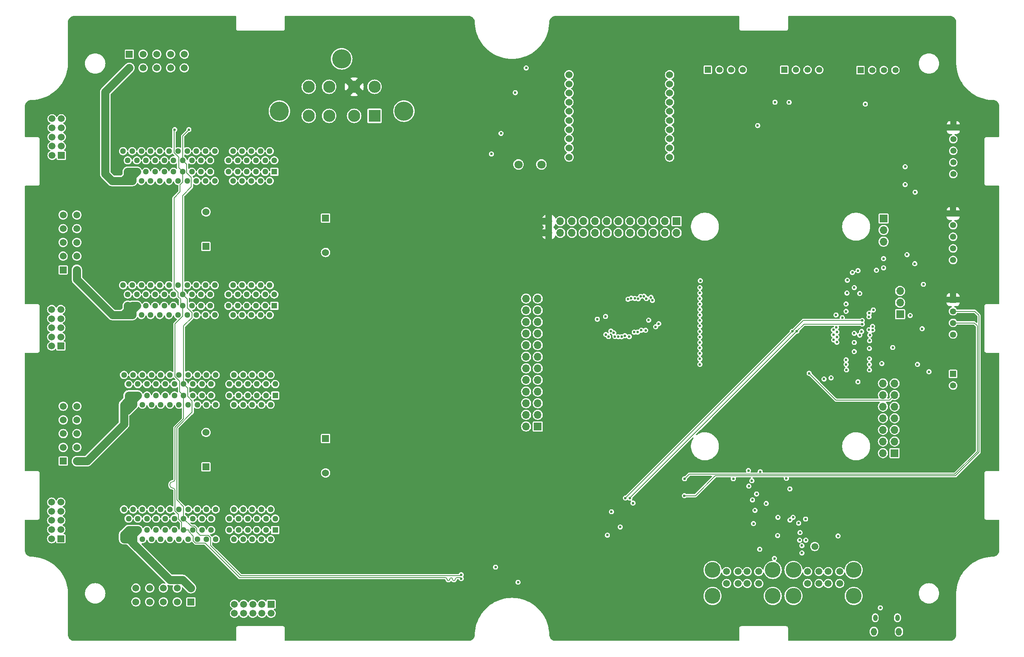
<source format=gbr>
%TF.GenerationSoftware,KiCad,Pcbnew,8.0.2*%
%TF.CreationDate,2024-05-12T20:09:59-06:00*%
%TF.ProjectId,GR-LRR-CONTROL,47522d4c-5252-42d4-934f-4e54524f4c2e,rev?*%
%TF.SameCoordinates,Original*%
%TF.FileFunction,Copper,L3,Inr*%
%TF.FilePolarity,Positive*%
%FSLAX46Y46*%
G04 Gerber Fmt 4.6, Leading zero omitted, Abs format (unit mm)*
G04 Created by KiCad (PCBNEW 8.0.2) date 2024-05-12 20:09:59*
%MOMM*%
%LPD*%
G01*
G04 APERTURE LIST*
%TA.AperFunction,ComponentPad*%
%ADD10R,1.520000X1.520000*%
%TD*%
%TA.AperFunction,ComponentPad*%
%ADD11C,1.520000*%
%TD*%
%TA.AperFunction,ComponentPad*%
%ADD12R,1.500000X1.500000*%
%TD*%
%TA.AperFunction,ComponentPad*%
%ADD13C,1.500000*%
%TD*%
%TA.AperFunction,ComponentPad*%
%ADD14R,1.350000X1.350000*%
%TD*%
%TA.AperFunction,ComponentPad*%
%ADD15C,1.350000*%
%TD*%
%TA.AperFunction,ComponentPad*%
%ADD16C,3.450000*%
%TD*%
%TA.AperFunction,ComponentPad*%
%ADD17C,1.803400*%
%TD*%
%TA.AperFunction,ComponentPad*%
%ADD18R,1.524000X1.524000*%
%TD*%
%TA.AperFunction,ComponentPad*%
%ADD19C,1.524000*%
%TD*%
%TA.AperFunction,ComponentPad*%
%ADD20R,1.700000X1.700000*%
%TD*%
%TA.AperFunction,ComponentPad*%
%ADD21O,1.700000X1.700000*%
%TD*%
%TA.AperFunction,ComponentPad*%
%ADD22R,1.288000X1.288000*%
%TD*%
%TA.AperFunction,ComponentPad*%
%ADD23C,1.288000*%
%TD*%
%TA.AperFunction,ComponentPad*%
%ADD24R,2.640000X2.640000*%
%TD*%
%TA.AperFunction,ComponentPad*%
%ADD25C,2.640000*%
%TD*%
%TA.AperFunction,ComponentPad*%
%ADD26C,4.185000*%
%TD*%
%TA.AperFunction,ComponentPad*%
%ADD27O,1.300000X1.700000*%
%TD*%
%TA.AperFunction,ComponentPad*%
%ADD28O,1.000000X1.400000*%
%TD*%
%TA.AperFunction,ViaPad*%
%ADD29C,1.600000*%
%TD*%
%TA.AperFunction,ViaPad*%
%ADD30C,0.600000*%
%TD*%
%TA.AperFunction,ViaPad*%
%ADD31C,1.500000*%
%TD*%
%TA.AperFunction,Conductor*%
%ADD32C,0.200000*%
%TD*%
%TA.AperFunction,Conductor*%
%ADD33C,1.800000*%
%TD*%
G04 APERTURE END LIST*
D10*
%TO.N,D2_A{slash}A+*%
%TO.C,J6*%
X59300000Y-114139650D03*
D11*
%TO.N,D2_C{slash}B+*%
X59300000Y-111139651D03*
%TO.N,D2_HALL1*%
X59300000Y-108139652D03*
%TO.N,D2_HALL2*%
X59300000Y-105139653D03*
%TO.N,D2_HALL3*%
X59300000Y-102139654D03*
%TO.N,D2_B{slash}A-*%
X62299999Y-114139650D03*
%TO.N,D2_BR{slash}B-*%
X62299999Y-111139651D03*
%TO.N,D2_+5VOUT*%
X62299999Y-108139652D03*
%TO.N,GND*%
X62299999Y-105139653D03*
X62299999Y-102139654D03*
%TD*%
D12*
%TO.N,GND*%
%TO.C,J11*%
X58800000Y-172900000D03*
D13*
%TO.N,D3_+5VOUT*%
X56800000Y-172900000D03*
%TO.N,GND*%
X58800000Y-170900000D03*
%TO.N,D3_+5VOUT*%
X56800000Y-170900000D03*
%TO.N,D3_A-*%
X58800000Y-168900000D03*
%TO.N,D3_A+*%
X56800000Y-168900000D03*
%TO.N,D3_B-*%
X58800000Y-166900000D03*
%TO.N,D3_B+*%
X56800000Y-166900000D03*
%TO.N,D3_Z-*%
X58800000Y-164900000D03*
%TO.N,D3_Z+*%
X56800000Y-164900000D03*
%TD*%
D14*
%TO.N,GND*%
%TO.C,J26*%
X233359998Y-70479298D03*
D15*
%TO.N,24V*%
X235899998Y-70479298D03*
%TO.N,UT2_SIGNAL*%
X238439998Y-70479298D03*
%TO.N,24V*%
X240979998Y-70479298D03*
%TD*%
D13*
%TO.N,/USB2-HUB/VBUS*%
%TO.C,J37*%
X204130000Y-180077500D03*
%TO.N,/USB2-HUB/HD1_N*%
X206630000Y-180077500D03*
%TO.N,/USB2-HUB/HD1_P*%
X208630000Y-180077500D03*
%TO.N,GND*%
X211130000Y-180077500D03*
%TO.N,/USB2-HUB/VBUS*%
X204130000Y-182697500D03*
%TO.N,/USB2-HUB/HD2_N*%
X206630000Y-182697500D03*
%TO.N,/USB2-HUB/HD2_P*%
X208630000Y-182697500D03*
%TO.N,GND*%
X211130000Y-182697500D03*
D16*
X201060000Y-185407500D03*
X214200000Y-185407500D03*
X201060000Y-179727500D03*
X214200000Y-179727500D03*
%TD*%
D17*
%TO.N,Net-(Q1-S)*%
%TO.C,J18*%
X158704900Y-91102701D03*
%TO.N,D0 ESTOP DETECT*%
X163704900Y-91102701D03*
%TD*%
D18*
%TO.N,BATT+*%
%TO.C,C21*%
X90500000Y-157192450D03*
D19*
%TO.N,GND*%
X90500000Y-149674050D03*
%TD*%
D20*
%TO.N,GND*%
%TO.C,J32*%
X240800000Y-154180000D03*
D21*
%TO.N,/CM4_GPIO ( Ethernet\u002C GPIO\u002C SDCARD)/nRPIBOOT*%
X238260000Y-154180000D03*
%TO.N,GND*%
X240800000Y-151640000D03*
%TO.N,/CM4_GPIO ( Ethernet\u002C GPIO\u002C SDCARD)/EEPROM_nWP*%
X238260000Y-151640000D03*
%TO.N,/CM4_GPIO ( Ethernet\u002C GPIO\u002C SDCARD)/AIN0*%
X240800000Y-149100000D03*
%TO.N,/CM4_GPIO ( Ethernet\u002C GPIO\u002C SDCARD)/AIN1*%
X238260000Y-149100000D03*
%TO.N,GND*%
X240800000Y-146560000D03*
%TO.N,/CM4_GPIO ( Ethernet\u002C GPIO\u002C SDCARD)/SYNC_IN*%
X238260000Y-146560000D03*
%TO.N,/CM4_GPIO ( Ethernet\u002C GPIO\u002C SDCARD)/SYNC_OUT*%
X240800000Y-144020000D03*
%TO.N,GND*%
X238260000Y-144020000D03*
%TO.N,/CM4_GPIO ( Ethernet\u002C GPIO\u002C SDCARD)/TV_OUT*%
X240800000Y-141480000D03*
%TO.N,GND*%
X238260000Y-141480000D03*
%TO.N,Net-(J32-Pin_13)*%
X240800000Y-138940000D03*
%TO.N,/CM4_GPIO ( Ethernet\u002C GPIO\u002C SDCARD)/GLOBAL_EN*%
X238260000Y-138940000D03*
%TD*%
D14*
%TO.N,GND*%
%TO.C,J20*%
X253570001Y-136890349D03*
D15*
%TO.N,CLAMP_C*%
X253570001Y-139430349D03*
%TD*%
D12*
%TO.N,GND*%
%TO.C,J1*%
X58900000Y-89100000D03*
D13*
%TO.N,D1_+5VOUT*%
X56900000Y-89100000D03*
%TO.N,GND*%
X58900000Y-87100000D03*
%TO.N,D1_+5VOUT*%
X56900000Y-87100000D03*
%TO.N,D1_A-*%
X58900000Y-85100000D03*
%TO.N,D1_A+*%
X56900000Y-85100000D03*
%TO.N,D1_B-*%
X58900000Y-83100000D03*
%TO.N,D1_B+*%
X56900000Y-83100000D03*
%TO.N,D1_Z-*%
X58900000Y-81100000D03*
%TO.N,D1_Z+*%
X56900000Y-81100000D03*
%TD*%
D22*
%TO.N,GND*%
%TO.C,J12*%
X105600000Y-141600000D03*
D23*
%TO.N,unconnected-(J12-NC-PadA2)*%
X104600000Y-143600000D03*
%TO.N,unconnected-(J12-NC-PadA3)*%
X103600000Y-141600000D03*
%TO.N,unconnected-(J12-NC-PadA4)*%
X102600000Y-143600000D03*
%TO.N,unconnected-(J12-NC-PadA5)*%
X101600000Y-141600000D03*
%TO.N,unconnected-(J12-OUT1-PadA6)*%
X100600000Y-143600000D03*
%TO.N,unconnected-(J12-NC-PadA7)*%
X99600000Y-141600000D03*
%TO.N,D3_HALL1*%
X98600000Y-143600000D03*
%TO.N,D3_HALL2*%
X97600000Y-141600000D03*
%TO.N,D3_HALL3*%
X96600000Y-143600000D03*
%TO.N,D3_+5VOUT*%
X95600000Y-141600000D03*
%TO.N,GND*%
X92600000Y-143600000D03*
%TO.N,D3_A+*%
X91600000Y-141600000D03*
%TO.N,D3_A-*%
X90600000Y-143600000D03*
%TO.N,D3_B-*%
X89600000Y-141600000D03*
%TO.N,D3_B+*%
X88600000Y-143600000D03*
%TO.N,D3_Z-*%
X87600000Y-141600000D03*
%TO.N,D3_Z+*%
X86600000Y-143600000D03*
%TO.N,CAN+*%
X85600000Y-141600000D03*
%TO.N,GND*%
X84600000Y-143600000D03*
%TO.N,BATT+*%
X83600000Y-141600000D03*
X82600000Y-143600000D03*
%TO.N,GND*%
X81600000Y-141600000D03*
X80600000Y-143600000D03*
%TO.N,D3_BR{slash}B-*%
X79600000Y-141600000D03*
X78600000Y-143600000D03*
X77600000Y-141600000D03*
X76600000Y-143600000D03*
%TO.N,D3_B{slash}A-*%
X75600000Y-141600000D03*
X74600000Y-143600000D03*
X73600000Y-141600000D03*
X72600000Y-143600000D03*
%TO.N,GND*%
X105600000Y-139100000D03*
%TO.N,unconnected-(J12-232TX-PadB2)*%
X104600000Y-137100000D03*
%TO.N,unconnected-(J12-232RX-PadB3)*%
X103600000Y-139100000D03*
%TO.N,unconnected-(J12-OUT0-PadB4)*%
X102600000Y-137100000D03*
%TO.N,GND*%
X101600000Y-139100000D03*
%TO.N,unconnected-(J12-AXISID0-PadB6)*%
X100600000Y-137100000D03*
%TO.N,GND*%
X99600000Y-139100000D03*
X98600000Y-137100000D03*
%TO.N,unconnected-(J12-REF-PadB9)*%
X97600000Y-139100000D03*
%TO.N,unconnected-(J12-FDBK-PadB10)*%
X96600000Y-137100000D03*
%TO.N,D3_+5VOUT*%
X95600000Y-139100000D03*
%TO.N,unconnected-(J12-OUT2{slash}ERROR-PadB12)*%
X92600000Y-137100000D03*
%TO.N,unconnected-(J12-OUT3{slash}READY-PadB13)*%
X91600000Y-139100000D03*
%TO.N,unconnected-(J12-IN0-PadB14)*%
X90600000Y-137100000D03*
%TO.N,unconnected-(J12-IN1-PadB15)*%
X89600000Y-139100000D03*
%TO.N,unconnected-(J12-IN2{slash}LSP-PadB16)*%
X88600000Y-137100000D03*
%TO.N,unconnected-(J12-IN3{slash}LSN-PadB17)*%
X87600000Y-139100000D03*
%TO.N,unconnected-(J12-IN4{slash}ENABLE-PadB18)*%
X86600000Y-137100000D03*
%TO.N,CAN-*%
X85600000Y-139100000D03*
%TO.N,24V*%
X84600000Y-137100000D03*
%TO.N,BATT+*%
X83600000Y-139100000D03*
X82600000Y-137100000D03*
%TO.N,GND*%
X81600000Y-139100000D03*
X80600000Y-137100000D03*
%TO.N,D3_C{slash}B+*%
X79600000Y-139100000D03*
X78600000Y-137100000D03*
X77600000Y-139100000D03*
X76600000Y-137100000D03*
%TO.N,D3_A{slash}A+*%
X75600000Y-139100000D03*
X74600000Y-137100000D03*
X73600000Y-139100000D03*
X72600000Y-137100000D03*
%TD*%
D24*
%TO.N,BATT+*%
%TO.C,J5*%
X127275000Y-80475000D03*
D25*
X122830000Y-80475000D03*
%TO.N,GND*%
X117370000Y-80475000D03*
X112925000Y-80475000D03*
X112925000Y-74125000D03*
%TO.N,3.3V*%
X117370000Y-74125000D03*
%TO.N,5V*%
X122830000Y-74125000D03*
%TO.N,24V*%
X127275000Y-74125000D03*
D26*
%TO.N,unconnected-(J5-PadMH1)*%
X120100000Y-68025000D03*
%TO.N,unconnected-(J5-PadMH2)*%
X133690000Y-79455000D03*
%TO.N,unconnected-(J5-PadMH3)*%
X106510000Y-79455000D03*
%TD*%
D19*
%TO.N,3.3V*%
%TO.C,U4*%
X169736600Y-71500000D03*
%TO.N,unconnected-(U4-DOUT{slash}DIO13-Pad2)*%
X169736600Y-73500000D03*
%TO.N,unconnected-(U4-DIN{slash}!CONFIG{slash}DIO14-Pad3)*%
X169736600Y-75500000D03*
%TO.N,unconnected-(U4-DIO12{slash}SPI_MISO-Pad4)*%
X169703600Y-77500000D03*
%TO.N,unconnected-(U4-!RESET-Pad5)*%
X169736600Y-79500000D03*
%TO.N,unconnected-(U4-RSSI_PWM{slash}DIO10-Pad6)*%
X169736600Y-81500000D03*
%TO.N,unconnected-(U4-PWM1{slash}DIO11{slash}I2C_SDA-Pad7)*%
X169736600Y-83500000D03*
%TO.N,unconnected-(U4-[reserved]-Pad8)*%
X169736600Y-85500000D03*
%TO.N,unconnected-(U4-!DTR{slash}SLEEP_RQ{slash}DIO8-Pad9)*%
X169736600Y-87500000D03*
%TO.N,GND*%
X169736600Y-89500000D03*
%TO.N,unconnected-(U4-DIO4{slash}SPI_MOSI-Pad11)*%
X191700000Y-89500000D03*
%TO.N,unconnected-(U4-!CTS{slash}DIO7-Pad12)*%
X191700000Y-87500000D03*
%TO.N,unconnected-(U4-ON{slash}!SLEEP{slash}DIO9-Pad13)*%
X191700000Y-85500000D03*
%TO.N,unconnected-(U4-[reserved]-Pad14)*%
X191700000Y-83500000D03*
%TO.N,unconnected-(U4-ASSOCIATE{slash}DIO5-Pad15)*%
X191700000Y-81500000D03*
%TO.N,unconnected-(U4-!RTS{slash}DIO6-Pad16)*%
X191700000Y-79500000D03*
%TO.N,unconnected-(U4-AD3{slash}DIO3{slash}SPI_!SSEL-Pad17)*%
X191700000Y-77500000D03*
%TO.N,unconnected-(U4-AD2{slash}DIO2{slash}SPI_CLK-Pad18)*%
X191700000Y-75500000D03*
%TO.N,unconnected-(U4-AD1{slash}DIO1{slash}SPI_!ATTN{slash}I2C_SCL-Pad19)*%
X191700000Y-73500000D03*
%TO.N,ZIGBEE_IO*%
X191700000Y-71500000D03*
%TD*%
D20*
%TO.N,3.3V*%
%TO.C,J4*%
X193220000Y-103500000D03*
D21*
%TO.N,/CM4_GPIO ( Ethernet\u002C GPIO\u002C SDCARD)/GPIO2*%
X193220000Y-106040000D03*
%TO.N,/CM4_GPIO ( Ethernet\u002C GPIO\u002C SDCARD)/GPIO3*%
X190680000Y-103500000D03*
%TO.N,/CM4_GPIO ( Ethernet\u002C GPIO\u002C SDCARD)/GPIO4*%
X190680000Y-106040000D03*
%TO.N,GND*%
X188140000Y-103500000D03*
%TO.N,/CM4_GPIO ( Ethernet\u002C GPIO\u002C SDCARD)/GPIO17*%
X188140000Y-106040000D03*
%TO.N,/CM4_GPIO ( Ethernet\u002C GPIO\u002C SDCARD)/GPIO27*%
X185600000Y-103500000D03*
%TO.N,/CM4_GPIO ( Ethernet\u002C GPIO\u002C SDCARD)/GPIO22*%
X185600000Y-106040000D03*
%TO.N,3.3V*%
X183060000Y-103500000D03*
%TO.N,/CM4_GPIO ( Ethernet\u002C GPIO\u002C SDCARD)/GPIO10*%
X183060000Y-106040000D03*
%TO.N,/CM4_GPIO ( Ethernet\u002C GPIO\u002C SDCARD)/GPIO9*%
X180520000Y-103500000D03*
%TO.N,/CM4_GPIO ( Ethernet\u002C GPIO\u002C SDCARD)/GPIO11*%
X180520000Y-106040000D03*
%TO.N,/CM4_GPIO ( Ethernet\u002C GPIO\u002C SDCARD)/GPIO8*%
X177980000Y-103500000D03*
%TO.N,/CM4_GPIO ( Ethernet\u002C GPIO\u002C SDCARD)/GPIO25*%
X177980000Y-106040000D03*
%TO.N,GND*%
X175440000Y-103500000D03*
%TO.N,/CM4_GPIO ( Ethernet\u002C GPIO\u002C SDCARD)/GPIO24*%
X175440000Y-106040000D03*
%TO.N,/CM4_GPIO ( Ethernet\u002C GPIO\u002C SDCARD)/GPIO23*%
X172900000Y-103500000D03*
%TO.N,GND*%
X172900000Y-106040000D03*
%TO.N,/CM4_GPIO ( Ethernet\u002C GPIO\u002C SDCARD)/GPIO18*%
X170360000Y-103500000D03*
%TO.N,RPI_GPIO_15_RX*%
X170360000Y-106040000D03*
%TO.N,RPI_GPIO_14_TX*%
X167820000Y-103500000D03*
%TO.N,GND*%
X167820000Y-106040000D03*
%TO.N,5V*%
X165280000Y-103500000D03*
X165280000Y-106040000D03*
%TD*%
D12*
%TO.N,GND*%
%TO.C,J15*%
X104700000Y-187200000D03*
D13*
%TO.N,D4_+5VOUT*%
X104700000Y-189200000D03*
%TO.N,GND*%
X102700000Y-187200000D03*
%TO.N,D4_+5VOUT*%
X102700000Y-189200000D03*
%TO.N,D4_A-*%
X100700000Y-187200000D03*
%TO.N,D4_A+*%
X100700000Y-189200000D03*
%TO.N,D4_B-*%
X98700000Y-187200000D03*
%TO.N,D4_B+*%
X98700000Y-189200000D03*
%TO.N,D4_Z-*%
X96700000Y-187200000D03*
%TO.N,D4_Z+*%
X96700000Y-189200000D03*
%TD*%
D18*
%TO.N,BATT+*%
%TO.C,C22*%
X116600000Y-151007550D03*
D19*
%TO.N,GND*%
X116600000Y-158525950D03*
%TD*%
D14*
%TO.N,GND*%
%TO.C,J25*%
X216710350Y-70409298D03*
D15*
%TO.N,24V*%
X219250350Y-70409298D03*
%TO.N,UT1_SIGNAL*%
X221790350Y-70409298D03*
%TO.N,24V*%
X224330350Y-70409298D03*
%TD*%
D20*
%TO.N,GPIO4 RED LED*%
%TO.C,J39*%
X162905000Y-148362588D03*
D21*
%TO.N,GPIO3*%
X160365000Y-148362588D03*
%TO.N,GPIO2*%
X162905000Y-145822588D03*
%TO.N,GPIO1*%
X160365000Y-145822588D03*
%TO.N,GPIO0*%
X162905000Y-143282588D03*
%TO.N,D8 COPI*%
X160365000Y-143282588D03*
%TO.N,D10 CIPO*%
X162905000Y-140742588D03*
%TO.N,D9 CK*%
X160365000Y-140742588D03*
%TO.N,D7 CS*%
X162905000Y-138202588D03*
%TO.N,D0 ESTOP DETECT*%
X160365000Y-138202588D03*
%TO.N,D1*%
X162905000Y-135662588D03*
%TO.N,D2*%
X160365000Y-135662588D03*
%TO.N,D3*%
X162905000Y-133122588D03*
%TO.N,D4*%
X160365000Y-133122588D03*
%TO.N,D5 Clamp*%
X162905000Y-130582588D03*
%TO.N,D6*%
X160365000Y-130582588D03*
%TO.N,BAT_MON_73_A0*%
X162905000Y-128042588D03*
%TO.N,UT1_75_A1*%
X160365000Y-128042588D03*
%TO.N,UT2_77_A2*%
X162905000Y-125502588D03*
%TO.N,A3*%
X160365000Y-125502588D03*
%TO.N,A4*%
X162905000Y-122962588D03*
%TO.N,A5*%
X160365000Y-122962588D03*
%TO.N,A6*%
X162905000Y-120422588D03*
%TO.N,A7*%
X160365000Y-120422588D03*
%TD*%
D27*
%TO.N,GND*%
%TO.C,J36*%
X236280000Y-193207500D03*
D28*
X236580000Y-190177500D03*
X241430000Y-190177500D03*
D27*
X241730000Y-193207500D03*
%TD*%
D20*
%TO.N,/CM4_GPIO ( Ethernet\u002C GPIO\u002C SDCARD)/WL_nDis*%
%TO.C,J33*%
X242000000Y-123825000D03*
D21*
%TO.N,GND*%
X242000000Y-121285000D03*
%TO.N,/CM4_GPIO ( Ethernet\u002C GPIO\u002C SDCARD)/BT_nDis*%
X242000000Y-118745000D03*
%TD*%
D22*
%TO.N,GND*%
%TO.C,J8*%
X105400000Y-122000000D03*
D23*
%TO.N,unconnected-(J8-NC-PadA2)*%
X104400000Y-124000000D03*
%TO.N,unconnected-(J8-NC-PadA3)*%
X103400000Y-122000000D03*
%TO.N,unconnected-(J8-NC-PadA4)*%
X102400000Y-124000000D03*
%TO.N,unconnected-(J8-NC-PadA5)*%
X101400000Y-122000000D03*
%TO.N,unconnected-(J8-OUT1-PadA6)*%
X100400000Y-124000000D03*
%TO.N,unconnected-(J8-NC-PadA7)*%
X99400000Y-122000000D03*
%TO.N,D2_HALL1*%
X98400000Y-124000000D03*
%TO.N,D2_HALL2*%
X97400000Y-122000000D03*
%TO.N,D2_HALL3*%
X96400000Y-124000000D03*
%TO.N,D2_+5VOUT*%
X95400000Y-122000000D03*
%TO.N,GND*%
X92400000Y-124000000D03*
%TO.N,D2_A+*%
X91400000Y-122000000D03*
%TO.N,D2_A-*%
X90400000Y-124000000D03*
%TO.N,D2_B-*%
X89400000Y-122000000D03*
%TO.N,D2_B+*%
X88400000Y-124000000D03*
%TO.N,D2_Z-*%
X87400000Y-122000000D03*
%TO.N,D2_Z+*%
X86400000Y-124000000D03*
%TO.N,CAN+*%
X85400000Y-122000000D03*
%TO.N,GND*%
X84400000Y-124000000D03*
%TO.N,BATT+*%
X83400000Y-122000000D03*
X82400000Y-124000000D03*
%TO.N,GND*%
X81400000Y-122000000D03*
X80400000Y-124000000D03*
%TO.N,D2_BR{slash}B-*%
X79400000Y-122000000D03*
X78400000Y-124000000D03*
X77400000Y-122000000D03*
X76400000Y-124000000D03*
%TO.N,D2_B{slash}A-*%
X75400000Y-122000000D03*
X74400000Y-124000000D03*
X73400000Y-122000000D03*
X72400000Y-124000000D03*
%TO.N,GND*%
X105400000Y-119500000D03*
%TO.N,unconnected-(J8-232TX-PadB2)*%
X104400000Y-117500000D03*
%TO.N,unconnected-(J8-232RX-PadB3)*%
X103400000Y-119500000D03*
%TO.N,unconnected-(J8-OUT0-PadB4)*%
X102400000Y-117500000D03*
%TO.N,GND*%
X101400000Y-119500000D03*
%TO.N,Net-(J8-AXISID0)*%
X100400000Y-117500000D03*
%TO.N,GND*%
X99400000Y-119500000D03*
X98400000Y-117500000D03*
%TO.N,unconnected-(J8-REF-PadB9)*%
X97400000Y-119500000D03*
%TO.N,unconnected-(J8-FDBK-PadB10)*%
X96400000Y-117500000D03*
%TO.N,D2_+5VOUT*%
X95400000Y-119500000D03*
%TO.N,unconnected-(J8-OUT2{slash}ERROR-PadB12)*%
X92400000Y-117500000D03*
%TO.N,unconnected-(J8-OUT3{slash}READY-PadB13)*%
X91400000Y-119500000D03*
%TO.N,unconnected-(J8-IN0-PadB14)*%
X90400000Y-117500000D03*
%TO.N,unconnected-(J8-IN1-PadB15)*%
X89400000Y-119500000D03*
%TO.N,unconnected-(J8-IN2{slash}LSP-PadB16)*%
X88400000Y-117500000D03*
%TO.N,unconnected-(J8-IN3{slash}LSN-PadB17)*%
X87400000Y-119500000D03*
%TO.N,unconnected-(J8-IN4{slash}ENABLE-PadB18)*%
X86400000Y-117500000D03*
%TO.N,CAN-*%
X85400000Y-119500000D03*
%TO.N,24V*%
X84400000Y-117500000D03*
%TO.N,BATT+*%
X83400000Y-119500000D03*
X82400000Y-117500000D03*
%TO.N,GND*%
X81400000Y-119500000D03*
X80400000Y-117500000D03*
%TO.N,D2_C{slash}B+*%
X79400000Y-119500000D03*
X78400000Y-117500000D03*
X77400000Y-119500000D03*
X76400000Y-117500000D03*
%TO.N,D2_A{slash}A+*%
X75400000Y-119500000D03*
X74400000Y-117500000D03*
X73400000Y-119500000D03*
X72400000Y-117500000D03*
%TD*%
D10*
%TO.N,D1_A{slash}A+*%
%TO.C,J2*%
X73760351Y-67000000D03*
D11*
%TO.N,D1_C{slash}B+*%
X76760350Y-67000000D03*
%TO.N,D1_HALL1*%
X79760349Y-67000000D03*
%TO.N,D1_HALL2*%
X82760348Y-67000000D03*
%TO.N,D1_HALL3*%
X85760347Y-67000000D03*
%TO.N,D1_B{slash}A-*%
X73760351Y-69999999D03*
%TO.N,D1_BR{slash}B-*%
X76760350Y-69999999D03*
%TO.N,D1_+5VOUT*%
X79760349Y-69999999D03*
%TO.N,GND*%
X82760348Y-69999999D03*
X85760347Y-69999999D03*
%TD*%
D14*
%TO.N,5V*%
%TO.C,J21*%
X253600000Y-83039649D03*
D15*
%TO.N,ENCODER1_PHASEA_IN*%
X253600000Y-85579649D03*
%TO.N,ENCODER1_PHASEB_IN*%
X253600000Y-88119649D03*
%TO.N,ENCODER1_PHASEZ_IN*%
X253600000Y-90659649D03*
%TO.N,GND*%
X253600000Y-93199649D03*
%TD*%
D10*
%TO.N,D3_A{slash}A+*%
%TO.C,J10*%
X59319999Y-155940011D03*
D11*
%TO.N,D3_C{slash}B+*%
X59319999Y-152940012D03*
%TO.N,D3_HALL1*%
X59319999Y-149940013D03*
%TO.N,D3_HALL2*%
X59319999Y-146940014D03*
%TO.N,D3_HALL3*%
X59319999Y-143940015D03*
%TO.N,D3_B{slash}A-*%
X62319998Y-155940011D03*
%TO.N,D3_BR{slash}B-*%
X62319998Y-152940012D03*
%TO.N,D3_+5VOUT*%
X62319998Y-149940013D03*
%TO.N,GND*%
X62319998Y-146940014D03*
X62319998Y-143940015D03*
%TD*%
D14*
%TO.N,5V*%
%TO.C,J23*%
X253570001Y-120650352D03*
D15*
%TO.N,H7_I2C0_SDA*%
X253570001Y-123190352D03*
%TO.N,H7_I2C0_SCL*%
X253570001Y-125730352D03*
%TO.N,GND*%
X253570001Y-128270352D03*
%TD*%
D22*
%TO.N,unconnected-(J3-GND-PadA1)*%
%TO.C,J3*%
X105400000Y-92700000D03*
D23*
%TO.N,unconnected-(J3-NC-PadA2)*%
X104400000Y-94700000D03*
%TO.N,unconnected-(J3-NC-PadA3)*%
X103400000Y-92700000D03*
%TO.N,unconnected-(J3-NC-PadA4)*%
X102400000Y-94700000D03*
%TO.N,unconnected-(J3-NC-PadA5)*%
X101400000Y-92700000D03*
%TO.N,unconnected-(J3-OUT1-PadA6)*%
X100400000Y-94700000D03*
%TO.N,unconnected-(J3-NC-PadA7)*%
X99400000Y-92700000D03*
%TO.N,D1_HALL1*%
X98400000Y-94700000D03*
%TO.N,D1_HALL2*%
X97400000Y-92700000D03*
%TO.N,D1_HALL3*%
X96400000Y-94700000D03*
%TO.N,D1_+5VOUT*%
X95400000Y-92700000D03*
%TO.N,GND*%
X92400000Y-94700000D03*
%TO.N,D1_A+*%
X91400000Y-92700000D03*
%TO.N,D1_A-*%
X90400000Y-94700000D03*
%TO.N,D1_B-*%
X89400000Y-92700000D03*
%TO.N,D1_B+*%
X88400000Y-94700000D03*
%TO.N,D1_Z-*%
X87400000Y-92700000D03*
%TO.N,D1_Z+*%
X86400000Y-94700000D03*
%TO.N,CAN+*%
X85400000Y-92700000D03*
%TO.N,GND*%
X84400000Y-94700000D03*
%TO.N,BATT+*%
X83400000Y-92700000D03*
X82400000Y-94700000D03*
%TO.N,GND*%
X81400000Y-92700000D03*
X80400000Y-94700000D03*
%TO.N,D1_BR{slash}B-*%
X79400000Y-92700000D03*
X78400000Y-94700000D03*
X77400000Y-92700000D03*
X76400000Y-94700000D03*
%TO.N,D1_B{slash}A-*%
X75400000Y-92700000D03*
X74400000Y-94700000D03*
X73400000Y-92700000D03*
X72400000Y-94700000D03*
%TO.N,GND*%
X105400000Y-90200000D03*
%TO.N,unconnected-(J3-232TX-PadB2)*%
X104400000Y-88200000D03*
%TO.N,unconnected-(J3-232RX-PadB3)*%
X103400000Y-90200000D03*
%TO.N,unconnected-(J3-OUT0-PadB4)*%
X102400000Y-88200000D03*
%TO.N,GND*%
X101400000Y-90200000D03*
%TO.N,Net-(J3-AXISID0)*%
X100400000Y-88200000D03*
%TO.N,GND*%
X99400000Y-90200000D03*
X98400000Y-88200000D03*
%TO.N,unconnected-(J3-REF-PadB9)*%
X97400000Y-90200000D03*
%TO.N,unconnected-(J3-FDBK-PadB10)*%
X96400000Y-88200000D03*
%TO.N,D1_+5VOUT*%
X95400000Y-90200000D03*
%TO.N,unconnected-(J3-OUT2{slash}ERROR-PadB12)*%
X92400000Y-88200000D03*
%TO.N,unconnected-(J3-OUT3{slash}READY-PadB13)*%
X91400000Y-90200000D03*
%TO.N,unconnected-(J3-IN0-PadB14)*%
X90400000Y-88200000D03*
%TO.N,unconnected-(J3-IN1-PadB15)*%
X89400000Y-90200000D03*
%TO.N,unconnected-(J3-IN2{slash}LSP-PadB16)*%
X88400000Y-88200000D03*
%TO.N,unconnected-(J3-IN3{slash}LSN-PadB17)*%
X87400000Y-90200000D03*
%TO.N,unconnected-(J3-IN4{slash}ENABLE-PadB18)*%
X86400000Y-88200000D03*
%TO.N,CAN-*%
X85400000Y-90200000D03*
%TO.N,24V*%
X84400000Y-88200000D03*
%TO.N,BATT+*%
X83400000Y-90200000D03*
X82400000Y-88200000D03*
%TO.N,GND*%
X81400000Y-90200000D03*
X80400000Y-88200000D03*
%TO.N,D1_C{slash}B+*%
X79400000Y-90200000D03*
X78400000Y-88200000D03*
X77400000Y-90200000D03*
X76400000Y-88200000D03*
%TO.N,D1_A{slash}A+*%
X75400000Y-90200000D03*
X74400000Y-88200000D03*
X73400000Y-90200000D03*
X72400000Y-88200000D03*
%TD*%
D13*
%TO.N,/USB2-HUB/VBUS*%
%TO.C,J38*%
X221800000Y-180077500D03*
%TO.N,/USB2-HUB/HD3_N*%
X224300000Y-180077500D03*
%TO.N,/USB2-HUB/HD3_P*%
X226300000Y-180077500D03*
%TO.N,GND*%
X228800000Y-180077500D03*
%TO.N,/USB2-HUB/VBUS*%
X221800000Y-182697500D03*
%TO.N,/USB2-HUB/HD4_N*%
X224300000Y-182697500D03*
%TO.N,/USB2-HUB/HD4_P*%
X226300000Y-182697500D03*
%TO.N,GND*%
X228800000Y-182697500D03*
D16*
X218730000Y-185407500D03*
X231870000Y-185407500D03*
X218730000Y-179727500D03*
X231870000Y-179727500D03*
%TD*%
D22*
%TO.N,GND*%
%TO.C,J16*%
X105600000Y-171000000D03*
D23*
%TO.N,unconnected-(J16-NC-PadA2)*%
X104600000Y-173000000D03*
%TO.N,unconnected-(J16-NC-PadA3)*%
X103600000Y-171000000D03*
%TO.N,unconnected-(J16-NC-PadA4)*%
X102600000Y-173000000D03*
%TO.N,unconnected-(J16-NC-PadA5)*%
X101600000Y-171000000D03*
%TO.N,unconnected-(J16-OUT1-PadA6)*%
X100600000Y-173000000D03*
%TO.N,unconnected-(J16-NC-PadA7)*%
X99600000Y-171000000D03*
%TO.N,D4_HALL1*%
X98600000Y-173000000D03*
%TO.N,D4_HALL2*%
X97600000Y-171000000D03*
%TO.N,D4_HALL3*%
X96600000Y-173000000D03*
%TO.N,D4_+5VOUT*%
X95600000Y-171000000D03*
%TO.N,GND*%
X92600000Y-173000000D03*
%TO.N,D4_A+*%
X91600000Y-171000000D03*
%TO.N,D4_A-*%
X90600000Y-173000000D03*
%TO.N,D4_B-*%
X89600000Y-171000000D03*
%TO.N,D4_B+*%
X88600000Y-173000000D03*
%TO.N,D4_Z-*%
X87600000Y-171000000D03*
%TO.N,D4_Z+*%
X86600000Y-173000000D03*
%TO.N,CAN+*%
X85600000Y-171000000D03*
%TO.N,GND*%
X84600000Y-173000000D03*
%TO.N,BATT+*%
X83600000Y-171000000D03*
X82600000Y-173000000D03*
%TO.N,GND*%
X81600000Y-171000000D03*
X80600000Y-173000000D03*
%TO.N,D4_BR{slash}B-*%
X79600000Y-171000000D03*
X78600000Y-173000000D03*
X77600000Y-171000000D03*
X76600000Y-173000000D03*
%TO.N,D4_B{slash}A-*%
X75600000Y-171000000D03*
X74600000Y-173000000D03*
X73600000Y-171000000D03*
X72600000Y-173000000D03*
%TO.N,GND*%
X105600000Y-168500000D03*
%TO.N,unconnected-(J16-232TX-PadB2)*%
X104600000Y-166500000D03*
%TO.N,unconnected-(J16-232RX-PadB3)*%
X103600000Y-168500000D03*
%TO.N,unconnected-(J16-OUT0-PadB4)*%
X102600000Y-166500000D03*
%TO.N,unconnected-(J16-GND-PadB5)*%
X101600000Y-168500000D03*
%TO.N,Net-(J16-AXISID0)*%
X100600000Y-166500000D03*
%TO.N,GND*%
X99600000Y-168500000D03*
X98600000Y-166500000D03*
%TO.N,unconnected-(J16-REF-PadB9)*%
X97600000Y-168500000D03*
%TO.N,unconnected-(J16-FDBK-PadB10)*%
X96600000Y-166500000D03*
%TO.N,D4_+5VOUT*%
X95600000Y-168500000D03*
%TO.N,unconnected-(J16-OUT2{slash}ERROR-PadB12)*%
X92600000Y-166500000D03*
%TO.N,unconnected-(J16-OUT3{slash}READY-PadB13)*%
X91600000Y-168500000D03*
%TO.N,unconnected-(J16-IN0-PadB14)*%
X90600000Y-166500000D03*
%TO.N,unconnected-(J16-IN1-PadB15)*%
X89600000Y-168500000D03*
%TO.N,unconnected-(J16-IN2{slash}LSP-PadB16)*%
X88600000Y-166500000D03*
%TO.N,unconnected-(J16-IN3{slash}LSN-PadB17)*%
X87600000Y-168500000D03*
%TO.N,unconnected-(J16-IN4{slash}ENABLE-PadB18)*%
X86600000Y-166500000D03*
%TO.N,CAN-*%
X85600000Y-168500000D03*
%TO.N,24V*%
X84600000Y-166500000D03*
%TO.N,BATT+*%
X83600000Y-168500000D03*
X82600000Y-166500000D03*
%TO.N,GND*%
X81600000Y-168500000D03*
X80600000Y-166500000D03*
%TO.N,D4_C{slash}B+*%
X79600000Y-168500000D03*
X78600000Y-166500000D03*
X77600000Y-168500000D03*
X76600000Y-166500000D03*
%TO.N,D4_A{slash}A+*%
X75600000Y-168500000D03*
X74600000Y-166500000D03*
X73600000Y-168500000D03*
X72600000Y-166500000D03*
%TD*%
D18*
%TO.N,BATT+*%
%TO.C,C19*%
X116600000Y-102807550D03*
D19*
%TO.N,GND*%
X116600000Y-110325950D03*
%TD*%
D12*
%TO.N,GND*%
%TO.C,J7*%
X58800000Y-130800000D03*
D13*
%TO.N,D2_+5VOUT*%
X56800000Y-130800000D03*
%TO.N,GND*%
X58800000Y-128800000D03*
%TO.N,D2_+5VOUT*%
X56800000Y-128800000D03*
%TO.N,D2_A-*%
X58800000Y-126800000D03*
%TO.N,D2_A+*%
X56800000Y-126800000D03*
%TO.N,D2_B-*%
X58800000Y-124800000D03*
%TO.N,D2_B+*%
X56800000Y-124800000D03*
%TO.N,D2_Z-*%
X58800000Y-122800000D03*
%TO.N,D2_Z+*%
X56800000Y-122800000D03*
%TD*%
D20*
%TO.N,/CM4_GPIO ( Ethernet\u002C GPIO\u002C SDCARD)/GLOBAL_EN*%
%TO.C,J34*%
X238400000Y-102900000D03*
D21*
%TO.N,GND*%
X238400000Y-105440000D03*
%TO.N,/CM4_GPIO ( Ethernet\u002C GPIO\u002C SDCARD)/RUN_PG*%
X238400000Y-107980000D03*
%TD*%
D18*
%TO.N,BATT+*%
%TO.C,C20*%
X90500000Y-108992450D03*
D19*
%TO.N,GND*%
X90500000Y-101474050D03*
%TD*%
D10*
%TO.N,D4_A{slash}A+*%
%TO.C,J14*%
X87200000Y-186700000D03*
D11*
%TO.N,D4_C{slash}B+*%
X84200001Y-186700000D03*
%TO.N,D4_HALL1*%
X81200002Y-186700000D03*
%TO.N,D4_HALL2*%
X78200003Y-186700000D03*
%TO.N,D4_HALL3*%
X75200004Y-186700000D03*
%TO.N,D4_B{slash}A-*%
X87200000Y-183700001D03*
%TO.N,D4_BR{slash}B-*%
X84200001Y-183700001D03*
%TO.N,D4_+5VOUT*%
X81200002Y-183700001D03*
%TO.N,GND*%
X78200003Y-183700001D03*
X75200004Y-183700001D03*
%TD*%
D14*
%TO.N,24V*%
%TO.C,J24*%
X200010350Y-70409298D03*
D15*
%TO.N,LED_RED*%
X202550350Y-70409298D03*
%TO.N,LED_YELLOW*%
X205090350Y-70409298D03*
%TO.N,LED_GREEN*%
X207630350Y-70409298D03*
%TD*%
D14*
%TO.N,5V*%
%TO.C,J22*%
X253570001Y-101840000D03*
D15*
%TO.N,ENCODER2_PHASEA_IN*%
X253570001Y-104380000D03*
%TO.N,ENCODER2_PHASEB_IN*%
X253570001Y-106920000D03*
%TO.N,ENCODER2_PHASEZ_IN*%
X253570001Y-109460000D03*
%TO.N,GND*%
X253570001Y-112000000D03*
%TD*%
D29*
%TO.N,5V*%
X238100000Y-126200000D03*
D30*
%TO.N,GND*%
X240400000Y-131100000D03*
%TO.N,5V*%
X236600000Y-132400000D03*
%TO.N,GND*%
X179000000Y-167000000D03*
X183700000Y-165100000D03*
D29*
%TO.N,5V*%
X199900000Y-167400000D03*
D31*
%TO.N,/USB2-HUB/VBUS*%
X223370000Y-174607500D03*
D30*
%TO.N,GPIO4 RED LED*%
X182875467Y-128742588D03*
%TO.N,/CM4_GPIO ( Ethernet\u002C GPIO\u002C SDCARD)/GPIO24*%
X235212298Y-127215533D03*
%TO.N,/CM4_GPIO ( Ethernet\u002C GPIO\u002C SDCARD)/GPIO27*%
X228224878Y-127760000D03*
%TO.N,/CM4_GPIO ( Ethernet\u002C GPIO\u002C SDCARD)/GPIO3*%
X229400000Y-124600000D03*
%TO.N,RPI_GPIO_15_RX*%
X219450000Y-127550000D03*
X183024767Y-164024767D03*
X233741918Y-126000022D03*
%TO.N,/CM4_GPIO ( Ethernet\u002C GPIO\u002C SDCARD)/GPIO9*%
X227500000Y-129430000D03*
%TO.N,/CM4_GPIO ( Ethernet\u002C GPIO\u002C SDCARD)/GPIO4*%
X228100000Y-126700000D03*
%TO.N,/CM4_GPIO ( Ethernet\u002C GPIO\u002C SDCARD)/GPIO11*%
X228200000Y-129960000D03*
%TO.N,/CM4_GPIO ( Ethernet\u002C GPIO\u002C SDCARD)/GPIO8*%
X233200000Y-128400000D03*
%TO.N,RPI_GPIO_14_TX*%
X233741934Y-125199995D03*
X182050000Y-164000000D03*
X218475000Y-127575000D03*
%TO.N,/CM4_GPIO ( Ethernet\u002C GPIO\u002C SDCARD)/GPIO22*%
X227460000Y-128330000D03*
%TO.N,/CM4_GPIO ( Ethernet\u002C GPIO\u002C SDCARD)/GPIO10*%
X228220607Y-128820000D03*
%TO.N,/CM4_GPIO ( Ethernet\u002C GPIO\u002C SDCARD)/GPIO18*%
X236000000Y-126500000D03*
%TO.N,/CM4_GPIO ( Ethernet\u002C GPIO\u002C SDCARD)/GPIO17*%
X227460000Y-127230000D03*
%TO.N,/CM4_GPIO ( Ethernet\u002C GPIO\u002C SDCARD)/GPIO25*%
X235400000Y-128400000D03*
%TO.N,/CM4_GPIO ( Ethernet\u002C GPIO\u002C SDCARD)/GPIO23*%
X236023150Y-127276850D03*
%TO.N,/CM4_GPIO ( Ethernet\u002C GPIO\u002C SDCARD)/GPIO2*%
X228000000Y-124000000D03*
%TO.N,/CM4_GPIO ( Ethernet\u002C GPIO\u002C SDCARD)/RUN_PG*%
X235250000Y-123600000D03*
X232000000Y-118000000D03*
%TO.N,/CM4_GPIO ( Ethernet\u002C GPIO\u002C SDCARD)/GLOBAL_EN*%
X236850000Y-114230000D03*
%TO.N,/CM4_GPIO ( Ethernet\u002C GPIO\u002C SDCARD)/nRPIBOOT*%
X232800000Y-138600000D03*
%TO.N,/CM4_GPIO ( Ethernet\u002C GPIO\u002C SDCARD)/AIN1*%
X226930000Y-137740000D03*
%TO.N,/CM4_GPIO ( Ethernet\u002C GPIO\u002C SDCARD)/AIN0*%
X225400000Y-138000000D03*
%TO.N,/CM4_GPIO ( Ethernet\u002C GPIO\u002C SDCARD)/TV_OUT*%
X222150000Y-136750000D03*
%TO.N,Net-(Module1A-PI_nLED_Activity)*%
X245800000Y-134800000D03*
X238000000Y-134600000D03*
%TO.N,/nEXTRST*%
X230500000Y-116400000D03*
X217930000Y-162007500D03*
%TO.N,/CM4_HighSpeed/USBOTG_ID*%
X209630000Y-160225233D03*
X209000000Y-161400000D03*
%TO.N,H7_I2C0_SDA*%
X194900000Y-163490000D03*
%TO.N,H7_I2C0_SCL*%
X194950000Y-159800000D03*
%TO.N,ENCODER2_PHASEA*%
X245273502Y-97156159D03*
X243100000Y-95479298D03*
%TO.N,/USB2-HUB/nOCS1*%
X217970000Y-168807500D03*
X219860000Y-169497500D03*
%TO.N,3.3V*%
X246800000Y-127000000D03*
X220570000Y-174407500D03*
X211370000Y-175207500D03*
X243500000Y-110800000D03*
X208900000Y-158000000D03*
X215330000Y-168207500D03*
X218630000Y-168207500D03*
X153700000Y-179100000D03*
X230400000Y-119200000D03*
X244200000Y-124100000D03*
X220170000Y-171563448D03*
X247100000Y-117300000D03*
X211470000Y-158277500D03*
X214570000Y-177207500D03*
X209991521Y-169585979D03*
X212770000Y-165207500D03*
X248300000Y-136400000D03*
%TO.N,5V*%
X199800000Y-163500000D03*
X199600000Y-159700000D03*
X158600000Y-179400000D03*
X225570000Y-162007500D03*
%TO.N,/CM4_GPIO ( Ethernet\u002C GPIO\u002C SDCARD)/+1.8v*%
X232814767Y-114314767D03*
X238400000Y-111700000D03*
%TO.N,/CM4_GPIO ( Ethernet\u002C GPIO\u002C SDCARD)/GPIO_VREF*%
X233200000Y-119300000D03*
X238400000Y-113700000D03*
%TO.N,BAT_MON_73_A0*%
X186088810Y-119906398D03*
X154900000Y-84300000D03*
%TO.N,UT2_77_A2*%
X234409998Y-77900000D03*
X187629767Y-120147355D03*
%TO.N,UT1_75_A1*%
X217759998Y-77500000D03*
X186605000Y-120422588D03*
%TO.N,Net-(J36-VBUS)*%
X237700000Y-188000000D03*
X209770000Y-164407500D03*
%TO.N,GND*%
X221424318Y-173204436D03*
X210324000Y-166683500D03*
X230200000Y-123200000D03*
X221370000Y-168607500D03*
X198300000Y-118000000D03*
X220070000Y-173207500D03*
X175905000Y-124922588D03*
X235300000Y-134800000D03*
X152800000Y-88800000D03*
X231600000Y-114700000D03*
X198400000Y-116500000D03*
X214700000Y-77500000D03*
X210670000Y-163107500D03*
X235300000Y-133600000D03*
X245200000Y-112800000D03*
X198300000Y-126400000D03*
X198300000Y-121600000D03*
X235340000Y-129600000D03*
X232000000Y-128000000D03*
X233600000Y-127600000D03*
X217170000Y-159707500D03*
X198300000Y-122800000D03*
X231978083Y-132000023D03*
X236170000Y-122900000D03*
X198300000Y-120400000D03*
X205600000Y-159800000D03*
X198300000Y-133600000D03*
X187105000Y-125122588D03*
X230300000Y-136000000D03*
X235200000Y-124400000D03*
X230200000Y-134800000D03*
X198300000Y-125200000D03*
X215270000Y-172207500D03*
X158000000Y-75400000D03*
X235300000Y-131300000D03*
X210900000Y-82600000D03*
X235300000Y-136000000D03*
X177705000Y-124322588D03*
X220570000Y-176007500D03*
X198300000Y-127600000D03*
X230200000Y-133800000D03*
X198300000Y-130000000D03*
X198300000Y-128800000D03*
X160400000Y-70000000D03*
X198300000Y-131200000D03*
X198300000Y-132400000D03*
X243100000Y-91600000D03*
X198300000Y-119200000D03*
X228470000Y-172307500D03*
X230200000Y-121600000D03*
X232000000Y-130000000D03*
X198300000Y-124000000D03*
X198300000Y-134800000D03*
X158600000Y-182400000D03*
%TO.N,D7 CS*%
X177767577Y-128291551D03*
%TO.N,D8 COPI*%
X179505000Y-127922588D03*
%TO.N,D10 CIPO*%
X178870000Y-127522588D03*
%TO.N,D9 CK*%
X178356739Y-128722588D03*
%TO.N,Net-(U1A-GND-PadJ1_31)*%
X178105000Y-172122588D03*
X180905000Y-170322588D03*
%TO.N,D0 ESTOP DETECT*%
X184693115Y-127752588D03*
%TO.N,D6*%
X182612459Y-120553435D03*
%TO.N,A7*%
X188645000Y-126582588D03*
%TO.N,D5 Clamp*%
X183305000Y-120322588D03*
%TO.N,A5*%
X186467540Y-127354663D03*
%TO.N,D2*%
X185359088Y-119926634D03*
%TO.N,D4*%
X184103617Y-120391123D03*
%TO.N,D3*%
X184829088Y-120472334D03*
%TO.N,A4*%
X185505000Y-127322588D03*
%TO.N,A3*%
X187944844Y-120805861D03*
%TO.N,A6*%
X189305000Y-125922588D03*
%TO.N,GPIO2*%
X181206296Y-128742588D03*
%TO.N,GPIO0*%
X179746739Y-128717047D03*
%TO.N,D1*%
X183963112Y-127752588D03*
%TO.N,GPIO3*%
X181930699Y-128547354D03*
%TO.N,GPIO1*%
X180476294Y-128742589D03*
%TO.N,CAN-*%
X86750000Y-83500000D03*
X146200000Y-180775000D03*
%TO.N,CAN+*%
X83650000Y-83500000D03*
X146200000Y-181625000D03*
%TD*%
D32*
%TO.N,RPI_GPIO_15_RX*%
X183024767Y-163975233D02*
X183024767Y-164024767D01*
X219450000Y-127550000D02*
X183024767Y-163975233D01*
X233741918Y-126000022D02*
X233741896Y-126000000D01*
X221000000Y-126000000D02*
X219450000Y-127550000D01*
X233741896Y-126000000D02*
X221000000Y-126000000D01*
%TO.N,RPI_GPIO_14_TX*%
X220850000Y-125200000D02*
X218475000Y-127575000D01*
X218475000Y-127575000D02*
X182050000Y-164000000D01*
X233741934Y-125199995D02*
X233741929Y-125200000D01*
X233741929Y-125200000D02*
X220850000Y-125200000D01*
%TO.N,/CM4_GPIO ( Ethernet\u002C GPIO\u002C SDCARD)/TV_OUT*%
X228000000Y-142600000D02*
X239680000Y-142600000D01*
X239680000Y-142600000D02*
X240800000Y-141480000D01*
X222150000Y-136750000D02*
X228000000Y-142600000D01*
%TO.N,H7_I2C0_SDA*%
X197300000Y-163500000D02*
X194910000Y-163500000D01*
X194910000Y-163500000D02*
X194900000Y-163490000D01*
X259200000Y-154000000D02*
X254062500Y-159137500D01*
X259200000Y-124100000D02*
X259200000Y-154000000D01*
X258290352Y-123190352D02*
X259200000Y-124100000D01*
X253570001Y-123190352D02*
X258290352Y-123190352D01*
X201662500Y-159137500D02*
X197300000Y-163500000D01*
X254062500Y-159137500D02*
X201662500Y-159137500D01*
%TO.N,H7_I2C0_SCL*%
X195942500Y-158807500D02*
X194950000Y-159800000D01*
X258870000Y-153863310D02*
X253925810Y-158807500D01*
X258200352Y-125730352D02*
X258870000Y-126400000D01*
X253925810Y-158807500D02*
X195942500Y-158807500D01*
X253570001Y-125730352D02*
X258200352Y-125730352D01*
X258870000Y-126400000D02*
X258870000Y-153863310D01*
D33*
%TO.N,D1_B{slash}A-*%
X68500000Y-93200000D02*
X70000000Y-94700000D01*
X70000000Y-94700000D02*
X72400000Y-94700000D01*
X73400000Y-92700000D02*
X73400000Y-93700000D01*
X74400000Y-94700000D02*
X72400000Y-94700000D01*
X73400000Y-93700000D02*
X72400000Y-94700000D01*
X74400000Y-93700000D02*
X74400000Y-94700000D01*
X75400000Y-92700000D02*
X73400000Y-92700000D01*
X68500000Y-75260350D02*
X68500000Y-93200000D01*
X75400000Y-92700000D02*
X74400000Y-93700000D01*
X73760351Y-69999999D02*
X68500000Y-75260350D01*
%TO.N,D2_B{slash}A-*%
X73400000Y-122000000D02*
X73400000Y-123000000D01*
X73400000Y-123000000D02*
X72400000Y-124000000D01*
X70100000Y-124000000D02*
X72400000Y-124000000D01*
X62299999Y-116199999D02*
X70100000Y-124000000D01*
X62299999Y-114139650D02*
X62299999Y-116199999D01*
X75400000Y-122000000D02*
X74400000Y-122000000D01*
X75400000Y-122000000D02*
X74400000Y-123000000D01*
X74400000Y-124000000D02*
X72400000Y-124000000D01*
X74400000Y-123000000D02*
X74400000Y-124000000D01*
X74400000Y-122000000D02*
X72400000Y-124000000D01*
%TO.N,D3_B{slash}A-*%
X75600000Y-141600000D02*
X74600000Y-141600000D01*
X62319998Y-155940011D02*
X64559989Y-155940011D01*
X72600000Y-144900000D02*
X72600000Y-143600000D01*
X73300000Y-144900000D02*
X72600000Y-144900000D01*
X73600000Y-141600000D02*
X73600000Y-142600000D01*
X64559989Y-155940011D02*
X72600000Y-147900000D01*
X74600000Y-143600000D02*
X72600000Y-143600000D01*
X74600000Y-143600000D02*
X73300000Y-144900000D01*
X75600000Y-141600000D02*
X73600000Y-141600000D01*
X74600000Y-142600000D02*
X74600000Y-143600000D01*
X74600000Y-141600000D02*
X72600000Y-143600000D01*
X75600000Y-141600000D02*
X74600000Y-142600000D01*
X73600000Y-142600000D02*
X72600000Y-143600000D01*
X72600000Y-147900000D02*
X72600000Y-144900000D01*
%TO.N,D4_B{slash}A-*%
X85410000Y-181910001D02*
X82599248Y-181910001D01*
X73689246Y-173000000D02*
X75744623Y-175055377D01*
X75600000Y-171000000D02*
X73600000Y-171000000D01*
X75600000Y-171000000D02*
X74600000Y-172000000D01*
X74600000Y-172000000D02*
X74600000Y-173000000D01*
X75744623Y-175055377D02*
X74600000Y-173910753D01*
X72600000Y-173000000D02*
X72600000Y-172000000D01*
X72600000Y-172000000D02*
X73600000Y-171000000D01*
X72600000Y-173000000D02*
X73689246Y-173000000D01*
X74600000Y-173910753D02*
X74600000Y-173000000D01*
X87200000Y-183700001D02*
X85410000Y-181910001D01*
X82599248Y-181910001D02*
X75744623Y-175055377D01*
D32*
%TO.N,CAN-*%
X87474000Y-145274490D02*
X87474000Y-142800000D01*
X85400000Y-84850000D02*
X86750000Y-83500000D01*
X84100000Y-164400000D02*
X84100000Y-148648490D01*
X85400000Y-110047500D02*
X85400000Y-119500000D01*
X87400000Y-123500000D02*
X86400000Y-122500000D01*
X86274000Y-91074000D02*
X86274000Y-92900000D01*
X88474000Y-171374000D02*
X88474000Y-170637977D01*
X87474000Y-142800000D02*
X86474000Y-141800000D01*
X86474000Y-141800000D02*
X86474000Y-139974000D01*
X87962023Y-170126000D02*
X87237977Y-170126000D01*
X85400000Y-97900000D02*
X85400000Y-105800000D01*
X85600000Y-126400000D02*
X87400000Y-124600000D01*
X146000001Y-180974999D02*
X98074999Y-180974999D01*
X88474000Y-170637977D02*
X87962023Y-170126000D01*
X85400000Y-90200000D02*
X85400000Y-84850000D01*
X91474000Y-174374000D02*
X91474000Y-172637977D01*
X87231988Y-170131988D02*
X85600000Y-168500000D01*
X86474000Y-139974000D02*
X85600000Y-139100000D01*
X86400000Y-122500000D02*
X86400000Y-120500000D01*
X85600000Y-165900000D02*
X84100000Y-164400000D01*
X89226000Y-172126000D02*
X88474000Y-171374000D01*
X85400000Y-90200000D02*
X86274000Y-91074000D01*
X87300000Y-96000000D02*
X85400000Y-97900000D01*
X91474000Y-172637977D02*
X90962023Y-172126000D01*
X98074999Y-180974999D02*
X91474000Y-174374000D01*
X90962023Y-172126000D02*
X89226000Y-172126000D01*
X85600000Y-139100000D02*
X85600000Y-126400000D01*
X85400000Y-105800000D02*
X85400000Y-110047500D01*
X87237977Y-170126000D02*
X87231988Y-170131988D01*
X86400000Y-120500000D02*
X85400000Y-119500000D01*
X85600000Y-168500000D02*
X85600000Y-165900000D01*
X84100000Y-148648490D02*
X87474000Y-145274490D01*
X146200000Y-180775000D02*
X146000001Y-180974999D01*
X86274000Y-92900000D02*
X87300000Y-93926000D01*
X87400000Y-124600000D02*
X87400000Y-123500000D01*
X87300000Y-93926000D02*
X87300000Y-96000000D01*
%TO.N,CAN+*%
X84726000Y-138462023D02*
X83726000Y-137462023D01*
X86726000Y-171362023D02*
X86726000Y-171000000D01*
X82636124Y-160989876D02*
X82636124Y-161260000D01*
X83726000Y-148555800D02*
X83726000Y-159900000D01*
X84400000Y-120000000D02*
X84400000Y-119100000D01*
X85400000Y-122000000D02*
X84950000Y-121550000D01*
X87726000Y-173362023D02*
X87726000Y-172362023D01*
X84950000Y-120550000D02*
X84400000Y-120000000D01*
X85400000Y-94936023D02*
X85400000Y-92700000D01*
X87726000Y-172362023D02*
X86726000Y-171362023D01*
X84829101Y-97047301D02*
X84829101Y-95506922D01*
X84526000Y-91826000D02*
X84526000Y-89562023D01*
X83726000Y-166862023D02*
X84500000Y-167636023D01*
X85400000Y-92700000D02*
X84526000Y-91826000D01*
X146000001Y-181425001D02*
X145200000Y-181425001D01*
X84500000Y-167636023D02*
X84500000Y-168636023D01*
X83500000Y-98400000D02*
X84840900Y-97059100D01*
X85600000Y-141600000D02*
X84726000Y-140726000D01*
X83726000Y-137462023D02*
X83726000Y-125910023D01*
X83726000Y-125910023D02*
X85400000Y-124236023D01*
X84950000Y-121550000D02*
X84950000Y-120550000D01*
X84840900Y-97059100D02*
X84829101Y-97047301D01*
X84500000Y-168636023D02*
X85150000Y-169286023D01*
X144900000Y-181725001D02*
X144900000Y-181758606D01*
X84726000Y-140726000D02*
X84726000Y-138462023D01*
X83726000Y-162620000D02*
X83726000Y-164600000D01*
X86726000Y-171000000D02*
X85600000Y-171000000D01*
X143700000Y-181725001D02*
X143700000Y-181758606D01*
X84526000Y-89562023D02*
X83500000Y-88536023D01*
X84400000Y-119100000D02*
X83500000Y-118200000D01*
X83500000Y-83650000D02*
X83650000Y-83500000D01*
X83500000Y-118200000D02*
X83500000Y-98400000D01*
X84829101Y-95506922D02*
X85400000Y-94936023D01*
X90337603Y-173874000D02*
X88237977Y-173874000D01*
X85400000Y-124236023D02*
X85400000Y-122000000D01*
X146200000Y-181625000D02*
X146000001Y-181425001D01*
X144300000Y-181758606D02*
X144300000Y-181725001D01*
X143100000Y-181758606D02*
X143100000Y-181725001D01*
X83500000Y-88536023D02*
X83500000Y-83650000D01*
X85600000Y-146681800D02*
X83726000Y-148555800D01*
X142800000Y-181425001D02*
X142400000Y-181425001D01*
X85400000Y-92700000D02*
X85163977Y-92700000D01*
X83726000Y-162349876D02*
X83726000Y-162620000D01*
X142400000Y-181425001D02*
X97888604Y-181425001D01*
X88237977Y-173874000D02*
X87726000Y-173362023D01*
X85150000Y-170550000D02*
X85600000Y-171000000D01*
X83726000Y-164600000D02*
X83726000Y-166862023D01*
X97888604Y-181425001D02*
X90337603Y-173874000D01*
X85600000Y-141600000D02*
X85600000Y-146681800D01*
X85150000Y-169286023D02*
X85150000Y-170550000D01*
X143700000Y-181758606D02*
G75*
G02*
X143400000Y-182058600I-300000J6D01*
G01*
X82636124Y-161260000D02*
G75*
G03*
X83181062Y-161804976I544976J0D01*
G01*
X83181062Y-161804938D02*
G75*
G02*
X83726062Y-162349876I38J-544962D01*
G01*
X83181062Y-160444938D02*
G75*
G03*
X82636138Y-160989876I38J-544962D01*
G01*
X144900000Y-181758606D02*
G75*
G02*
X144600000Y-182058600I-300000J6D01*
G01*
X143400000Y-182058606D02*
G75*
G02*
X143099994Y-181758606I0J300006D01*
G01*
X143100000Y-181725001D02*
G75*
G03*
X142800000Y-181425000I-300000J1D01*
G01*
X144000000Y-181425001D02*
G75*
G03*
X143700001Y-181725001I0J-299999D01*
G01*
X144300000Y-181725001D02*
G75*
G03*
X144000000Y-181425000I-300000J1D01*
G01*
X144600000Y-182058606D02*
G75*
G02*
X144299994Y-181758606I0J300006D01*
G01*
X145200000Y-181425001D02*
G75*
G03*
X144900001Y-181725001I0J-299999D01*
G01*
X83726000Y-159900000D02*
G75*
G02*
X83181062Y-160444900I-544900J0D01*
G01*
%TD*%
%TA.AperFunction,Conductor*%
%TO.N,5V*%
G36*
X96989903Y-58645394D02*
G01*
X97035658Y-58698198D01*
X97046864Y-58749709D01*
X97046864Y-61434354D01*
X97080972Y-61561650D01*
X97113918Y-61618713D01*
X97146864Y-61675777D01*
X97240050Y-61768963D01*
X97354178Y-61834855D01*
X97481472Y-61868963D01*
X97481474Y-61868963D01*
X107267876Y-61868963D01*
X107267878Y-61868963D01*
X107395172Y-61834855D01*
X107509300Y-61768963D01*
X107602486Y-61675777D01*
X107668378Y-61561649D01*
X107702486Y-61434355D01*
X107702486Y-58749709D01*
X107722171Y-58682670D01*
X107774975Y-58636915D01*
X107826486Y-58625709D01*
X147798209Y-58625709D01*
X147807876Y-58626086D01*
X148008918Y-58641806D01*
X148027996Y-58644808D01*
X148219439Y-58690449D01*
X148237824Y-58696380D01*
X148419838Y-58771204D01*
X148437079Y-58779919D01*
X148440464Y-58781976D01*
X148605268Y-58882119D01*
X148620950Y-58893411D01*
X148771206Y-59020492D01*
X148784943Y-59034082D01*
X148857197Y-59117674D01*
X148913630Y-59182963D01*
X148913636Y-59182969D01*
X148925087Y-59198517D01*
X149029092Y-59365602D01*
X149037992Y-59382748D01*
X149114770Y-59563950D01*
X149120900Y-59582276D01*
X149168593Y-59773207D01*
X149171801Y-59792263D01*
X149189618Y-59992418D01*
X149190099Y-60002074D01*
X149190832Y-60069999D01*
X149190836Y-60070063D01*
X149193105Y-60279256D01*
X149238093Y-60840163D01*
X149238096Y-60840187D01*
X149321839Y-61396646D01*
X149443930Y-61945952D01*
X149443933Y-61945966D01*
X149603790Y-62485499D01*
X149743914Y-62860743D01*
X149800652Y-63012685D01*
X150033560Y-63524955D01*
X150301400Y-64019857D01*
X150602885Y-64495014D01*
X150602890Y-64495020D01*
X150602896Y-64495030D01*
X150936550Y-64948122D01*
X150936562Y-64948137D01*
X150936565Y-64948141D01*
X151300837Y-65377062D01*
X151693950Y-65779714D01*
X152114015Y-66154163D01*
X152559014Y-66498609D01*
X153026807Y-66811397D01*
X153515147Y-67091023D01*
X154021686Y-67336145D01*
X154543991Y-67545583D01*
X155079551Y-67718331D01*
X155625793Y-67853560D01*
X156180091Y-67950618D01*
X156739782Y-68009041D01*
X156739795Y-68009041D01*
X156739800Y-68009042D01*
X157302161Y-68028546D01*
X157302175Y-68028546D01*
X157302189Y-68028546D01*
X157864549Y-68009042D01*
X157864553Y-68009041D01*
X157864568Y-68009041D01*
X158424259Y-67950618D01*
X158978557Y-67853560D01*
X159524799Y-67718331D01*
X160060359Y-67545583D01*
X160582664Y-67336145D01*
X161089203Y-67091023D01*
X161577543Y-66811397D01*
X162045336Y-66498609D01*
X162490335Y-66154163D01*
X162910400Y-65779714D01*
X163303513Y-65377062D01*
X163667785Y-64948141D01*
X164001465Y-64495014D01*
X164302950Y-64019857D01*
X164570790Y-63524955D01*
X164803698Y-63012685D01*
X165000556Y-62485509D01*
X165160417Y-61945962D01*
X165221464Y-61671299D01*
X165282510Y-61396646D01*
X165366253Y-60840187D01*
X165366256Y-60840170D01*
X165411245Y-60279240D01*
X165413486Y-60072444D01*
X165413495Y-60072337D01*
X165413586Y-60063803D01*
X165413588Y-60063799D01*
X165414243Y-60002731D01*
X165414721Y-59993130D01*
X165432594Y-59792242D01*
X165435801Y-59773190D01*
X165483484Y-59582259D01*
X165489607Y-59563949D01*
X165566381Y-59382737D01*
X165575280Y-59365593D01*
X165679269Y-59198523D01*
X165690722Y-59182968D01*
X165819411Y-59034077D01*
X165833136Y-59020498D01*
X165983405Y-58893402D01*
X165999069Y-58882124D01*
X166167255Y-58779920D01*
X166184478Y-58771214D01*
X166366511Y-58696379D01*
X166384883Y-58690454D01*
X166576317Y-58644814D01*
X166595387Y-58641813D01*
X166796518Y-58626085D01*
X166806184Y-58625709D01*
X206777864Y-58625709D01*
X206844903Y-58645394D01*
X206890658Y-58698198D01*
X206901864Y-58749709D01*
X206901864Y-61434354D01*
X206935972Y-61561650D01*
X206968918Y-61618713D01*
X207001864Y-61675777D01*
X207095050Y-61768963D01*
X207209178Y-61834855D01*
X207336472Y-61868963D01*
X207336474Y-61868963D01*
X217122876Y-61868963D01*
X217122878Y-61868963D01*
X217250172Y-61834855D01*
X217364300Y-61768963D01*
X217457486Y-61675777D01*
X217523378Y-61561649D01*
X217557486Y-61434355D01*
X217557486Y-58749709D01*
X217577171Y-58682670D01*
X217629975Y-58636915D01*
X217681486Y-58625709D01*
X252803786Y-58625709D01*
X252803790Y-58625710D01*
X252864808Y-58625709D01*
X252874536Y-58626091D01*
X253076937Y-58642017D01*
X253096141Y-58645059D01*
X253288807Y-58691312D01*
X253307311Y-58697325D01*
X253490357Y-58773144D01*
X253507689Y-58781974D01*
X253676630Y-58885501D01*
X253692368Y-58896934D01*
X253843029Y-59025610D01*
X253856789Y-59039370D01*
X253985463Y-59190029D01*
X253996900Y-59205771D01*
X254100423Y-59374707D01*
X254109256Y-59392044D01*
X254185074Y-59575089D01*
X254191087Y-59593594D01*
X254237338Y-59786248D01*
X254240382Y-59805468D01*
X254256308Y-60007863D01*
X254256690Y-60017590D01*
X254256690Y-60088597D01*
X254256691Y-60088610D01*
X254256691Y-68976790D01*
X254256701Y-68976941D01*
X254256728Y-69177962D01*
X254278494Y-69498332D01*
X254294042Y-69727193D01*
X254368493Y-70272619D01*
X254368495Y-70272628D01*
X254368496Y-70272636D01*
X254479742Y-70811746D01*
X254625273Y-71334899D01*
X254627278Y-71342103D01*
X254758009Y-71712670D01*
X254810418Y-71861229D01*
X254810428Y-71861256D01*
X255028313Y-72366727D01*
X255028329Y-72366762D01*
X255279996Y-72856352D01*
X255548443Y-73301515D01*
X255564269Y-73327758D01*
X255879840Y-73778815D01*
X256110656Y-74065237D01*
X256225259Y-74207448D01*
X256225261Y-74207451D01*
X256598927Y-74611674D01*
X256598933Y-74611680D01*
X256599073Y-74611812D01*
X256999146Y-74989656D01*
X257073588Y-75050971D01*
X257424060Y-75339640D01*
X257560721Y-75437444D01*
X257871714Y-75660015D01*
X257871723Y-75660021D01*
X257871725Y-75660022D01*
X257970806Y-75721225D01*
X258319035Y-75936330D01*
X258340060Y-75949317D01*
X258826921Y-76206202D01*
X258826927Y-76206205D01*
X259330092Y-76429505D01*
X259847234Y-76618189D01*
X259847245Y-76618192D01*
X259847250Y-76618194D01*
X260375946Y-76771379D01*
X260375953Y-76771380D01*
X260375975Y-76771387D01*
X260913885Y-76888397D01*
X261458487Y-76968678D01*
X262007279Y-77011863D01*
X262207954Y-77014036D01*
X262208062Y-77014045D01*
X262216596Y-77014136D01*
X262216601Y-77014138D01*
X262277656Y-77014793D01*
X262287284Y-77015272D01*
X262488160Y-77033144D01*
X262507214Y-77036350D01*
X262698145Y-77084033D01*
X262716463Y-77090159D01*
X262897670Y-77166929D01*
X262914818Y-77175829D01*
X263081891Y-77279817D01*
X263097449Y-77291274D01*
X263246339Y-77419958D01*
X263259931Y-77433696D01*
X263387017Y-77583948D01*
X263398306Y-77599626D01*
X263456099Y-77694726D01*
X263500505Y-77767799D01*
X263509223Y-77785044D01*
X263584054Y-77967056D01*
X263589987Y-77985448D01*
X263635629Y-78176873D01*
X263638632Y-78195962D01*
X263654313Y-78396430D01*
X263654691Y-78406100D01*
X263654691Y-84970914D01*
X263635006Y-85037953D01*
X263582202Y-85083708D01*
X263530691Y-85094914D01*
X260846045Y-85094914D01*
X260718749Y-85129022D01*
X260604623Y-85194914D01*
X260604620Y-85194916D01*
X260511439Y-85288097D01*
X260511437Y-85288100D01*
X260445545Y-85402226D01*
X260411437Y-85529522D01*
X260411437Y-95315927D01*
X260445545Y-95443223D01*
X260478491Y-95500286D01*
X260511437Y-95557350D01*
X260604623Y-95650536D01*
X260718751Y-95716428D01*
X260846045Y-95750536D01*
X260977829Y-95750536D01*
X263530691Y-95750536D01*
X263597730Y-95770221D01*
X263643485Y-95823025D01*
X263654691Y-95874536D01*
X263654691Y-121477214D01*
X263635006Y-121544253D01*
X263582202Y-121590008D01*
X263530691Y-121601214D01*
X260846045Y-121601214D01*
X260718749Y-121635322D01*
X260604623Y-121701214D01*
X260604620Y-121701216D01*
X260511439Y-121794397D01*
X260511437Y-121794400D01*
X260445545Y-121908526D01*
X260421035Y-122000000D01*
X260411437Y-122035822D01*
X260411437Y-131690444D01*
X260411437Y-131822228D01*
X260420570Y-131856314D01*
X260445545Y-131949523D01*
X260474701Y-132000022D01*
X260511437Y-132063650D01*
X260604623Y-132156836D01*
X260718751Y-132222728D01*
X260846045Y-132256836D01*
X263530691Y-132256836D01*
X263597730Y-132276521D01*
X263643485Y-132329325D01*
X263654691Y-132380836D01*
X263654691Y-157983514D01*
X263635006Y-158050553D01*
X263582202Y-158096308D01*
X263530691Y-158107514D01*
X260846045Y-158107514D01*
X260718749Y-158141622D01*
X260604623Y-158207514D01*
X260604620Y-158207516D01*
X260511439Y-158300697D01*
X260511437Y-158300700D01*
X260445545Y-158414826D01*
X260427845Y-158480886D01*
X260411437Y-158542122D01*
X260411437Y-168328528D01*
X260414902Y-168341460D01*
X260445545Y-168455823D01*
X260471051Y-168500000D01*
X260511437Y-168569950D01*
X260604623Y-168663136D01*
X260718751Y-168729028D01*
X260846045Y-168763136D01*
X260977829Y-168763136D01*
X263530691Y-168763136D01*
X263597730Y-168782821D01*
X263643485Y-168835625D01*
X263654691Y-168887136D01*
X263654691Y-175451404D01*
X263654314Y-175461071D01*
X263638594Y-175662104D01*
X263635590Y-175681194D01*
X263589955Y-175872609D01*
X263584023Y-175891000D01*
X263509197Y-176073012D01*
X263500478Y-176090259D01*
X263398287Y-176258425D01*
X263386996Y-176274107D01*
X263259912Y-176424361D01*
X263246320Y-176438098D01*
X263097437Y-176566780D01*
X263081876Y-176578240D01*
X262914811Y-176682224D01*
X262897660Y-176691125D01*
X262716459Y-176767895D01*
X262698131Y-176774025D01*
X262507211Y-176821705D01*
X262488155Y-176824912D01*
X262287386Y-176842774D01*
X262277729Y-176843255D01*
X262208998Y-176843993D01*
X262208138Y-176844058D01*
X262007275Y-176846232D01*
X261458508Y-176889408D01*
X261458467Y-176889413D01*
X260913897Y-176969684D01*
X260375982Y-177086688D01*
X259847238Y-177239881D01*
X259330091Y-177428562D01*
X258826929Y-177651857D01*
X258340033Y-177908755D01*
X257871723Y-178198032D01*
X257871690Y-178198054D01*
X257424053Y-178518414D01*
X256999135Y-178868398D01*
X256598913Y-179246381D01*
X256598912Y-179246382D01*
X256225261Y-179650585D01*
X256225250Y-179650599D01*
X256225246Y-179650603D01*
X256225245Y-179650605D01*
X256196189Y-179686661D01*
X255879831Y-180079230D01*
X255564252Y-180530297D01*
X255279986Y-181001693D01*
X255264180Y-181032441D01*
X255028313Y-181491293D01*
X254969463Y-181627821D01*
X254810408Y-181996817D01*
X254718870Y-182256291D01*
X254664960Y-182409106D01*
X254627269Y-182515944D01*
X254627262Y-182515965D01*
X254580460Y-182684210D01*
X254479734Y-183046299D01*
X254479732Y-183046306D01*
X254479732Y-183046308D01*
X254368487Y-183585423D01*
X254294037Y-184130860D01*
X254256726Y-184680090D01*
X254256699Y-184881993D01*
X254256691Y-184882145D01*
X254256691Y-193840441D01*
X254256309Y-193850172D01*
X254240377Y-194052571D01*
X254237333Y-194071788D01*
X254191078Y-194264450D01*
X254185065Y-194282954D01*
X254109243Y-194466006D01*
X254100410Y-194483343D01*
X253996886Y-194652281D01*
X253985449Y-194668023D01*
X253856770Y-194818688D01*
X253843012Y-194832446D01*
X253692352Y-194961126D01*
X253676611Y-194972563D01*
X253507676Y-195076092D01*
X253490340Y-195084926D01*
X253307287Y-195160755D01*
X253288782Y-195166768D01*
X253096121Y-195213028D01*
X253076904Y-195216072D01*
X252875153Y-195231958D01*
X252865419Y-195232341D01*
X217681486Y-195232341D01*
X217614447Y-195212656D01*
X217568692Y-195159852D01*
X217557486Y-195108341D01*
X217557486Y-192918804D01*
X235379500Y-192918804D01*
X235379500Y-193496195D01*
X235414103Y-193670158D01*
X235414106Y-193670167D01*
X235481983Y-193834040D01*
X235481990Y-193834053D01*
X235580535Y-193981534D01*
X235580538Y-193981538D01*
X235705961Y-194106961D01*
X235705965Y-194106964D01*
X235853446Y-194205509D01*
X235853459Y-194205516D01*
X235976363Y-194256423D01*
X236017334Y-194273394D01*
X236017336Y-194273394D01*
X236017341Y-194273396D01*
X236191304Y-194307999D01*
X236191307Y-194308000D01*
X236191309Y-194308000D01*
X236368693Y-194308000D01*
X236368694Y-194307999D01*
X236426682Y-194296464D01*
X236542658Y-194273396D01*
X236542661Y-194273394D01*
X236542666Y-194273394D01*
X236706547Y-194205513D01*
X236854035Y-194106964D01*
X236979464Y-193981535D01*
X237078013Y-193834047D01*
X237145894Y-193670166D01*
X237180500Y-193496191D01*
X237180500Y-192918809D01*
X237180500Y-192918806D01*
X237180499Y-192918804D01*
X240829500Y-192918804D01*
X240829500Y-193496195D01*
X240864103Y-193670158D01*
X240864106Y-193670167D01*
X240931983Y-193834040D01*
X240931990Y-193834053D01*
X241030535Y-193981534D01*
X241030538Y-193981538D01*
X241155961Y-194106961D01*
X241155965Y-194106964D01*
X241303446Y-194205509D01*
X241303459Y-194205516D01*
X241426363Y-194256423D01*
X241467334Y-194273394D01*
X241467336Y-194273394D01*
X241467341Y-194273396D01*
X241641304Y-194307999D01*
X241641307Y-194308000D01*
X241641309Y-194308000D01*
X241818693Y-194308000D01*
X241818694Y-194307999D01*
X241876682Y-194296464D01*
X241992658Y-194273396D01*
X241992661Y-194273394D01*
X241992666Y-194273394D01*
X242156547Y-194205513D01*
X242304035Y-194106964D01*
X242429464Y-193981535D01*
X242528013Y-193834047D01*
X242595894Y-193670166D01*
X242630500Y-193496191D01*
X242630500Y-192918809D01*
X242630500Y-192918806D01*
X242630499Y-192918804D01*
X242595896Y-192744841D01*
X242595893Y-192744832D01*
X242528016Y-192580959D01*
X242528009Y-192580946D01*
X242429464Y-192433465D01*
X242429461Y-192433461D01*
X242304038Y-192308038D01*
X242304034Y-192308035D01*
X242156553Y-192209490D01*
X242156540Y-192209483D01*
X241992667Y-192141606D01*
X241992658Y-192141603D01*
X241818694Y-192107000D01*
X241818691Y-192107000D01*
X241641309Y-192107000D01*
X241641306Y-192107000D01*
X241467341Y-192141603D01*
X241467332Y-192141606D01*
X241303459Y-192209483D01*
X241303446Y-192209490D01*
X241155965Y-192308035D01*
X241155961Y-192308038D01*
X241030538Y-192433461D01*
X241030535Y-192433465D01*
X240931990Y-192580946D01*
X240931983Y-192580959D01*
X240864106Y-192744832D01*
X240864103Y-192744841D01*
X240829500Y-192918804D01*
X237180499Y-192918804D01*
X237145896Y-192744841D01*
X237145893Y-192744832D01*
X237078016Y-192580959D01*
X237078009Y-192580946D01*
X236979464Y-192433465D01*
X236979461Y-192433461D01*
X236854038Y-192308038D01*
X236854034Y-192308035D01*
X236706553Y-192209490D01*
X236706540Y-192209483D01*
X236542667Y-192141606D01*
X236542658Y-192141603D01*
X236368694Y-192107000D01*
X236368691Y-192107000D01*
X236191309Y-192107000D01*
X236191306Y-192107000D01*
X236017341Y-192141603D01*
X236017332Y-192141606D01*
X235853459Y-192209483D01*
X235853446Y-192209490D01*
X235705965Y-192308035D01*
X235705961Y-192308038D01*
X235580538Y-192433461D01*
X235580535Y-192433465D01*
X235481990Y-192580946D01*
X235481983Y-192580959D01*
X235414106Y-192744832D01*
X235414103Y-192744841D01*
X235379500Y-192918804D01*
X217557486Y-192918804D01*
X217557486Y-192423697D01*
X217557486Y-192423695D01*
X217523378Y-192296401D01*
X217457486Y-192182273D01*
X217364300Y-192089087D01*
X217307236Y-192056141D01*
X217250173Y-192023195D01*
X217186525Y-192006141D01*
X217122878Y-191989087D01*
X207468256Y-191989087D01*
X207336472Y-191989087D01*
X207209176Y-192023195D01*
X207095050Y-192089087D01*
X207095047Y-192089089D01*
X207001866Y-192182270D01*
X207001864Y-192182273D01*
X206935972Y-192296399D01*
X206901864Y-192423695D01*
X206901864Y-195108341D01*
X206882179Y-195175380D01*
X206829375Y-195221135D01*
X206777864Y-195232341D01*
X166806094Y-195232341D01*
X166796428Y-195231964D01*
X166657938Y-195221135D01*
X166595389Y-195216244D01*
X166576299Y-195213240D01*
X166384878Y-195167603D01*
X166366488Y-195161671D01*
X166184477Y-195086847D01*
X166167231Y-195078129D01*
X165999052Y-194975933D01*
X165983369Y-194964641D01*
X165979182Y-194961100D01*
X165933775Y-194922695D01*
X165833118Y-194837561D01*
X165819381Y-194823971D01*
X165763015Y-194758759D01*
X165690686Y-194675078D01*
X165679240Y-194659536D01*
X165575238Y-194492449D01*
X165566341Y-194475308D01*
X165495453Y-194307999D01*
X165489563Y-194294098D01*
X165483436Y-194275775D01*
X165482977Y-194273938D01*
X165435750Y-194084854D01*
X165432543Y-194065799D01*
X165425044Y-193981535D01*
X165414730Y-193865651D01*
X165414250Y-193856020D01*
X165413586Y-193794238D01*
X165413584Y-193794233D01*
X165413496Y-193785986D01*
X165413489Y-193785910D01*
X165411245Y-193578810D01*
X165393335Y-193355511D01*
X165366256Y-193017886D01*
X165366256Y-193017880D01*
X165282512Y-192461414D01*
X165274128Y-192423695D01*
X165160419Y-191912097D01*
X165160416Y-191912083D01*
X165000559Y-191372550D01*
X164992890Y-191352013D01*
X164803698Y-190845365D01*
X164624587Y-190451420D01*
X235829499Y-190451420D01*
X235858340Y-190596407D01*
X235858343Y-190596417D01*
X235914912Y-190732988D01*
X235914919Y-190733001D01*
X235997048Y-190855915D01*
X235997051Y-190855919D01*
X236101580Y-190960448D01*
X236101584Y-190960451D01*
X236224498Y-191042580D01*
X236224511Y-191042587D01*
X236361082Y-191099156D01*
X236361087Y-191099158D01*
X236361091Y-191099158D01*
X236361092Y-191099159D01*
X236506079Y-191128000D01*
X236506082Y-191128000D01*
X236653920Y-191128000D01*
X236751462Y-191108596D01*
X236798913Y-191099158D01*
X236935495Y-191042584D01*
X237058416Y-190960451D01*
X237162951Y-190855916D01*
X237245084Y-190732995D01*
X237301658Y-190596413D01*
X237330500Y-190451420D01*
X240679499Y-190451420D01*
X240708340Y-190596407D01*
X240708343Y-190596417D01*
X240764912Y-190732988D01*
X240764919Y-190733001D01*
X240847048Y-190855915D01*
X240847051Y-190855919D01*
X240951580Y-190960448D01*
X240951584Y-190960451D01*
X241074498Y-191042580D01*
X241074511Y-191042587D01*
X241211082Y-191099156D01*
X241211087Y-191099158D01*
X241211091Y-191099158D01*
X241211092Y-191099159D01*
X241356079Y-191128000D01*
X241356082Y-191128000D01*
X241503920Y-191128000D01*
X241601462Y-191108596D01*
X241648913Y-191099158D01*
X241785495Y-191042584D01*
X241908416Y-190960451D01*
X242012951Y-190855916D01*
X242095084Y-190732995D01*
X242151658Y-190596413D01*
X242180500Y-190451418D01*
X242180500Y-189903582D01*
X242180500Y-189903579D01*
X242151659Y-189758592D01*
X242151658Y-189758591D01*
X242151658Y-189758587D01*
X242151635Y-189758532D01*
X242095087Y-189622011D01*
X242095080Y-189621998D01*
X242012951Y-189499084D01*
X242012948Y-189499080D01*
X241908419Y-189394551D01*
X241908415Y-189394548D01*
X241785501Y-189312419D01*
X241785488Y-189312412D01*
X241648917Y-189255843D01*
X241648907Y-189255840D01*
X241503920Y-189227000D01*
X241503918Y-189227000D01*
X241356082Y-189227000D01*
X241356080Y-189227000D01*
X241211092Y-189255840D01*
X241211082Y-189255843D01*
X241074511Y-189312412D01*
X241074498Y-189312419D01*
X240951584Y-189394548D01*
X240951580Y-189394551D01*
X240847051Y-189499080D01*
X240847048Y-189499084D01*
X240764919Y-189621998D01*
X240764912Y-189622011D01*
X240708343Y-189758582D01*
X240708340Y-189758592D01*
X240679500Y-189903579D01*
X240679500Y-189903582D01*
X240679500Y-190451418D01*
X240679500Y-190451420D01*
X240679499Y-190451420D01*
X237330500Y-190451420D01*
X237330500Y-190451418D01*
X237330500Y-189903582D01*
X237330500Y-189903579D01*
X237301659Y-189758592D01*
X237301658Y-189758591D01*
X237301658Y-189758587D01*
X237301635Y-189758532D01*
X237245087Y-189622011D01*
X237245080Y-189621998D01*
X237162951Y-189499084D01*
X237162948Y-189499080D01*
X237058419Y-189394551D01*
X237058415Y-189394548D01*
X236935501Y-189312419D01*
X236935488Y-189312412D01*
X236798917Y-189255843D01*
X236798907Y-189255840D01*
X236653920Y-189227000D01*
X236653918Y-189227000D01*
X236506082Y-189227000D01*
X236506080Y-189227000D01*
X236361092Y-189255840D01*
X236361082Y-189255843D01*
X236224511Y-189312412D01*
X236224498Y-189312419D01*
X236101584Y-189394548D01*
X236101580Y-189394551D01*
X235997051Y-189499080D01*
X235997048Y-189499084D01*
X235914919Y-189621998D01*
X235914912Y-189622011D01*
X235858343Y-189758582D01*
X235858340Y-189758592D01*
X235829500Y-189903579D01*
X235829500Y-189903582D01*
X235829500Y-190451418D01*
X235829500Y-190451420D01*
X235829499Y-190451420D01*
X164624587Y-190451420D01*
X164570790Y-190333095D01*
X164302950Y-189838193D01*
X164001465Y-189363036D01*
X164001456Y-189363025D01*
X164001453Y-189363019D01*
X163667799Y-188909927D01*
X163667779Y-188909902D01*
X163439804Y-188641467D01*
X163303513Y-188480988D01*
X162910400Y-188078336D01*
X162822521Y-188000000D01*
X237144750Y-188000000D01*
X237156683Y-188090642D01*
X237163670Y-188143708D01*
X237163671Y-188143712D01*
X237219137Y-188277622D01*
X237219138Y-188277624D01*
X237219139Y-188277625D01*
X237307379Y-188392621D01*
X237422375Y-188480861D01*
X237422376Y-188480861D01*
X237422377Y-188480862D01*
X237442307Y-188489117D01*
X237556291Y-188536330D01*
X237683280Y-188553048D01*
X237699999Y-188555250D01*
X237700000Y-188555250D01*
X237700001Y-188555250D01*
X237714977Y-188553278D01*
X237843709Y-188536330D01*
X237977625Y-188480861D01*
X238092621Y-188392621D01*
X238180861Y-188277625D01*
X238236330Y-188143709D01*
X238255250Y-188000000D01*
X238236330Y-187856291D01*
X238195840Y-187758538D01*
X238180862Y-187722377D01*
X238180861Y-187722376D01*
X238180861Y-187722375D01*
X238092621Y-187607379D01*
X237977625Y-187519139D01*
X237977624Y-187519138D01*
X237977622Y-187519137D01*
X237843712Y-187463671D01*
X237843710Y-187463670D01*
X237843709Y-187463670D01*
X237771854Y-187454210D01*
X237700001Y-187444750D01*
X237699999Y-187444750D01*
X237556291Y-187463670D01*
X237556287Y-187463671D01*
X237422377Y-187519137D01*
X237307379Y-187607379D01*
X237219137Y-187722377D01*
X237163671Y-187856287D01*
X237163670Y-187856291D01*
X237144750Y-188000000D01*
X162822521Y-188000000D01*
X162490335Y-187703887D01*
X162207133Y-187484678D01*
X162045338Y-187359442D01*
X161577555Y-187046661D01*
X161577554Y-187046660D01*
X161577543Y-187046653D01*
X161089203Y-186767027D01*
X160582664Y-186521905D01*
X160582652Y-186521900D01*
X160582645Y-186521897D01*
X160060360Y-186312467D01*
X159524798Y-186139718D01*
X159524782Y-186139714D01*
X158978563Y-186004491D01*
X158776513Y-185969112D01*
X158424259Y-185907432D01*
X158424255Y-185907431D01*
X158424246Y-185907430D01*
X157929003Y-185855735D01*
X157864568Y-185849009D01*
X157864566Y-185849008D01*
X157864549Y-185849007D01*
X157302189Y-185829504D01*
X157302161Y-185829504D01*
X156739800Y-185849007D01*
X156739782Y-185849009D01*
X156180104Y-185907430D01*
X156180102Y-185907430D01*
X155625786Y-186004491D01*
X155079567Y-186139714D01*
X155079551Y-186139718D01*
X154543989Y-186312467D01*
X154021704Y-186521897D01*
X154021697Y-186521900D01*
X154021689Y-186521903D01*
X154021686Y-186521905D01*
X153515147Y-186767027D01*
X153026807Y-187046653D01*
X153026801Y-187046656D01*
X153026794Y-187046661D01*
X152559011Y-187359442D01*
X152114012Y-187703889D01*
X151693951Y-188078335D01*
X151300839Y-188480985D01*
X150936570Y-188909902D01*
X150936550Y-188909927D01*
X150602896Y-189363019D01*
X150602885Y-189363036D01*
X150301400Y-189838193D01*
X150154909Y-190108870D01*
X150033561Y-190333092D01*
X150033557Y-190333101D01*
X149956156Y-190503339D01*
X149800652Y-190845365D01*
X149800649Y-190845371D01*
X149800648Y-190845375D01*
X149603790Y-191372550D01*
X149443933Y-191912083D01*
X149443930Y-191912097D01*
X149321839Y-192461403D01*
X149238096Y-193017862D01*
X149238093Y-193017886D01*
X149193105Y-193578792D01*
X149190855Y-193786325D01*
X149190835Y-193786592D01*
X149190105Y-193855371D01*
X149189625Y-193865029D01*
X149171781Y-194065861D01*
X149168576Y-194084922D01*
X149120911Y-194275851D01*
X149114782Y-194294181D01*
X149038032Y-194475371D01*
X149029129Y-194492527D01*
X148925149Y-194659598D01*
X148913688Y-194675162D01*
X148785016Y-194824036D01*
X148771278Y-194837628D01*
X148621032Y-194964704D01*
X148605345Y-194975998D01*
X148437177Y-195078180D01*
X148419927Y-195086899D01*
X148237920Y-195161708D01*
X148219526Y-195167640D01*
X148028109Y-195213258D01*
X148009015Y-195216260D01*
X147807880Y-195231964D01*
X147798215Y-195232340D01*
X147729181Y-195232333D01*
X147729059Y-195232341D01*
X107826486Y-195232341D01*
X107759447Y-195212656D01*
X107713692Y-195159852D01*
X107702486Y-195108341D01*
X107702486Y-192423697D01*
X107702486Y-192423695D01*
X107668378Y-192296401D01*
X107602486Y-192182273D01*
X107509300Y-192089087D01*
X107452236Y-192056141D01*
X107395173Y-192023195D01*
X107331525Y-192006141D01*
X107267878Y-191989087D01*
X97613256Y-191989087D01*
X97481472Y-191989087D01*
X97354176Y-192023195D01*
X97240050Y-192089087D01*
X97240047Y-192089089D01*
X97146866Y-192182270D01*
X97146864Y-192182273D01*
X97080972Y-192296399D01*
X97046864Y-192423695D01*
X97046864Y-195108341D01*
X97027179Y-195175380D01*
X96974375Y-195221135D01*
X96922864Y-195232341D01*
X61739559Y-195232341D01*
X61729829Y-195231959D01*
X61710853Y-195230465D01*
X61527433Y-195216027D01*
X61508216Y-195212983D01*
X61315558Y-195166728D01*
X61297053Y-195160715D01*
X61118847Y-195086899D01*
X61114001Y-195084891D01*
X61096675Y-195076063D01*
X60927736Y-194972537D01*
X60911995Y-194961100D01*
X60761334Y-194832423D01*
X60747576Y-194818665D01*
X60618899Y-194668004D01*
X60607462Y-194652263D01*
X60503933Y-194483319D01*
X60495110Y-194466003D01*
X60419283Y-194282945D01*
X60413271Y-194264441D01*
X60367016Y-194071783D01*
X60363972Y-194052565D01*
X60348041Y-193850171D01*
X60347659Y-193840441D01*
X60347659Y-184881260D01*
X60347648Y-184881120D01*
X60347641Y-184828325D01*
X64086922Y-184828325D01*
X64090449Y-184882145D01*
X64105912Y-185118059D01*
X64105914Y-185118071D01*
X64162556Y-185402831D01*
X64162560Y-185402846D01*
X64255892Y-185677791D01*
X64384310Y-185938198D01*
X64402542Y-185965484D01*
X64545627Y-186179625D01*
X64563057Y-186199500D01*
X64737072Y-186397927D01*
X64907545Y-186547427D01*
X64955375Y-186589373D01*
X65186575Y-186743856D01*
X65196801Y-186750689D01*
X65327751Y-186815266D01*
X65457212Y-186879109D01*
X65732161Y-186972442D01*
X66016939Y-187029088D01*
X66306675Y-187048078D01*
X66596411Y-187029088D01*
X66881189Y-186972442D01*
X67156138Y-186879109D01*
X67416552Y-186750687D01*
X67492410Y-186700000D01*
X74184615Y-186700000D01*
X74204125Y-186898095D01*
X74261907Y-187088574D01*
X74355735Y-187264114D01*
X74355739Y-187264121D01*
X74482015Y-187417988D01*
X74635882Y-187544264D01*
X74635889Y-187544268D01*
X74762255Y-187611812D01*
X74811431Y-187638097D01*
X75001911Y-187695879D01*
X75200004Y-187715389D01*
X75398097Y-187695879D01*
X75588577Y-187638097D01*
X75764124Y-187544265D01*
X75917992Y-187417988D01*
X76044269Y-187264120D01*
X76138101Y-187088573D01*
X76195883Y-186898093D01*
X76215393Y-186700000D01*
X77184614Y-186700000D01*
X77204124Y-186898095D01*
X77261906Y-187088574D01*
X77355734Y-187264114D01*
X77355738Y-187264121D01*
X77482014Y-187417988D01*
X77635881Y-187544264D01*
X77635888Y-187544268D01*
X77762254Y-187611812D01*
X77811430Y-187638097D01*
X78001910Y-187695879D01*
X78200003Y-187715389D01*
X78398096Y-187695879D01*
X78588576Y-187638097D01*
X78764123Y-187544265D01*
X78917991Y-187417988D01*
X79044268Y-187264120D01*
X79138100Y-187088573D01*
X79195882Y-186898093D01*
X79215392Y-186700000D01*
X80184613Y-186700000D01*
X80204123Y-186898095D01*
X80261905Y-187088574D01*
X80355733Y-187264114D01*
X80355737Y-187264121D01*
X80482013Y-187417988D01*
X80635880Y-187544264D01*
X80635887Y-187544268D01*
X80762253Y-187611812D01*
X80811429Y-187638097D01*
X81001909Y-187695879D01*
X81200002Y-187715389D01*
X81398095Y-187695879D01*
X81588575Y-187638097D01*
X81764122Y-187544265D01*
X81917990Y-187417988D01*
X82044267Y-187264120D01*
X82138099Y-187088573D01*
X82195881Y-186898093D01*
X82215391Y-186700000D01*
X83184612Y-186700000D01*
X83204122Y-186898095D01*
X83261904Y-187088574D01*
X83355732Y-187264114D01*
X83355736Y-187264121D01*
X83482012Y-187417988D01*
X83635879Y-187544264D01*
X83635886Y-187544268D01*
X83762252Y-187611812D01*
X83811428Y-187638097D01*
X84001908Y-187695879D01*
X84200001Y-187715389D01*
X84398094Y-187695879D01*
X84588574Y-187638097D01*
X84764121Y-187544265D01*
X84917989Y-187417988D01*
X85044266Y-187264120D01*
X85138098Y-187088573D01*
X85195880Y-186898093D01*
X85215390Y-186700000D01*
X85195880Y-186501907D01*
X85138098Y-186311427D01*
X85094708Y-186230250D01*
X85044269Y-186135885D01*
X85044265Y-186135878D01*
X84917989Y-185982011D01*
X84836727Y-185915321D01*
X86189500Y-185915321D01*
X86189500Y-187484678D01*
X86204032Y-187557735D01*
X86204033Y-187557739D01*
X86204034Y-187557740D01*
X86259399Y-187640601D01*
X86342128Y-187695878D01*
X86342260Y-187695966D01*
X86342264Y-187695967D01*
X86415321Y-187710499D01*
X86415324Y-187710500D01*
X86415326Y-187710500D01*
X87984676Y-187710500D01*
X87984677Y-187710499D01*
X88057740Y-187695966D01*
X88140601Y-187640601D01*
X88195966Y-187557740D01*
X88210500Y-187484674D01*
X88210500Y-187200000D01*
X95694659Y-187200000D01*
X95713975Y-187396129D01*
X95771188Y-187584733D01*
X95864086Y-187758532D01*
X95864090Y-187758539D01*
X95989116Y-187910883D01*
X96141460Y-188035909D01*
X96141467Y-188035914D01*
X96243856Y-188090642D01*
X96293701Y-188139604D01*
X96309161Y-188207742D01*
X96285329Y-188273422D01*
X96243856Y-188309358D01*
X96141467Y-188364085D01*
X96141460Y-188364090D01*
X95989116Y-188489116D01*
X95864090Y-188641460D01*
X95864086Y-188641467D01*
X95771188Y-188815266D01*
X95713975Y-189003870D01*
X95694659Y-189200000D01*
X95713975Y-189396129D01*
X95771188Y-189584733D01*
X95864086Y-189758532D01*
X95864090Y-189758539D01*
X95989116Y-189910883D01*
X96141460Y-190035909D01*
X96141467Y-190035913D01*
X96315266Y-190128811D01*
X96315269Y-190128811D01*
X96315273Y-190128814D01*
X96503868Y-190186024D01*
X96700000Y-190205341D01*
X96896132Y-190186024D01*
X97084727Y-190128814D01*
X97258538Y-190035910D01*
X97410883Y-189910883D01*
X97535910Y-189758538D01*
X97548657Y-189734690D01*
X97590642Y-189656143D01*
X97639604Y-189606299D01*
X97707742Y-189590838D01*
X97773421Y-189614670D01*
X97809358Y-189656143D01*
X97864086Y-189758532D01*
X97864090Y-189758539D01*
X97989116Y-189910883D01*
X98141460Y-190035909D01*
X98141467Y-190035913D01*
X98315266Y-190128811D01*
X98315269Y-190128811D01*
X98315273Y-190128814D01*
X98503868Y-190186024D01*
X98700000Y-190205341D01*
X98896132Y-190186024D01*
X99084727Y-190128814D01*
X99258538Y-190035910D01*
X99410883Y-189910883D01*
X99535910Y-189758538D01*
X99548657Y-189734690D01*
X99590642Y-189656143D01*
X99639604Y-189606299D01*
X99707742Y-189590838D01*
X99773421Y-189614670D01*
X99809358Y-189656143D01*
X99864086Y-189758532D01*
X99864090Y-189758539D01*
X99989116Y-189910883D01*
X100141460Y-190035909D01*
X100141467Y-190035913D01*
X100315266Y-190128811D01*
X100315269Y-190128811D01*
X100315273Y-190128814D01*
X100503868Y-190186024D01*
X100700000Y-190205341D01*
X100896132Y-190186024D01*
X101084727Y-190128814D01*
X101258538Y-190035910D01*
X101410883Y-189910883D01*
X101535910Y-189758538D01*
X101548657Y-189734690D01*
X101590642Y-189656143D01*
X101639604Y-189606299D01*
X101707742Y-189590838D01*
X101773421Y-189614670D01*
X101809358Y-189656143D01*
X101864086Y-189758532D01*
X101864090Y-189758539D01*
X101989116Y-189910883D01*
X102141460Y-190035909D01*
X102141467Y-190035913D01*
X102315266Y-190128811D01*
X102315269Y-190128811D01*
X102315273Y-190128814D01*
X102503868Y-190186024D01*
X102700000Y-190205341D01*
X102896132Y-190186024D01*
X103084727Y-190128814D01*
X103258538Y-190035910D01*
X103410883Y-189910883D01*
X103535910Y-189758538D01*
X103548657Y-189734690D01*
X103590642Y-189656143D01*
X103639604Y-189606299D01*
X103707742Y-189590838D01*
X103773421Y-189614670D01*
X103809358Y-189656143D01*
X103864086Y-189758532D01*
X103864090Y-189758539D01*
X103989116Y-189910883D01*
X104141460Y-190035909D01*
X104141467Y-190035913D01*
X104315266Y-190128811D01*
X104315269Y-190128811D01*
X104315273Y-190128814D01*
X104503868Y-190186024D01*
X104700000Y-190205341D01*
X104896132Y-190186024D01*
X105084727Y-190128814D01*
X105258538Y-190035910D01*
X105410883Y-189910883D01*
X105535910Y-189758538D01*
X105608885Y-189622011D01*
X105628811Y-189584733D01*
X105628811Y-189584732D01*
X105628814Y-189584727D01*
X105686024Y-189396132D01*
X105705341Y-189200000D01*
X105686024Y-189003868D01*
X105628814Y-188815273D01*
X105628811Y-188815269D01*
X105628811Y-188815266D01*
X105535913Y-188641467D01*
X105535909Y-188641460D01*
X105410883Y-188489116D01*
X105327095Y-188420353D01*
X105287761Y-188362607D01*
X105285890Y-188292763D01*
X105322078Y-188232994D01*
X105384834Y-188202279D01*
X105405760Y-188200500D01*
X105474676Y-188200500D01*
X105474677Y-188200499D01*
X105547740Y-188185966D01*
X105630601Y-188130601D01*
X105685966Y-188047740D01*
X105700500Y-187974674D01*
X105700500Y-186425326D01*
X105700500Y-186425323D01*
X105700499Y-186425321D01*
X105685967Y-186352264D01*
X105685966Y-186352260D01*
X105630601Y-186269399D01*
X105547740Y-186214034D01*
X105547739Y-186214033D01*
X105547735Y-186214032D01*
X105474677Y-186199500D01*
X105474674Y-186199500D01*
X103925326Y-186199500D01*
X103925323Y-186199500D01*
X103852264Y-186214032D01*
X103852260Y-186214033D01*
X103769399Y-186269399D01*
X103714033Y-186352260D01*
X103714032Y-186352264D01*
X103699500Y-186425321D01*
X103699500Y-186494240D01*
X103679815Y-186561279D01*
X103627011Y-186607034D01*
X103557853Y-186616978D01*
X103494297Y-186587953D01*
X103479647Y-186572905D01*
X103410883Y-186489116D01*
X103258539Y-186364090D01*
X103258532Y-186364086D01*
X103084733Y-186271188D01*
X103084727Y-186271186D01*
X102896132Y-186213976D01*
X102896129Y-186213975D01*
X102700000Y-186194659D01*
X102503870Y-186213975D01*
X102315266Y-186271188D01*
X102141467Y-186364086D01*
X102141460Y-186364090D01*
X101989116Y-186489116D01*
X101864090Y-186641460D01*
X101864085Y-186641467D01*
X101809358Y-186743856D01*
X101760396Y-186793701D01*
X101692258Y-186809161D01*
X101626578Y-186785329D01*
X101590642Y-186743856D01*
X101535914Y-186641467D01*
X101535909Y-186641460D01*
X101410883Y-186489116D01*
X101258539Y-186364090D01*
X101258532Y-186364086D01*
X101084733Y-186271188D01*
X101084727Y-186271186D01*
X100896132Y-186213976D01*
X100896129Y-186213975D01*
X100700000Y-186194659D01*
X100503870Y-186213975D01*
X100315266Y-186271188D01*
X100141467Y-186364086D01*
X100141460Y-186364090D01*
X99989116Y-186489116D01*
X99864090Y-186641460D01*
X99864085Y-186641467D01*
X99809358Y-186743856D01*
X99760396Y-186793701D01*
X99692258Y-186809161D01*
X99626578Y-186785329D01*
X99590642Y-186743856D01*
X99535914Y-186641467D01*
X99535909Y-186641460D01*
X99410883Y-186489116D01*
X99258539Y-186364090D01*
X99258532Y-186364086D01*
X99084733Y-186271188D01*
X99084727Y-186271186D01*
X98896132Y-186213976D01*
X98896129Y-186213975D01*
X98700000Y-186194659D01*
X98503870Y-186213975D01*
X98315266Y-186271188D01*
X98141467Y-186364086D01*
X98141460Y-186364090D01*
X97989116Y-186489116D01*
X97864090Y-186641460D01*
X97864085Y-186641467D01*
X97809358Y-186743856D01*
X97760396Y-186793701D01*
X97692258Y-186809161D01*
X97626578Y-186785329D01*
X97590642Y-186743856D01*
X97535914Y-186641467D01*
X97535909Y-186641460D01*
X97410883Y-186489116D01*
X97258539Y-186364090D01*
X97258532Y-186364086D01*
X97084733Y-186271188D01*
X97084727Y-186271186D01*
X96896132Y-186213976D01*
X96896129Y-186213975D01*
X96700000Y-186194659D01*
X96503870Y-186213975D01*
X96315266Y-186271188D01*
X96141467Y-186364086D01*
X96141460Y-186364090D01*
X95989116Y-186489116D01*
X95864090Y-186641460D01*
X95864086Y-186641467D01*
X95771188Y-186815266D01*
X95713975Y-187003870D01*
X95694659Y-187200000D01*
X88210500Y-187200000D01*
X88210500Y-185915326D01*
X88210500Y-185915323D01*
X88210499Y-185915321D01*
X88195967Y-185842264D01*
X88195966Y-185842260D01*
X88187443Y-185829504D01*
X88140601Y-185759399D01*
X88085235Y-185722405D01*
X88057739Y-185704033D01*
X88057735Y-185704032D01*
X87984677Y-185689500D01*
X87984674Y-185689500D01*
X86415326Y-185689500D01*
X86415323Y-185689500D01*
X86342264Y-185704032D01*
X86342260Y-185704033D01*
X86259399Y-185759399D01*
X86204033Y-185842260D01*
X86204032Y-185842264D01*
X86189500Y-185915321D01*
X84836727Y-185915321D01*
X84764122Y-185855735D01*
X84764115Y-185855731D01*
X84588575Y-185761903D01*
X84398096Y-185704121D01*
X84200001Y-185684611D01*
X84001905Y-185704121D01*
X83811426Y-185761903D01*
X83635886Y-185855731D01*
X83635879Y-185855735D01*
X83482012Y-185982011D01*
X83355736Y-186135878D01*
X83355732Y-186135885D01*
X83261904Y-186311425D01*
X83204122Y-186501904D01*
X83184612Y-186700000D01*
X82215391Y-186700000D01*
X82195881Y-186501907D01*
X82138099Y-186311427D01*
X82094709Y-186230250D01*
X82044270Y-186135885D01*
X82044266Y-186135878D01*
X81917990Y-185982011D01*
X81764123Y-185855735D01*
X81764116Y-185855731D01*
X81588576Y-185761903D01*
X81398097Y-185704121D01*
X81200002Y-185684611D01*
X81001906Y-185704121D01*
X80811427Y-185761903D01*
X80635887Y-185855731D01*
X80635880Y-185855735D01*
X80482013Y-185982011D01*
X80355737Y-186135878D01*
X80355733Y-186135885D01*
X80261905Y-186311425D01*
X80204123Y-186501904D01*
X80184613Y-186700000D01*
X79215392Y-186700000D01*
X79195882Y-186501907D01*
X79138100Y-186311427D01*
X79094710Y-186230250D01*
X79044271Y-186135885D01*
X79044267Y-186135878D01*
X78917991Y-185982011D01*
X78764124Y-185855735D01*
X78764117Y-185855731D01*
X78588577Y-185761903D01*
X78398098Y-185704121D01*
X78200003Y-185684611D01*
X78001907Y-185704121D01*
X77811428Y-185761903D01*
X77635888Y-185855731D01*
X77635881Y-185855735D01*
X77482014Y-185982011D01*
X77355738Y-186135878D01*
X77355734Y-186135885D01*
X77261906Y-186311425D01*
X77204124Y-186501904D01*
X77184614Y-186700000D01*
X76215393Y-186700000D01*
X76195883Y-186501907D01*
X76138101Y-186311427D01*
X76094711Y-186230250D01*
X76044272Y-186135885D01*
X76044268Y-186135878D01*
X75917992Y-185982011D01*
X75764125Y-185855735D01*
X75764118Y-185855731D01*
X75588578Y-185761903D01*
X75398099Y-185704121D01*
X75200004Y-185684611D01*
X75001908Y-185704121D01*
X74811429Y-185761903D01*
X74635889Y-185855731D01*
X74635882Y-185855735D01*
X74482015Y-185982011D01*
X74355739Y-186135878D01*
X74355735Y-186135885D01*
X74261907Y-186311425D01*
X74204125Y-186501904D01*
X74184615Y-186700000D01*
X67492410Y-186700000D01*
X67657975Y-186589373D01*
X67876277Y-186397927D01*
X68067723Y-186179625D01*
X68229037Y-185938202D01*
X68357459Y-185677788D01*
X68449210Y-185407498D01*
X199079454Y-185407498D01*
X199079454Y-185407501D01*
X199099613Y-185689366D01*
X199153744Y-185938198D01*
X199159680Y-185965484D01*
X199188340Y-186042325D01*
X199258432Y-186230250D01*
X199258434Y-186230254D01*
X199393855Y-186478258D01*
X199393860Y-186478266D01*
X199563196Y-186704474D01*
X199563212Y-186704492D01*
X199763007Y-186904287D01*
X199763025Y-186904303D01*
X199989233Y-187073639D01*
X199989241Y-187073644D01*
X200237245Y-187209065D01*
X200237249Y-187209067D01*
X200237251Y-187209068D01*
X200502016Y-187307820D01*
X200640077Y-187337853D01*
X200778133Y-187367886D01*
X200778135Y-187367886D01*
X200778139Y-187367887D01*
X201028617Y-187385801D01*
X201059999Y-187388046D01*
X201060000Y-187388046D01*
X201060001Y-187388046D01*
X201088238Y-187386026D01*
X201341861Y-187367887D01*
X201617984Y-187307820D01*
X201882749Y-187209068D01*
X202130764Y-187073641D01*
X202356982Y-186904297D01*
X202556797Y-186704482D01*
X202726141Y-186478264D01*
X202861568Y-186230249D01*
X202960320Y-185965484D01*
X203020387Y-185689361D01*
X203040546Y-185407500D01*
X203040546Y-185407498D01*
X212219454Y-185407498D01*
X212219454Y-185407501D01*
X212239613Y-185689366D01*
X212293744Y-185938198D01*
X212299680Y-185965484D01*
X212328340Y-186042325D01*
X212398432Y-186230250D01*
X212398434Y-186230254D01*
X212533855Y-186478258D01*
X212533860Y-186478266D01*
X212703196Y-186704474D01*
X212703212Y-186704492D01*
X212903007Y-186904287D01*
X212903025Y-186904303D01*
X213129233Y-187073639D01*
X213129241Y-187073644D01*
X213377245Y-187209065D01*
X213377249Y-187209067D01*
X213377251Y-187209068D01*
X213642016Y-187307820D01*
X213780077Y-187337853D01*
X213918133Y-187367886D01*
X213918135Y-187367886D01*
X213918139Y-187367887D01*
X214168617Y-187385801D01*
X214199999Y-187388046D01*
X214200000Y-187388046D01*
X214200001Y-187388046D01*
X214228238Y-187386026D01*
X214481861Y-187367887D01*
X214757984Y-187307820D01*
X215022749Y-187209068D01*
X215270764Y-187073641D01*
X215496982Y-186904297D01*
X215696797Y-186704482D01*
X215866141Y-186478264D01*
X216001568Y-186230249D01*
X216100320Y-185965484D01*
X216160387Y-185689361D01*
X216180546Y-185407500D01*
X216180546Y-185407498D01*
X216749454Y-185407498D01*
X216749454Y-185407501D01*
X216769613Y-185689366D01*
X216823744Y-185938198D01*
X216829680Y-185965484D01*
X216858340Y-186042325D01*
X216928432Y-186230250D01*
X216928434Y-186230254D01*
X217063855Y-186478258D01*
X217063860Y-186478266D01*
X217233196Y-186704474D01*
X217233212Y-186704492D01*
X217433007Y-186904287D01*
X217433025Y-186904303D01*
X217659233Y-187073639D01*
X217659241Y-187073644D01*
X217907245Y-187209065D01*
X217907249Y-187209067D01*
X217907251Y-187209068D01*
X218172016Y-187307820D01*
X218310077Y-187337853D01*
X218448133Y-187367886D01*
X218448135Y-187367886D01*
X218448139Y-187367887D01*
X218698617Y-187385801D01*
X218729999Y-187388046D01*
X218730000Y-187388046D01*
X218730001Y-187388046D01*
X218758238Y-187386026D01*
X219011861Y-187367887D01*
X219287984Y-187307820D01*
X219552749Y-187209068D01*
X219800764Y-187073641D01*
X220026982Y-186904297D01*
X220226797Y-186704482D01*
X220396141Y-186478264D01*
X220531568Y-186230249D01*
X220630320Y-185965484D01*
X220690387Y-185689361D01*
X220710546Y-185407500D01*
X220710546Y-185407498D01*
X229889454Y-185407498D01*
X229889454Y-185407501D01*
X229909613Y-185689366D01*
X229963744Y-185938198D01*
X229969680Y-185965484D01*
X229998340Y-186042325D01*
X230068432Y-186230250D01*
X230068434Y-186230254D01*
X230203855Y-186478258D01*
X230203860Y-186478266D01*
X230373196Y-186704474D01*
X230373212Y-186704492D01*
X230573007Y-186904287D01*
X230573025Y-186904303D01*
X230799233Y-187073639D01*
X230799241Y-187073644D01*
X231047245Y-187209065D01*
X231047249Y-187209067D01*
X231047251Y-187209068D01*
X231312016Y-187307820D01*
X231450077Y-187337853D01*
X231588133Y-187367886D01*
X231588135Y-187367886D01*
X231588139Y-187367887D01*
X231838617Y-187385801D01*
X231869999Y-187388046D01*
X231870000Y-187388046D01*
X231870001Y-187388046D01*
X231898238Y-187386026D01*
X232151861Y-187367887D01*
X232427984Y-187307820D01*
X232692749Y-187209068D01*
X232940764Y-187073641D01*
X233166982Y-186904297D01*
X233366797Y-186704482D01*
X233536141Y-186478264D01*
X233671568Y-186230249D01*
X233770320Y-185965484D01*
X233830387Y-185689361D01*
X233850546Y-185407500D01*
X233830387Y-185125639D01*
X233770320Y-184849516D01*
X233762416Y-184828325D01*
X246077922Y-184828325D01*
X246081449Y-184882145D01*
X246096912Y-185118059D01*
X246096914Y-185118071D01*
X246153556Y-185402831D01*
X246153560Y-185402846D01*
X246246892Y-185677791D01*
X246375310Y-185938198D01*
X246393542Y-185965484D01*
X246536627Y-186179625D01*
X246554057Y-186199500D01*
X246728072Y-186397927D01*
X246898545Y-186547427D01*
X246946375Y-186589373D01*
X247177575Y-186743856D01*
X247187801Y-186750689D01*
X247318751Y-186815266D01*
X247448212Y-186879109D01*
X247723161Y-186972442D01*
X248007939Y-187029088D01*
X248297675Y-187048078D01*
X248587411Y-187029088D01*
X248872189Y-186972442D01*
X249147138Y-186879109D01*
X249407552Y-186750687D01*
X249648975Y-186589373D01*
X249867277Y-186397927D01*
X250058723Y-186179625D01*
X250220037Y-185938202D01*
X250348459Y-185677788D01*
X250441792Y-185402839D01*
X250498438Y-185118061D01*
X250517428Y-184828325D01*
X250498438Y-184538589D01*
X250441792Y-184253811D01*
X250348459Y-183978862D01*
X250308753Y-183898347D01*
X250220042Y-183718458D01*
X250220033Y-183718443D01*
X250196701Y-183683524D01*
X250058723Y-183477025D01*
X250014812Y-183426954D01*
X249867277Y-183258722D01*
X249648976Y-183067278D01*
X249638835Y-183060502D01*
X249474206Y-182950500D01*
X249407548Y-182905960D01*
X249147141Y-182777542D01*
X248872196Y-182684210D01*
X248872190Y-182684208D01*
X248872189Y-182684208D01*
X248872187Y-182684207D01*
X248872181Y-182684206D01*
X248587421Y-182627564D01*
X248587411Y-182627562D01*
X248297675Y-182608572D01*
X248007939Y-182627562D01*
X248007933Y-182627563D01*
X248007928Y-182627564D01*
X247723168Y-182684206D01*
X247723153Y-182684210D01*
X247448208Y-182777542D01*
X247187808Y-182905957D01*
X247187793Y-182905966D01*
X246946373Y-183067278D01*
X246728072Y-183258722D01*
X246536628Y-183477023D01*
X246375316Y-183718443D01*
X246375307Y-183718458D01*
X246246892Y-183978858D01*
X246153560Y-184253803D01*
X246153556Y-184253818D01*
X246114632Y-184449503D01*
X246096912Y-184538589D01*
X246077922Y-184828325D01*
X233762416Y-184828325D01*
X233671568Y-184584751D01*
X233667640Y-184577558D01*
X233536144Y-184336741D01*
X233536139Y-184336733D01*
X233366803Y-184110525D01*
X233366787Y-184110507D01*
X233166992Y-183910712D01*
X233166974Y-183910696D01*
X232940766Y-183741360D01*
X232940758Y-183741355D01*
X232692754Y-183605934D01*
X232692750Y-183605932D01*
X232538585Y-183548432D01*
X232427984Y-183507180D01*
X232427980Y-183507179D01*
X232427977Y-183507178D01*
X232151866Y-183447113D01*
X231870001Y-183426954D01*
X231869999Y-183426954D01*
X231588133Y-183447113D01*
X231312022Y-183507178D01*
X231312017Y-183507179D01*
X231312016Y-183507180D01*
X231253753Y-183528911D01*
X231047249Y-183605932D01*
X231047245Y-183605934D01*
X230799241Y-183741355D01*
X230799233Y-183741360D01*
X230573025Y-183910696D01*
X230573007Y-183910712D01*
X230373212Y-184110507D01*
X230373196Y-184110525D01*
X230203860Y-184336733D01*
X230203855Y-184336741D01*
X230068434Y-184584745D01*
X230068432Y-184584749D01*
X229969678Y-184849522D01*
X229909613Y-185125633D01*
X229889454Y-185407498D01*
X220710546Y-185407498D01*
X220690387Y-185125639D01*
X220630320Y-184849516D01*
X220531568Y-184584751D01*
X220527640Y-184577558D01*
X220396144Y-184336741D01*
X220396139Y-184336733D01*
X220226803Y-184110525D01*
X220226787Y-184110507D01*
X220026992Y-183910712D01*
X220026974Y-183910696D01*
X219800766Y-183741360D01*
X219800758Y-183741355D01*
X219552754Y-183605934D01*
X219552750Y-183605932D01*
X219398585Y-183548432D01*
X219287984Y-183507180D01*
X219287980Y-183507179D01*
X219287977Y-183507178D01*
X219011866Y-183447113D01*
X218730001Y-183426954D01*
X218729999Y-183426954D01*
X218448133Y-183447113D01*
X218172022Y-183507178D01*
X218172017Y-183507179D01*
X218172016Y-183507180D01*
X218113753Y-183528911D01*
X217907249Y-183605932D01*
X217907245Y-183605934D01*
X217659241Y-183741355D01*
X217659233Y-183741360D01*
X217433025Y-183910696D01*
X217433007Y-183910712D01*
X217233212Y-184110507D01*
X217233196Y-184110525D01*
X217063860Y-184336733D01*
X217063855Y-184336741D01*
X216928434Y-184584745D01*
X216928432Y-184584749D01*
X216829678Y-184849522D01*
X216769613Y-185125633D01*
X216749454Y-185407498D01*
X216180546Y-185407498D01*
X216160387Y-185125639D01*
X216100320Y-184849516D01*
X216001568Y-184584751D01*
X215997640Y-184577558D01*
X215866144Y-184336741D01*
X215866139Y-184336733D01*
X215696803Y-184110525D01*
X215696787Y-184110507D01*
X215496992Y-183910712D01*
X215496974Y-183910696D01*
X215270766Y-183741360D01*
X215270758Y-183741355D01*
X215022754Y-183605934D01*
X215022750Y-183605932D01*
X214868585Y-183548432D01*
X214757984Y-183507180D01*
X214757980Y-183507179D01*
X214757977Y-183507178D01*
X214481866Y-183447113D01*
X214200001Y-183426954D01*
X214199999Y-183426954D01*
X213918133Y-183447113D01*
X213642022Y-183507178D01*
X213642017Y-183507179D01*
X213642016Y-183507180D01*
X213583753Y-183528911D01*
X213377249Y-183605932D01*
X213377245Y-183605934D01*
X213129241Y-183741355D01*
X213129233Y-183741360D01*
X212903025Y-183910696D01*
X212903007Y-183910712D01*
X212703212Y-184110507D01*
X212703196Y-184110525D01*
X212533860Y-184336733D01*
X212533855Y-184336741D01*
X212398434Y-184584745D01*
X212398432Y-184584749D01*
X212299678Y-184849522D01*
X212239613Y-185125633D01*
X212219454Y-185407498D01*
X203040546Y-185407498D01*
X203020387Y-185125639D01*
X202960320Y-184849516D01*
X202861568Y-184584751D01*
X202857640Y-184577558D01*
X202726144Y-184336741D01*
X202726139Y-184336733D01*
X202556803Y-184110525D01*
X202556787Y-184110507D01*
X202356992Y-183910712D01*
X202356974Y-183910696D01*
X202130766Y-183741360D01*
X202130758Y-183741355D01*
X201882754Y-183605934D01*
X201882750Y-183605932D01*
X201728585Y-183548432D01*
X201617984Y-183507180D01*
X201617980Y-183507179D01*
X201617977Y-183507178D01*
X201341866Y-183447113D01*
X201060001Y-183426954D01*
X201059999Y-183426954D01*
X200778133Y-183447113D01*
X200502022Y-183507178D01*
X200502017Y-183507179D01*
X200502016Y-183507180D01*
X200443753Y-183528911D01*
X200237249Y-183605932D01*
X200237245Y-183605934D01*
X199989241Y-183741355D01*
X199989233Y-183741360D01*
X199763025Y-183910696D01*
X199763007Y-183910712D01*
X199563212Y-184110507D01*
X199563196Y-184110525D01*
X199393860Y-184336733D01*
X199393855Y-184336741D01*
X199258434Y-184584745D01*
X199258432Y-184584749D01*
X199159678Y-184849522D01*
X199099613Y-185125633D01*
X199079454Y-185407498D01*
X68449210Y-185407498D01*
X68450792Y-185402839D01*
X68507438Y-185118061D01*
X68526428Y-184828325D01*
X68507438Y-184538589D01*
X68450792Y-184253811D01*
X68357459Y-183978862D01*
X68317753Y-183898347D01*
X68229042Y-183718458D01*
X68229033Y-183718443D01*
X68216711Y-183700001D01*
X74184615Y-183700001D01*
X74204125Y-183898096D01*
X74261907Y-184088575D01*
X74355735Y-184264115D01*
X74355739Y-184264122D01*
X74482015Y-184417989D01*
X74635882Y-184544265D01*
X74635889Y-184544269D01*
X74711622Y-184584749D01*
X74811431Y-184638098D01*
X75001911Y-184695880D01*
X75200004Y-184715390D01*
X75398097Y-184695880D01*
X75588577Y-184638098D01*
X75764124Y-184544266D01*
X75917992Y-184417989D01*
X76044269Y-184264121D01*
X76138101Y-184088574D01*
X76195883Y-183898094D01*
X76215393Y-183700001D01*
X77184614Y-183700001D01*
X77204124Y-183898096D01*
X77261906Y-184088575D01*
X77355734Y-184264115D01*
X77355738Y-184264122D01*
X77482014Y-184417989D01*
X77635881Y-184544265D01*
X77635888Y-184544269D01*
X77711621Y-184584749D01*
X77811430Y-184638098D01*
X78001910Y-184695880D01*
X78200003Y-184715390D01*
X78398096Y-184695880D01*
X78588576Y-184638098D01*
X78764123Y-184544266D01*
X78917991Y-184417989D01*
X79044268Y-184264121D01*
X79138100Y-184088574D01*
X79195882Y-183898094D01*
X79215392Y-183700001D01*
X79195882Y-183501908D01*
X79138100Y-183311428D01*
X79108494Y-183256039D01*
X79044271Y-183135886D01*
X79044267Y-183135879D01*
X78917991Y-182982012D01*
X78764124Y-182855736D01*
X78764117Y-182855732D01*
X78588577Y-182761904D01*
X78398098Y-182704122D01*
X78200003Y-182684612D01*
X78001907Y-182704122D01*
X77811428Y-182761904D01*
X77635888Y-182855732D01*
X77635881Y-182855736D01*
X77482014Y-182982012D01*
X77355738Y-183135879D01*
X77355734Y-183135886D01*
X77261906Y-183311426D01*
X77204124Y-183501905D01*
X77184614Y-183700001D01*
X76215393Y-183700001D01*
X76195883Y-183501908D01*
X76138101Y-183311428D01*
X76108495Y-183256039D01*
X76044272Y-183135886D01*
X76044268Y-183135879D01*
X75917992Y-182982012D01*
X75764125Y-182855736D01*
X75764118Y-182855732D01*
X75588578Y-182761904D01*
X75398099Y-182704122D01*
X75200004Y-182684612D01*
X75001908Y-182704122D01*
X74811429Y-182761904D01*
X74635889Y-182855732D01*
X74635882Y-182855736D01*
X74482015Y-182982012D01*
X74355739Y-183135879D01*
X74355735Y-183135886D01*
X74261907Y-183311426D01*
X74204125Y-183501905D01*
X74184615Y-183700001D01*
X68216711Y-183700001D01*
X68205701Y-183683524D01*
X68067723Y-183477025D01*
X68023812Y-183426954D01*
X67876277Y-183258722D01*
X67657976Y-183067278D01*
X67647835Y-183060502D01*
X67483206Y-182950500D01*
X67416548Y-182905960D01*
X67156141Y-182777542D01*
X66881196Y-182684210D01*
X66881190Y-182684208D01*
X66881189Y-182684208D01*
X66881187Y-182684207D01*
X66881181Y-182684206D01*
X66596421Y-182627564D01*
X66596411Y-182627562D01*
X66306675Y-182608572D01*
X66016939Y-182627562D01*
X66016933Y-182627563D01*
X66016928Y-182627564D01*
X65732168Y-182684206D01*
X65732153Y-182684210D01*
X65457208Y-182777542D01*
X65196808Y-182905957D01*
X65196793Y-182905966D01*
X64955373Y-183067278D01*
X64737072Y-183258722D01*
X64545628Y-183477023D01*
X64384316Y-183718443D01*
X64384307Y-183718458D01*
X64255892Y-183978858D01*
X64162560Y-184253803D01*
X64162556Y-184253818D01*
X64123632Y-184449503D01*
X64105912Y-184538589D01*
X64086922Y-184828325D01*
X60347641Y-184828325D01*
X60347623Y-184680084D01*
X60310313Y-184130860D01*
X60235864Y-183585428D01*
X60124617Y-183046296D01*
X59977084Y-182515944D01*
X59793944Y-181996812D01*
X59576039Y-181491286D01*
X59387505Y-181124513D01*
X59324380Y-181001709D01*
X59324371Y-181001692D01*
X59040100Y-180530287D01*
X59040097Y-180530282D01*
X58724526Y-180079224D01*
X58441086Y-179727500D01*
X58379106Y-179650588D01*
X58379104Y-179650586D01*
X58005437Y-179246361D01*
X58005431Y-179246355D01*
X57605220Y-178868381D01*
X57605218Y-178868379D01*
X57180309Y-178518400D01*
X57180307Y-178518399D01*
X57180305Y-178518397D01*
X56732651Y-178198022D01*
X56732646Y-178198018D01*
X56264318Y-177908729D01*
X56264317Y-177908728D01*
X56264305Y-177908721D01*
X56068242Y-177805272D01*
X55777446Y-177651838D01*
X55777430Y-177651830D01*
X55274266Y-177428531D01*
X54757136Y-177239854D01*
X54757129Y-177239852D01*
X54757121Y-177239849D01*
X54228377Y-177086652D01*
X54228374Y-177086651D01*
X54228373Y-177086651D01*
X53690455Y-176969642D01*
X53145872Y-176889367D01*
X53145863Y-176889366D01*
X52597074Y-176846185D01*
X52597081Y-176846185D01*
X52395297Y-176843999D01*
X52395149Y-176843989D01*
X52326693Y-176843256D01*
X52317036Y-176842775D01*
X52116178Y-176824911D01*
X52097124Y-176821705D01*
X51906188Y-176774024D01*
X51887872Y-176767899D01*
X51706669Y-176691134D01*
X51689516Y-176682231D01*
X51522443Y-176578244D01*
X51506882Y-176566786D01*
X51357996Y-176438106D01*
X51344404Y-176424368D01*
X51217318Y-176274115D01*
X51206026Y-176258433D01*
X51148223Y-176163313D01*
X51103826Y-176090254D01*
X51095113Y-176073016D01*
X51095111Y-176073012D01*
X51020284Y-175891000D01*
X51014354Y-175872617D01*
X50998204Y-175804878D01*
X50968715Y-175681189D01*
X50965714Y-175662117D01*
X50950036Y-175461621D01*
X50949659Y-175451954D01*
X50949659Y-168887136D01*
X50969344Y-168820097D01*
X51022148Y-168774342D01*
X51073659Y-168763136D01*
X53758303Y-168763136D01*
X53758305Y-168763136D01*
X53885599Y-168729028D01*
X53999727Y-168663136D01*
X54092913Y-168569950D01*
X54158805Y-168455822D01*
X54192913Y-168328528D01*
X54192913Y-164900000D01*
X55794659Y-164900000D01*
X55813975Y-165096129D01*
X55871188Y-165284733D01*
X55964086Y-165458532D01*
X55964090Y-165458539D01*
X56089116Y-165610883D01*
X56241460Y-165735909D01*
X56241467Y-165735914D01*
X56343856Y-165790642D01*
X56393701Y-165839604D01*
X56409161Y-165907742D01*
X56385329Y-165973422D01*
X56343856Y-166009358D01*
X56241467Y-166064085D01*
X56241460Y-166064090D01*
X56089116Y-166189116D01*
X55964090Y-166341460D01*
X55964086Y-166341467D01*
X55871188Y-166515266D01*
X55813975Y-166703870D01*
X55794659Y-166900000D01*
X55813975Y-167096129D01*
X55871188Y-167284733D01*
X55964086Y-167458532D01*
X55964090Y-167458539D01*
X56089116Y-167610883D01*
X56241460Y-167735909D01*
X56241467Y-167735914D01*
X56343856Y-167790642D01*
X56393701Y-167839604D01*
X56409161Y-167907742D01*
X56385329Y-167973422D01*
X56343856Y-168009358D01*
X56241467Y-168064085D01*
X56241460Y-168064090D01*
X56089116Y-168189116D01*
X55964090Y-168341460D01*
X55964086Y-168341467D01*
X55871188Y-168515266D01*
X55813975Y-168703870D01*
X55794659Y-168900000D01*
X55813975Y-169096129D01*
X55871188Y-169284733D01*
X55964086Y-169458532D01*
X55964090Y-169458539D01*
X56089116Y-169610883D01*
X56241460Y-169735909D01*
X56241467Y-169735914D01*
X56343856Y-169790642D01*
X56393701Y-169839604D01*
X56409161Y-169907742D01*
X56385329Y-169973422D01*
X56343856Y-170009358D01*
X56241467Y-170064085D01*
X56241460Y-170064090D01*
X56089116Y-170189116D01*
X55964090Y-170341460D01*
X55964086Y-170341467D01*
X55871188Y-170515266D01*
X55813975Y-170703870D01*
X55794659Y-170900000D01*
X55813975Y-171096129D01*
X55813976Y-171096132D01*
X55848867Y-171211153D01*
X55871188Y-171284733D01*
X55964086Y-171458532D01*
X55964090Y-171458539D01*
X56089116Y-171610883D01*
X56241460Y-171735909D01*
X56241467Y-171735914D01*
X56343856Y-171790642D01*
X56393701Y-171839604D01*
X56409161Y-171907742D01*
X56385329Y-171973422D01*
X56343856Y-172009358D01*
X56241467Y-172064085D01*
X56241460Y-172064090D01*
X56089116Y-172189116D01*
X55964090Y-172341460D01*
X55964086Y-172341467D01*
X55871188Y-172515266D01*
X55813975Y-172703870D01*
X55794659Y-172900000D01*
X55813975Y-173096129D01*
X55871188Y-173284733D01*
X55964086Y-173458532D01*
X55964090Y-173458539D01*
X56089116Y-173610883D01*
X56241460Y-173735909D01*
X56241467Y-173735913D01*
X56415266Y-173828811D01*
X56415269Y-173828811D01*
X56415273Y-173828814D01*
X56603868Y-173886024D01*
X56800000Y-173905341D01*
X56996132Y-173886024D01*
X57184727Y-173828814D01*
X57231183Y-173803983D01*
X57333124Y-173749494D01*
X57358538Y-173735910D01*
X57510883Y-173610883D01*
X57579646Y-173527094D01*
X57637392Y-173487760D01*
X57707237Y-173485889D01*
X57767005Y-173522076D01*
X57797721Y-173584832D01*
X57799500Y-173605759D01*
X57799500Y-173674678D01*
X57814032Y-173747735D01*
X57814033Y-173747739D01*
X57824063Y-173762750D01*
X57869399Y-173830601D01*
X57952260Y-173885966D01*
X57952264Y-173885967D01*
X58025321Y-173900499D01*
X58025324Y-173900500D01*
X58025326Y-173900500D01*
X59574676Y-173900500D01*
X59574677Y-173900499D01*
X59647740Y-173885966D01*
X59730601Y-173830601D01*
X59785966Y-173747740D01*
X59800500Y-173674674D01*
X59800500Y-172125326D01*
X59800500Y-172125323D01*
X59800499Y-172125321D01*
X59785967Y-172052264D01*
X59785966Y-172052260D01*
X59757195Y-172009201D01*
X59730601Y-171969399D01*
X59647740Y-171914034D01*
X59647739Y-171914033D01*
X59647735Y-171914032D01*
X59574677Y-171899500D01*
X59574674Y-171899500D01*
X59505760Y-171899500D01*
X59438721Y-171879815D01*
X59392966Y-171827011D01*
X59383022Y-171757853D01*
X59412047Y-171694297D01*
X59427095Y-171679647D01*
X59510883Y-171610883D01*
X59528593Y-171589303D01*
X59635910Y-171458538D01*
X59728814Y-171284727D01*
X59786024Y-171096132D01*
X59805341Y-170900000D01*
X59786024Y-170703868D01*
X59728814Y-170515273D01*
X59728811Y-170515269D01*
X59728811Y-170515266D01*
X59635913Y-170341467D01*
X59635909Y-170341460D01*
X59510883Y-170189116D01*
X59358539Y-170064090D01*
X59358532Y-170064086D01*
X59256143Y-170009358D01*
X59206299Y-169960396D01*
X59190838Y-169892258D01*
X59214670Y-169826579D01*
X59256143Y-169790642D01*
X59352418Y-169739181D01*
X59358538Y-169735910D01*
X59510883Y-169610883D01*
X59635910Y-169458538D01*
X59691216Y-169355067D01*
X59728811Y-169284733D01*
X59728811Y-169284732D01*
X59728814Y-169284727D01*
X59786024Y-169096132D01*
X59805341Y-168900000D01*
X59786024Y-168703868D01*
X59728814Y-168515273D01*
X59728811Y-168515269D01*
X59728811Y-168515266D01*
X59635913Y-168341467D01*
X59635909Y-168341460D01*
X59510883Y-168189116D01*
X59358539Y-168064090D01*
X59358532Y-168064086D01*
X59256143Y-168009358D01*
X59206299Y-167960396D01*
X59190838Y-167892258D01*
X59214670Y-167826579D01*
X59256143Y-167790642D01*
X59334690Y-167748657D01*
X59358538Y-167735910D01*
X59510883Y-167610883D01*
X59635910Y-167458538D01*
X59728814Y-167284727D01*
X59786024Y-167096132D01*
X59805341Y-166900000D01*
X59786024Y-166703868D01*
X59728814Y-166515273D01*
X59728811Y-166515269D01*
X59728811Y-166515266D01*
X59635913Y-166341467D01*
X59635909Y-166341460D01*
X59510883Y-166189116D01*
X59358539Y-166064090D01*
X59358532Y-166064086D01*
X59256143Y-166009358D01*
X59206299Y-165960396D01*
X59190838Y-165892258D01*
X59214670Y-165826579D01*
X59256143Y-165790642D01*
X59343721Y-165743830D01*
X59358538Y-165735910D01*
X59510883Y-165610883D01*
X59635910Y-165458538D01*
X59728814Y-165284727D01*
X59786024Y-165096132D01*
X59805341Y-164900000D01*
X59786024Y-164703868D01*
X59728814Y-164515273D01*
X59728811Y-164515269D01*
X59728811Y-164515266D01*
X59635913Y-164341467D01*
X59635909Y-164341460D01*
X59510883Y-164189116D01*
X59358539Y-164064090D01*
X59358532Y-164064086D01*
X59184733Y-163971188D01*
X59184727Y-163971186D01*
X59037876Y-163926639D01*
X58996129Y-163913975D01*
X58800000Y-163894659D01*
X58603870Y-163913975D01*
X58415266Y-163971188D01*
X58241467Y-164064086D01*
X58241460Y-164064090D01*
X58089116Y-164189116D01*
X57964090Y-164341460D01*
X57964085Y-164341467D01*
X57909358Y-164443856D01*
X57860396Y-164493701D01*
X57792258Y-164509161D01*
X57726578Y-164485329D01*
X57690642Y-164443856D01*
X57635914Y-164341467D01*
X57635909Y-164341460D01*
X57510883Y-164189116D01*
X57358539Y-164064090D01*
X57358532Y-164064086D01*
X57184733Y-163971188D01*
X57184727Y-163971186D01*
X57037876Y-163926639D01*
X56996129Y-163913975D01*
X56800000Y-163894659D01*
X56603870Y-163913975D01*
X56415266Y-163971188D01*
X56241467Y-164064086D01*
X56241460Y-164064090D01*
X56089116Y-164189116D01*
X55964090Y-164341460D01*
X55964086Y-164341467D01*
X55871188Y-164515266D01*
X55813975Y-164703870D01*
X55794659Y-164900000D01*
X54192913Y-164900000D01*
X54192913Y-158542122D01*
X54158805Y-158414828D01*
X54092913Y-158300700D01*
X53999727Y-158207514D01*
X53942663Y-158174568D01*
X53885600Y-158141622D01*
X53821952Y-158124568D01*
X53758305Y-158107514D01*
X53758304Y-158107514D01*
X51073659Y-158107514D01*
X51006620Y-158087829D01*
X50960865Y-158035025D01*
X50949659Y-157983514D01*
X50949659Y-155155332D01*
X58309499Y-155155332D01*
X58309499Y-156724689D01*
X58324031Y-156797746D01*
X58324032Y-156797750D01*
X58324033Y-156797751D01*
X58379398Y-156880612D01*
X58462259Y-156935977D01*
X58462263Y-156935978D01*
X58535320Y-156950510D01*
X58535323Y-156950511D01*
X58535325Y-156950511D01*
X60104675Y-156950511D01*
X60104676Y-156950510D01*
X60177739Y-156935977D01*
X60260600Y-156880612D01*
X60315965Y-156797751D01*
X60330499Y-156724685D01*
X60330499Y-155155337D01*
X60330499Y-155155334D01*
X60330498Y-155155332D01*
X60315966Y-155082275D01*
X60315965Y-155082271D01*
X60260600Y-154999410D01*
X60177739Y-154944045D01*
X60177738Y-154944044D01*
X60177734Y-154944043D01*
X60104676Y-154929511D01*
X60104673Y-154929511D01*
X58535325Y-154929511D01*
X58535322Y-154929511D01*
X58462263Y-154944043D01*
X58462259Y-154944044D01*
X58379398Y-154999410D01*
X58324032Y-155082271D01*
X58324031Y-155082275D01*
X58309499Y-155155332D01*
X50949659Y-155155332D01*
X50949659Y-152940012D01*
X58304610Y-152940012D01*
X58324120Y-153138107D01*
X58381902Y-153328586D01*
X58475730Y-153504126D01*
X58475734Y-153504133D01*
X58602010Y-153658000D01*
X58755877Y-153784276D01*
X58755884Y-153784280D01*
X58914788Y-153869216D01*
X58931426Y-153878109D01*
X59121906Y-153935891D01*
X59319999Y-153955401D01*
X59518092Y-153935891D01*
X59708572Y-153878109D01*
X59884119Y-153784277D01*
X60037987Y-153658000D01*
X60164264Y-153504132D01*
X60258096Y-153328585D01*
X60315878Y-153138105D01*
X60335388Y-152940012D01*
X61304609Y-152940012D01*
X61324119Y-153138107D01*
X61381901Y-153328586D01*
X61475729Y-153504126D01*
X61475733Y-153504133D01*
X61602009Y-153658000D01*
X61755876Y-153784276D01*
X61755883Y-153784280D01*
X61914787Y-153869216D01*
X61931425Y-153878109D01*
X62121905Y-153935891D01*
X62319998Y-153955401D01*
X62518091Y-153935891D01*
X62708571Y-153878109D01*
X62884118Y-153784277D01*
X63037986Y-153658000D01*
X63164263Y-153504132D01*
X63258095Y-153328585D01*
X63315877Y-153138105D01*
X63335387Y-152940012D01*
X63315877Y-152741919D01*
X63258095Y-152551439D01*
X63242349Y-152521980D01*
X63164266Y-152375897D01*
X63164262Y-152375890D01*
X63037986Y-152222023D01*
X62884119Y-152095747D01*
X62884112Y-152095743D01*
X62708572Y-152001915D01*
X62518093Y-151944133D01*
X62319998Y-151924623D01*
X62121902Y-151944133D01*
X61931423Y-152001915D01*
X61755883Y-152095743D01*
X61755876Y-152095747D01*
X61602009Y-152222023D01*
X61475733Y-152375890D01*
X61475729Y-152375897D01*
X61381901Y-152551437D01*
X61324119Y-152741916D01*
X61304609Y-152940012D01*
X60335388Y-152940012D01*
X60315878Y-152741919D01*
X60258096Y-152551439D01*
X60242350Y-152521980D01*
X60164267Y-152375897D01*
X60164263Y-152375890D01*
X60037987Y-152222023D01*
X59884120Y-152095747D01*
X59884113Y-152095743D01*
X59708573Y-152001915D01*
X59518094Y-151944133D01*
X59319999Y-151924623D01*
X59121903Y-151944133D01*
X58931424Y-152001915D01*
X58755884Y-152095743D01*
X58755877Y-152095747D01*
X58602010Y-152222023D01*
X58475734Y-152375890D01*
X58475730Y-152375897D01*
X58381902Y-152551437D01*
X58324120Y-152741916D01*
X58304610Y-152940012D01*
X50949659Y-152940012D01*
X50949659Y-149940013D01*
X58304610Y-149940013D01*
X58324120Y-150138108D01*
X58381902Y-150328587D01*
X58475730Y-150504127D01*
X58475734Y-150504134D01*
X58602010Y-150658001D01*
X58755877Y-150784277D01*
X58755884Y-150784281D01*
X58901380Y-150862050D01*
X58931426Y-150878110D01*
X59121906Y-150935892D01*
X59319999Y-150955402D01*
X59518092Y-150935892D01*
X59708572Y-150878110D01*
X59884119Y-150784278D01*
X60037987Y-150658001D01*
X60164264Y-150504133D01*
X60258096Y-150328586D01*
X60315878Y-150138106D01*
X60335388Y-149940013D01*
X61304609Y-149940013D01*
X61324119Y-150138108D01*
X61381901Y-150328587D01*
X61475729Y-150504127D01*
X61475733Y-150504134D01*
X61602009Y-150658001D01*
X61755876Y-150784277D01*
X61755883Y-150784281D01*
X61901379Y-150862050D01*
X61931425Y-150878110D01*
X62121905Y-150935892D01*
X62319998Y-150955402D01*
X62518091Y-150935892D01*
X62708571Y-150878110D01*
X62884118Y-150784278D01*
X63037986Y-150658001D01*
X63164263Y-150504133D01*
X63258095Y-150328586D01*
X63315877Y-150138106D01*
X63335387Y-149940013D01*
X63315877Y-149741920D01*
X63258095Y-149551440D01*
X63230197Y-149499247D01*
X63164266Y-149375898D01*
X63164262Y-149375891D01*
X63037986Y-149222024D01*
X62884119Y-149095748D01*
X62884112Y-149095744D01*
X62708572Y-149001916D01*
X62518093Y-148944134D01*
X62319998Y-148924624D01*
X62121902Y-148944134D01*
X61931423Y-149001916D01*
X61755883Y-149095744D01*
X61755876Y-149095748D01*
X61602009Y-149222024D01*
X61475733Y-149375891D01*
X61475729Y-149375898D01*
X61381901Y-149551438D01*
X61324119Y-149741917D01*
X61304609Y-149940013D01*
X60335388Y-149940013D01*
X60315878Y-149741920D01*
X60258096Y-149551440D01*
X60230198Y-149499247D01*
X60164267Y-149375898D01*
X60164263Y-149375891D01*
X60037987Y-149222024D01*
X59884120Y-149095748D01*
X59884113Y-149095744D01*
X59708573Y-149001916D01*
X59518094Y-148944134D01*
X59319999Y-148924624D01*
X59121903Y-148944134D01*
X58931424Y-149001916D01*
X58755884Y-149095744D01*
X58755877Y-149095748D01*
X58602010Y-149222024D01*
X58475734Y-149375891D01*
X58475730Y-149375898D01*
X58381902Y-149551438D01*
X58324120Y-149741917D01*
X58304610Y-149940013D01*
X50949659Y-149940013D01*
X50949659Y-146940014D01*
X58304610Y-146940014D01*
X58324120Y-147138109D01*
X58381902Y-147328588D01*
X58475730Y-147504128D01*
X58475734Y-147504135D01*
X58602010Y-147658002D01*
X58755877Y-147784278D01*
X58755884Y-147784282D01*
X58794714Y-147805037D01*
X58931426Y-147878111D01*
X59121906Y-147935893D01*
X59319999Y-147955403D01*
X59518092Y-147935893D01*
X59708572Y-147878111D01*
X59884119Y-147784279D01*
X60037987Y-147658002D01*
X60164264Y-147504134D01*
X60258096Y-147328587D01*
X60315878Y-147138107D01*
X60335388Y-146940014D01*
X61304609Y-146940014D01*
X61324119Y-147138109D01*
X61381901Y-147328588D01*
X61475729Y-147504128D01*
X61475733Y-147504135D01*
X61602009Y-147658002D01*
X61755876Y-147784278D01*
X61755883Y-147784282D01*
X61794713Y-147805037D01*
X61931425Y-147878111D01*
X62121905Y-147935893D01*
X62319998Y-147955403D01*
X62518091Y-147935893D01*
X62708571Y-147878111D01*
X62884118Y-147784279D01*
X63037986Y-147658002D01*
X63164263Y-147504134D01*
X63258095Y-147328587D01*
X63315877Y-147138107D01*
X63335387Y-146940014D01*
X63315877Y-146741921D01*
X63258095Y-146551441D01*
X63164263Y-146375894D01*
X63164262Y-146375892D01*
X63037986Y-146222025D01*
X62884119Y-146095749D01*
X62884112Y-146095745D01*
X62708572Y-146001917D01*
X62518093Y-145944135D01*
X62319998Y-145924625D01*
X62121902Y-145944135D01*
X61931423Y-146001917D01*
X61755883Y-146095745D01*
X61755876Y-146095749D01*
X61602009Y-146222025D01*
X61475733Y-146375892D01*
X61475729Y-146375899D01*
X61381901Y-146551439D01*
X61324119Y-146741918D01*
X61304609Y-146940014D01*
X60335388Y-146940014D01*
X60315878Y-146741921D01*
X60258096Y-146551441D01*
X60164264Y-146375894D01*
X60164263Y-146375892D01*
X60037987Y-146222025D01*
X59884120Y-146095749D01*
X59884113Y-146095745D01*
X59708573Y-146001917D01*
X59518094Y-145944135D01*
X59319999Y-145924625D01*
X59121903Y-145944135D01*
X58931424Y-146001917D01*
X58755884Y-146095745D01*
X58755877Y-146095749D01*
X58602010Y-146222025D01*
X58475734Y-146375892D01*
X58475730Y-146375899D01*
X58381902Y-146551439D01*
X58324120Y-146741918D01*
X58304610Y-146940014D01*
X50949659Y-146940014D01*
X50949659Y-143940015D01*
X58304610Y-143940015D01*
X58324120Y-144138110D01*
X58381902Y-144328589D01*
X58475730Y-144504129D01*
X58475734Y-144504136D01*
X58602010Y-144658003D01*
X58755877Y-144784279D01*
X58755884Y-144784283D01*
X58847482Y-144833243D01*
X58931426Y-144878112D01*
X59121906Y-144935894D01*
X59319999Y-144955404D01*
X59518092Y-144935894D01*
X59708572Y-144878112D01*
X59884119Y-144784280D01*
X60037987Y-144658003D01*
X60164264Y-144504135D01*
X60258096Y-144328588D01*
X60315878Y-144138108D01*
X60335388Y-143940015D01*
X61304609Y-143940015D01*
X61324119Y-144138110D01*
X61381901Y-144328589D01*
X61475729Y-144504129D01*
X61475733Y-144504136D01*
X61602009Y-144658003D01*
X61755876Y-144784279D01*
X61755883Y-144784283D01*
X61847481Y-144833243D01*
X61931425Y-144878112D01*
X62121905Y-144935894D01*
X62319998Y-144955404D01*
X62518091Y-144935894D01*
X62708571Y-144878112D01*
X62884118Y-144784280D01*
X63037986Y-144658003D01*
X63164263Y-144504135D01*
X63258095Y-144328588D01*
X63315877Y-144138108D01*
X63335387Y-143940015D01*
X63315877Y-143741922D01*
X63258095Y-143551442D01*
X63258094Y-143551440D01*
X63164266Y-143375900D01*
X63164262Y-143375893D01*
X63037986Y-143222026D01*
X62884119Y-143095750D01*
X62884112Y-143095746D01*
X62708572Y-143001918D01*
X62518093Y-142944136D01*
X62319998Y-142924626D01*
X62121902Y-142944136D01*
X61931423Y-143001918D01*
X61755883Y-143095746D01*
X61755876Y-143095750D01*
X61602009Y-143222026D01*
X61475733Y-143375893D01*
X61475729Y-143375900D01*
X61381901Y-143551440D01*
X61324119Y-143741919D01*
X61304609Y-143940015D01*
X60335388Y-143940015D01*
X60315878Y-143741922D01*
X60258096Y-143551442D01*
X60258095Y-143551440D01*
X60164267Y-143375900D01*
X60164263Y-143375893D01*
X60037987Y-143222026D01*
X59884120Y-143095750D01*
X59884113Y-143095746D01*
X59708573Y-143001918D01*
X59518094Y-142944136D01*
X59319999Y-142924626D01*
X59121903Y-142944136D01*
X58931424Y-143001918D01*
X58755884Y-143095746D01*
X58755877Y-143095750D01*
X58602010Y-143222026D01*
X58475734Y-143375893D01*
X58475730Y-143375900D01*
X58381902Y-143551440D01*
X58324120Y-143741919D01*
X58304610Y-143940015D01*
X50949659Y-143940015D01*
X50949659Y-132380836D01*
X50969344Y-132313797D01*
X51022148Y-132268042D01*
X51073659Y-132256836D01*
X53758303Y-132256836D01*
X53758305Y-132256836D01*
X53885599Y-132222728D01*
X53999727Y-132156836D01*
X54092913Y-132063650D01*
X54158805Y-131949522D01*
X54192913Y-131822228D01*
X54192913Y-122800000D01*
X55794659Y-122800000D01*
X55813975Y-122996129D01*
X55813976Y-122996132D01*
X55865405Y-123165671D01*
X55871188Y-123184733D01*
X55964086Y-123358532D01*
X55964090Y-123358539D01*
X56089116Y-123510883D01*
X56241460Y-123635909D01*
X56241467Y-123635914D01*
X56343856Y-123690642D01*
X56393701Y-123739604D01*
X56409161Y-123807742D01*
X56385329Y-123873422D01*
X56343856Y-123909358D01*
X56241467Y-123964085D01*
X56241460Y-123964090D01*
X56089116Y-124089116D01*
X55964090Y-124241460D01*
X55964086Y-124241467D01*
X55871188Y-124415266D01*
X55813975Y-124603870D01*
X55794659Y-124800000D01*
X55813975Y-124996129D01*
X55813976Y-124996132D01*
X55870771Y-125183360D01*
X55871188Y-125184733D01*
X55964086Y-125358532D01*
X55964090Y-125358539D01*
X56089116Y-125510883D01*
X56241460Y-125635909D01*
X56241467Y-125635914D01*
X56343856Y-125690642D01*
X56393701Y-125739604D01*
X56409161Y-125807742D01*
X56385329Y-125873422D01*
X56343856Y-125909358D01*
X56241467Y-125964085D01*
X56241460Y-125964090D01*
X56089116Y-126089116D01*
X55964090Y-126241460D01*
X55964086Y-126241467D01*
X55871188Y-126415266D01*
X55813975Y-126603870D01*
X55794659Y-126800000D01*
X55813975Y-126996129D01*
X55815149Y-126999999D01*
X55855537Y-127133141D01*
X55871188Y-127184733D01*
X55964086Y-127358532D01*
X55964090Y-127358539D01*
X56089116Y-127510883D01*
X56241460Y-127635909D01*
X56241467Y-127635914D01*
X56343856Y-127690642D01*
X56393701Y-127739604D01*
X56409161Y-127807742D01*
X56385329Y-127873422D01*
X56343856Y-127909358D01*
X56241467Y-127964085D01*
X56241460Y-127964090D01*
X56089116Y-128089116D01*
X55964090Y-128241460D01*
X55964086Y-128241467D01*
X55871188Y-128415266D01*
X55813975Y-128603870D01*
X55794659Y-128800000D01*
X55813975Y-128996129D01*
X55813976Y-128996132D01*
X55856164Y-129135208D01*
X55871188Y-129184733D01*
X55964086Y-129358532D01*
X55964090Y-129358539D01*
X56089116Y-129510883D01*
X56241460Y-129635909D01*
X56241467Y-129635914D01*
X56343856Y-129690642D01*
X56393701Y-129739604D01*
X56409161Y-129807742D01*
X56385329Y-129873422D01*
X56343856Y-129909358D01*
X56241467Y-129964085D01*
X56241460Y-129964090D01*
X56089116Y-130089116D01*
X55964090Y-130241460D01*
X55964086Y-130241467D01*
X55871188Y-130415266D01*
X55813975Y-130603870D01*
X55794659Y-130800000D01*
X55813975Y-130996129D01*
X55871188Y-131184733D01*
X55964086Y-131358532D01*
X55964090Y-131358539D01*
X56089116Y-131510883D01*
X56241460Y-131635909D01*
X56241467Y-131635913D01*
X56415266Y-131728811D01*
X56415269Y-131728811D01*
X56415273Y-131728814D01*
X56603868Y-131786024D01*
X56800000Y-131805341D01*
X56996132Y-131786024D01*
X57184727Y-131728814D01*
X57196731Y-131722398D01*
X57322355Y-131655250D01*
X57358538Y-131635910D01*
X57510883Y-131510883D01*
X57579646Y-131427094D01*
X57637392Y-131387760D01*
X57707237Y-131385889D01*
X57767005Y-131422076D01*
X57797721Y-131484832D01*
X57799500Y-131505759D01*
X57799500Y-131574678D01*
X57814032Y-131647735D01*
X57814033Y-131647739D01*
X57814034Y-131647740D01*
X57869399Y-131730601D01*
X57944620Y-131780861D01*
X57952260Y-131785966D01*
X57952264Y-131785967D01*
X58025321Y-131800499D01*
X58025324Y-131800500D01*
X58025326Y-131800500D01*
X59574676Y-131800500D01*
X59574677Y-131800499D01*
X59647740Y-131785966D01*
X59730601Y-131730601D01*
X59785966Y-131647740D01*
X59800500Y-131574674D01*
X59800500Y-130025326D01*
X59800500Y-130025323D01*
X59800499Y-130025321D01*
X59785967Y-129952264D01*
X59785966Y-129952260D01*
X59758305Y-129910862D01*
X59730601Y-129869399D01*
X59647740Y-129814034D01*
X59647739Y-129814033D01*
X59647735Y-129814032D01*
X59574677Y-129799500D01*
X59574674Y-129799500D01*
X59505760Y-129799500D01*
X59438721Y-129779815D01*
X59392966Y-129727011D01*
X59383022Y-129657853D01*
X59412047Y-129594297D01*
X59427095Y-129579647D01*
X59510883Y-129510883D01*
X59582457Y-129423670D01*
X59635910Y-129358538D01*
X59712809Y-129214670D01*
X59728811Y-129184733D01*
X59728811Y-129184732D01*
X59728814Y-129184727D01*
X59786024Y-128996132D01*
X59805341Y-128800000D01*
X59786024Y-128603868D01*
X59728814Y-128415273D01*
X59728811Y-128415269D01*
X59728811Y-128415266D01*
X59635913Y-128241467D01*
X59635909Y-128241460D01*
X59510883Y-128089116D01*
X59358539Y-127964090D01*
X59358532Y-127964086D01*
X59256143Y-127909358D01*
X59206299Y-127860396D01*
X59190838Y-127792258D01*
X59214670Y-127726579D01*
X59256143Y-127690642D01*
X59344662Y-127643327D01*
X59358538Y-127635910D01*
X59510883Y-127510883D01*
X59635910Y-127358538D01*
X59712348Y-127215533D01*
X59728811Y-127184733D01*
X59728811Y-127184732D01*
X59728814Y-127184727D01*
X59786024Y-126996132D01*
X59805341Y-126800000D01*
X59786024Y-126603868D01*
X59728814Y-126415273D01*
X59728811Y-126415269D01*
X59728811Y-126415266D01*
X59635913Y-126241467D01*
X59635909Y-126241460D01*
X59510883Y-126089116D01*
X59358539Y-125964090D01*
X59358532Y-125964086D01*
X59256143Y-125909358D01*
X59206299Y-125860396D01*
X59190838Y-125792258D01*
X59214670Y-125726579D01*
X59256143Y-125690642D01*
X59341601Y-125644963D01*
X59358538Y-125635910D01*
X59510883Y-125510883D01*
X59635910Y-125358538D01*
X59720538Y-125200210D01*
X59728811Y-125184733D01*
X59728811Y-125184732D01*
X59728814Y-125184727D01*
X59786024Y-124996132D01*
X59805341Y-124800000D01*
X59786024Y-124603868D01*
X59728814Y-124415273D01*
X59728811Y-124415269D01*
X59728811Y-124415266D01*
X59635913Y-124241467D01*
X59635909Y-124241460D01*
X59510883Y-124089116D01*
X59358539Y-123964090D01*
X59358532Y-123964086D01*
X59256143Y-123909358D01*
X59206299Y-123860396D01*
X59190838Y-123792258D01*
X59214670Y-123726579D01*
X59256143Y-123690642D01*
X59334690Y-123648657D01*
X59358538Y-123635910D01*
X59510883Y-123510883D01*
X59635910Y-123358538D01*
X59701592Y-123235656D01*
X59728811Y-123184733D01*
X59728811Y-123184732D01*
X59728814Y-123184727D01*
X59786024Y-122996132D01*
X59805341Y-122800000D01*
X59786024Y-122603868D01*
X59728814Y-122415273D01*
X59728811Y-122415269D01*
X59728811Y-122415266D01*
X59635913Y-122241467D01*
X59635909Y-122241460D01*
X59510883Y-122089116D01*
X59358539Y-121964090D01*
X59358532Y-121964086D01*
X59184733Y-121871188D01*
X59184727Y-121871186D01*
X59013284Y-121819179D01*
X58996129Y-121813975D01*
X58800000Y-121794659D01*
X58603870Y-121813975D01*
X58415266Y-121871188D01*
X58241467Y-121964086D01*
X58241460Y-121964090D01*
X58089116Y-122089116D01*
X57964090Y-122241460D01*
X57964085Y-122241467D01*
X57909358Y-122343856D01*
X57860396Y-122393701D01*
X57792258Y-122409161D01*
X57726578Y-122385329D01*
X57690642Y-122343856D01*
X57635914Y-122241467D01*
X57635909Y-122241460D01*
X57510883Y-122089116D01*
X57358539Y-121964090D01*
X57358532Y-121964086D01*
X57184733Y-121871188D01*
X57184727Y-121871186D01*
X57013284Y-121819179D01*
X56996129Y-121813975D01*
X56800000Y-121794659D01*
X56603870Y-121813975D01*
X56415266Y-121871188D01*
X56241467Y-121964086D01*
X56241460Y-121964090D01*
X56089116Y-122089116D01*
X55964090Y-122241460D01*
X55964086Y-122241467D01*
X55871188Y-122415266D01*
X55813975Y-122603870D01*
X55794659Y-122800000D01*
X54192913Y-122800000D01*
X54192913Y-122035822D01*
X54158805Y-121908528D01*
X54092913Y-121794400D01*
X53999727Y-121701214D01*
X53942663Y-121668268D01*
X53885600Y-121635322D01*
X53821952Y-121618268D01*
X53758305Y-121601214D01*
X53758304Y-121601214D01*
X51073659Y-121601214D01*
X51006620Y-121581529D01*
X50960865Y-121528725D01*
X50949659Y-121477214D01*
X50949659Y-116105052D01*
X61149498Y-116105052D01*
X61149498Y-116290543D01*
X61162827Y-116374696D01*
X61162827Y-116374697D01*
X61177828Y-116469409D01*
X61233786Y-116641635D01*
X61233787Y-116641638D01*
X61286760Y-116745600D01*
X61312355Y-116795834D01*
X61316005Y-116802996D01*
X61422439Y-116949492D01*
X61422443Y-116949496D01*
X61422446Y-116949500D01*
X61495321Y-117022375D01*
X61554828Y-117081882D01*
X61554839Y-117081892D01*
X69219321Y-124746374D01*
X69219335Y-124746389D01*
X69222445Y-124749499D01*
X69222447Y-124749501D01*
X69350499Y-124877553D01*
X69489963Y-124978879D01*
X69489966Y-124978881D01*
X69489967Y-124978882D01*
X69497002Y-124983994D01*
X69658360Y-125066211D01*
X69658363Y-125066212D01*
X69744476Y-125094191D01*
X69830591Y-125122171D01*
X70009453Y-125150501D01*
X70009454Y-125150501D01*
X70195657Y-125150501D01*
X70195681Y-125150500D01*
X72304319Y-125150500D01*
X72304343Y-125150501D01*
X72309454Y-125150501D01*
X72495657Y-125150501D01*
X72495681Y-125150500D01*
X74490551Y-125150500D01*
X74577259Y-125136765D01*
X74669409Y-125122171D01*
X74841639Y-125066211D01*
X75002994Y-124983996D01*
X75149501Y-124877553D01*
X75277553Y-124749501D01*
X75383996Y-124602994D01*
X75435610Y-124501695D01*
X75483583Y-124450901D01*
X75551404Y-124434106D01*
X75617539Y-124456643D01*
X75653481Y-124495992D01*
X75663441Y-124513243D01*
X75672348Y-124528670D01*
X75696281Y-124555250D01*
X75798160Y-124668400D01*
X75798163Y-124668402D01*
X75798166Y-124668405D01*
X75890222Y-124735288D01*
X75950287Y-124778928D01*
X76014191Y-124807379D01*
X76122062Y-124855406D01*
X76305984Y-124894500D01*
X76494016Y-124894500D01*
X76677938Y-124855406D01*
X76849714Y-124778927D01*
X77001834Y-124668405D01*
X77006098Y-124663670D01*
X77030716Y-124636328D01*
X77127652Y-124528670D01*
X77221667Y-124365830D01*
X77279772Y-124187001D01*
X77279772Y-124187000D01*
X77281780Y-124180821D01*
X77284302Y-124181640D01*
X77311898Y-124130521D01*
X77373059Y-124096741D01*
X77442774Y-124101390D01*
X77498908Y-124142992D01*
X77516447Y-124181396D01*
X77518220Y-124180821D01*
X77578333Y-124365831D01*
X77578334Y-124365833D01*
X77636337Y-124466297D01*
X77672348Y-124528670D01*
X77696281Y-124555250D01*
X77798160Y-124668400D01*
X77798163Y-124668402D01*
X77798166Y-124668405D01*
X77890222Y-124735288D01*
X77950287Y-124778928D01*
X78014191Y-124807379D01*
X78122062Y-124855406D01*
X78305984Y-124894500D01*
X78494016Y-124894500D01*
X78677938Y-124855406D01*
X78849714Y-124778927D01*
X79001834Y-124668405D01*
X79006098Y-124663670D01*
X79030716Y-124636328D01*
X79127652Y-124528670D01*
X79221667Y-124365830D01*
X79279772Y-124187001D01*
X79279772Y-124187000D01*
X79281780Y-124180821D01*
X79284302Y-124181640D01*
X79311898Y-124130521D01*
X79373059Y-124096741D01*
X79442774Y-124101390D01*
X79498908Y-124142992D01*
X79516447Y-124181396D01*
X79518220Y-124180821D01*
X79578333Y-124365831D01*
X79578334Y-124365833D01*
X79636337Y-124466297D01*
X79672348Y-124528670D01*
X79696281Y-124555250D01*
X79798160Y-124668400D01*
X79798163Y-124668402D01*
X79798166Y-124668405D01*
X79890222Y-124735288D01*
X79950287Y-124778928D01*
X80014191Y-124807379D01*
X80122062Y-124855406D01*
X80305984Y-124894500D01*
X80494016Y-124894500D01*
X80677938Y-124855406D01*
X80849714Y-124778927D01*
X81001834Y-124668405D01*
X81006098Y-124663670D01*
X81030716Y-124636328D01*
X81127652Y-124528670D01*
X81221667Y-124365830D01*
X81279772Y-124187001D01*
X81279772Y-124187000D01*
X81281780Y-124180821D01*
X81284302Y-124181640D01*
X81311898Y-124130521D01*
X81373059Y-124096741D01*
X81442774Y-124101390D01*
X81498908Y-124142992D01*
X81516447Y-124181396D01*
X81518220Y-124180821D01*
X81578333Y-124365831D01*
X81578334Y-124365833D01*
X81636337Y-124466297D01*
X81672348Y-124528670D01*
X81696281Y-124555250D01*
X81798160Y-124668400D01*
X81798163Y-124668402D01*
X81798166Y-124668405D01*
X81890222Y-124735288D01*
X81950287Y-124778928D01*
X82014191Y-124807379D01*
X82122062Y-124855406D01*
X82305984Y-124894500D01*
X82494016Y-124894500D01*
X82677938Y-124855406D01*
X82849714Y-124778927D01*
X83001834Y-124668405D01*
X83006098Y-124663670D01*
X83030716Y-124636328D01*
X83127652Y-124528670D01*
X83221667Y-124365830D01*
X83279772Y-124187001D01*
X83279772Y-124187000D01*
X83281780Y-124180821D01*
X83284302Y-124181640D01*
X83311898Y-124130521D01*
X83373059Y-124096741D01*
X83442774Y-124101390D01*
X83498908Y-124142992D01*
X83516447Y-124181396D01*
X83518220Y-124180821D01*
X83578333Y-124365831D01*
X83578334Y-124365833D01*
X83636337Y-124466297D01*
X83672348Y-124528670D01*
X83696281Y-124555250D01*
X83798160Y-124668400D01*
X83798163Y-124668402D01*
X83798166Y-124668405D01*
X83950220Y-124778879D01*
X83950289Y-124778929D01*
X84027094Y-124813124D01*
X84069934Y-124832197D01*
X84123172Y-124877446D01*
X84143494Y-124944295D01*
X84124450Y-125011519D01*
X84107181Y-125033158D01*
X83445531Y-125694809D01*
X83445529Y-125694811D01*
X83410641Y-125755242D01*
X83410639Y-125755244D01*
X83399387Y-125774732D01*
X83399386Y-125774734D01*
X83399386Y-125774735D01*
X83380626Y-125844750D01*
X83375500Y-125863879D01*
X83375500Y-136314407D01*
X83355815Y-136381446D01*
X83303011Y-136427201D01*
X83233853Y-136437145D01*
X83178615Y-136414725D01*
X83099685Y-136357379D01*
X83049712Y-136321071D01*
X82903368Y-136255916D01*
X82877938Y-136244594D01*
X82877936Y-136244593D01*
X82694016Y-136205500D01*
X82505984Y-136205500D01*
X82322062Y-136244593D01*
X82322057Y-136244595D01*
X82150287Y-136321073D01*
X82150282Y-136321075D01*
X81998167Y-136431593D01*
X81998160Y-136431599D01*
X81872347Y-136571331D01*
X81778334Y-136734166D01*
X81778333Y-136734168D01*
X81718220Y-136919179D01*
X81715700Y-136918360D01*
X81688089Y-136969491D01*
X81626923Y-137003262D01*
X81557209Y-136998603D01*
X81501081Y-136956993D01*
X81483548Y-136918604D01*
X81481780Y-136919179D01*
X81457963Y-136845878D01*
X81421667Y-136734170D01*
X81327652Y-136571330D01*
X81249500Y-136484533D01*
X81201839Y-136431599D01*
X81201836Y-136431597D01*
X81201835Y-136431596D01*
X81201834Y-136431595D01*
X81099685Y-136357379D01*
X81049712Y-136321071D01*
X80903368Y-136255916D01*
X80877938Y-136244594D01*
X80877936Y-136244593D01*
X80694016Y-136205500D01*
X80505984Y-136205500D01*
X80322062Y-136244593D01*
X80322057Y-136244595D01*
X80150287Y-136321073D01*
X80150282Y-136321075D01*
X79998167Y-136431593D01*
X79998160Y-136431599D01*
X79872347Y-136571331D01*
X79778334Y-136734166D01*
X79778333Y-136734168D01*
X79718220Y-136919179D01*
X79715700Y-136918360D01*
X79688089Y-136969491D01*
X79626923Y-137003262D01*
X79557209Y-136998603D01*
X79501081Y-136956993D01*
X79483548Y-136918604D01*
X79481780Y-136919179D01*
X79457963Y-136845878D01*
X79421667Y-136734170D01*
X79327652Y-136571330D01*
X79249500Y-136484533D01*
X79201839Y-136431599D01*
X79201836Y-136431597D01*
X79201835Y-136431596D01*
X79201834Y-136431595D01*
X79099685Y-136357379D01*
X79049712Y-136321071D01*
X78903368Y-136255916D01*
X78877938Y-136244594D01*
X78877936Y-136244593D01*
X78694016Y-136205500D01*
X78505984Y-136205500D01*
X78322062Y-136244593D01*
X78322057Y-136244595D01*
X78150287Y-136321073D01*
X78150282Y-136321075D01*
X77998167Y-136431593D01*
X77998160Y-136431599D01*
X77872347Y-136571331D01*
X77778334Y-136734166D01*
X77778333Y-136734168D01*
X77718220Y-136919179D01*
X77715700Y-136918360D01*
X77688089Y-136969491D01*
X77626923Y-137003262D01*
X77557209Y-136998603D01*
X77501081Y-136956993D01*
X77483548Y-136918604D01*
X77481780Y-136919179D01*
X77457963Y-136845878D01*
X77421667Y-136734170D01*
X77327652Y-136571330D01*
X77249500Y-136484533D01*
X77201839Y-136431599D01*
X77201836Y-136431597D01*
X77201835Y-136431596D01*
X77201834Y-136431595D01*
X77099685Y-136357379D01*
X77049712Y-136321071D01*
X76903368Y-136255916D01*
X76877938Y-136244594D01*
X76877936Y-136244593D01*
X76694016Y-136205500D01*
X76505984Y-136205500D01*
X76322062Y-136244593D01*
X76322057Y-136244595D01*
X76150287Y-136321073D01*
X76150282Y-136321075D01*
X75998167Y-136431593D01*
X75998160Y-136431599D01*
X75872347Y-136571331D01*
X75778334Y-136734166D01*
X75778333Y-136734168D01*
X75718220Y-136919179D01*
X75715700Y-136918360D01*
X75688089Y-136969491D01*
X75626923Y-137003262D01*
X75557209Y-136998603D01*
X75501081Y-136956993D01*
X75483548Y-136918604D01*
X75481780Y-136919179D01*
X75457963Y-136845878D01*
X75421667Y-136734170D01*
X75327652Y-136571330D01*
X75249500Y-136484533D01*
X75201839Y-136431599D01*
X75201836Y-136431597D01*
X75201835Y-136431596D01*
X75201834Y-136431595D01*
X75099685Y-136357379D01*
X75049712Y-136321071D01*
X74903368Y-136255916D01*
X74877938Y-136244594D01*
X74877936Y-136244593D01*
X74694016Y-136205500D01*
X74505984Y-136205500D01*
X74322062Y-136244593D01*
X74322057Y-136244595D01*
X74150287Y-136321073D01*
X74150282Y-136321075D01*
X73998167Y-136431593D01*
X73998160Y-136431599D01*
X73872347Y-136571331D01*
X73778334Y-136734166D01*
X73778333Y-136734168D01*
X73718220Y-136919179D01*
X73715700Y-136918360D01*
X73688089Y-136969491D01*
X73626923Y-137003262D01*
X73557209Y-136998603D01*
X73501081Y-136956993D01*
X73483548Y-136918604D01*
X73481780Y-136919179D01*
X73457963Y-136845878D01*
X73421667Y-136734170D01*
X73327652Y-136571330D01*
X73249500Y-136484533D01*
X73201839Y-136431599D01*
X73201836Y-136431597D01*
X73201835Y-136431596D01*
X73201834Y-136431595D01*
X73099685Y-136357379D01*
X73049712Y-136321071D01*
X72903368Y-136255916D01*
X72877938Y-136244594D01*
X72877936Y-136244593D01*
X72694016Y-136205500D01*
X72505984Y-136205500D01*
X72322062Y-136244593D01*
X72322057Y-136244595D01*
X72150287Y-136321073D01*
X72150282Y-136321075D01*
X71998167Y-136431593D01*
X71998160Y-136431599D01*
X71872347Y-136571331D01*
X71778334Y-136734166D01*
X71778333Y-136734168D01*
X71720229Y-136912994D01*
X71720228Y-136912996D01*
X71700573Y-137100000D01*
X71720228Y-137287003D01*
X71720229Y-137287005D01*
X71778333Y-137465831D01*
X71778334Y-137465833D01*
X71850035Y-137590023D01*
X71872348Y-137628670D01*
X71895141Y-137653984D01*
X71998160Y-137768400D01*
X71998163Y-137768402D01*
X71998166Y-137768405D01*
X72063467Y-137815849D01*
X72150287Y-137878928D01*
X72216226Y-137908285D01*
X72322062Y-137955406D01*
X72505984Y-137994500D01*
X72694016Y-137994500D01*
X72877938Y-137955406D01*
X73049714Y-137878927D01*
X73201834Y-137768405D01*
X73222054Y-137745949D01*
X73243278Y-137722377D01*
X73327652Y-137628670D01*
X73421667Y-137465830D01*
X73479772Y-137287001D01*
X73479772Y-137287000D01*
X73481780Y-137280821D01*
X73484302Y-137281640D01*
X73511898Y-137230521D01*
X73573059Y-137196741D01*
X73642774Y-137201390D01*
X73698908Y-137242992D01*
X73716447Y-137281396D01*
X73718220Y-137280821D01*
X73778333Y-137465831D01*
X73778334Y-137465833D01*
X73850035Y-137590023D01*
X73872348Y-137628670D01*
X73895141Y-137653984D01*
X73998160Y-137768400D01*
X73998163Y-137768402D01*
X73998166Y-137768405D01*
X74063467Y-137815849D01*
X74150287Y-137878928D01*
X74216226Y-137908285D01*
X74322062Y-137955406D01*
X74505984Y-137994500D01*
X74694016Y-137994500D01*
X74877938Y-137955406D01*
X75049714Y-137878927D01*
X75201834Y-137768405D01*
X75222054Y-137745949D01*
X75243278Y-137722377D01*
X75327652Y-137628670D01*
X75421667Y-137465830D01*
X75479772Y-137287001D01*
X75479772Y-137287000D01*
X75481780Y-137280821D01*
X75484302Y-137281640D01*
X75511898Y-137230521D01*
X75573059Y-137196741D01*
X75642774Y-137201390D01*
X75698908Y-137242992D01*
X75716447Y-137281396D01*
X75718220Y-137280821D01*
X75778333Y-137465831D01*
X75778334Y-137465833D01*
X75850035Y-137590023D01*
X75872348Y-137628670D01*
X75895141Y-137653984D01*
X75998160Y-137768400D01*
X75998163Y-137768402D01*
X75998166Y-137768405D01*
X76063467Y-137815849D01*
X76150287Y-137878928D01*
X76216226Y-137908285D01*
X76322062Y-137955406D01*
X76505984Y-137994500D01*
X76694016Y-137994500D01*
X76877938Y-137955406D01*
X77049714Y-137878927D01*
X77201834Y-137768405D01*
X77222054Y-137745949D01*
X77243278Y-137722377D01*
X77327652Y-137628670D01*
X77421667Y-137465830D01*
X77479772Y-137287001D01*
X77479772Y-137287000D01*
X77481780Y-137280821D01*
X77484302Y-137281640D01*
X77511898Y-137230521D01*
X77573059Y-137196741D01*
X77642774Y-137201390D01*
X77698908Y-137242992D01*
X77716447Y-137281396D01*
X77718220Y-137280821D01*
X77778333Y-137465831D01*
X77778334Y-137465833D01*
X77850035Y-137590023D01*
X77872348Y-137628670D01*
X77895141Y-137653984D01*
X77998160Y-137768400D01*
X77998163Y-137768402D01*
X77998166Y-137768405D01*
X78063467Y-137815849D01*
X78150287Y-137878928D01*
X78216226Y-137908285D01*
X78322062Y-137955406D01*
X78505984Y-137994500D01*
X78694016Y-137994500D01*
X78877938Y-137955406D01*
X79049714Y-137878927D01*
X79201834Y-137768405D01*
X79222054Y-137745949D01*
X79243278Y-137722377D01*
X79327652Y-137628670D01*
X79421667Y-137465830D01*
X79479772Y-137287001D01*
X79479772Y-137287000D01*
X79481780Y-137280821D01*
X79484302Y-137281640D01*
X79511898Y-137230521D01*
X79573059Y-137196741D01*
X79642774Y-137201390D01*
X79698908Y-137242992D01*
X79716447Y-137281396D01*
X79718220Y-137280821D01*
X79778333Y-137465831D01*
X79778334Y-137465833D01*
X79850035Y-137590023D01*
X79872348Y-137628670D01*
X79895141Y-137653984D01*
X79998160Y-137768400D01*
X79998163Y-137768402D01*
X79998166Y-137768405D01*
X80063467Y-137815849D01*
X80150287Y-137878928D01*
X80216226Y-137908285D01*
X80322062Y-137955406D01*
X80505984Y-137994500D01*
X80694016Y-137994500D01*
X80877938Y-137955406D01*
X81049714Y-137878927D01*
X81201834Y-137768405D01*
X81222054Y-137745949D01*
X81243278Y-137722377D01*
X81327652Y-137628670D01*
X81421667Y-137465830D01*
X81479772Y-137287001D01*
X81479772Y-137287000D01*
X81481780Y-137280821D01*
X81484302Y-137281640D01*
X81511898Y-137230521D01*
X81573059Y-137196741D01*
X81642774Y-137201390D01*
X81698908Y-137242992D01*
X81716447Y-137281396D01*
X81718220Y-137280821D01*
X81778333Y-137465831D01*
X81778334Y-137465833D01*
X81850035Y-137590023D01*
X81872348Y-137628670D01*
X81895141Y-137653984D01*
X81998160Y-137768400D01*
X81998163Y-137768402D01*
X81998166Y-137768405D01*
X82063467Y-137815849D01*
X82150287Y-137878928D01*
X82216226Y-137908285D01*
X82322062Y-137955406D01*
X82505984Y-137994500D01*
X82694016Y-137994500D01*
X82877938Y-137955406D01*
X83049714Y-137878927D01*
X83201834Y-137768405D01*
X83222054Y-137745949D01*
X83273058Y-137689303D01*
X83332544Y-137652654D01*
X83402401Y-137653984D01*
X83452889Y-137684594D01*
X83762114Y-137993819D01*
X83795599Y-138055142D01*
X83790615Y-138124834D01*
X83748743Y-138180767D01*
X83683279Y-138205184D01*
X83674433Y-138205500D01*
X83505984Y-138205500D01*
X83322062Y-138244593D01*
X83322057Y-138244595D01*
X83150287Y-138321073D01*
X83150282Y-138321075D01*
X82998167Y-138431593D01*
X82998160Y-138431599D01*
X82872347Y-138571331D01*
X82778334Y-138734166D01*
X82778333Y-138734168D01*
X82718220Y-138919179D01*
X82715700Y-138918360D01*
X82688089Y-138969491D01*
X82626923Y-139003262D01*
X82557209Y-138998603D01*
X82501081Y-138956993D01*
X82483548Y-138918604D01*
X82481780Y-138919179D01*
X82468277Y-138877622D01*
X82421667Y-138734170D01*
X82327652Y-138571330D01*
X82267792Y-138504849D01*
X82201839Y-138431599D01*
X82201836Y-138431597D01*
X82201835Y-138431596D01*
X82201834Y-138431595D01*
X82100786Y-138358179D01*
X82049712Y-138321071D01*
X81917832Y-138262356D01*
X81877938Y-138244594D01*
X81877936Y-138244593D01*
X81694016Y-138205500D01*
X81505984Y-138205500D01*
X81322062Y-138244593D01*
X81322057Y-138244595D01*
X81150287Y-138321073D01*
X81150282Y-138321075D01*
X80998167Y-138431593D01*
X80998160Y-138431599D01*
X80872347Y-138571331D01*
X80778334Y-138734166D01*
X80778333Y-138734168D01*
X80718220Y-138919179D01*
X80715700Y-138918360D01*
X80688089Y-138969491D01*
X80626923Y-139003262D01*
X80557209Y-138998603D01*
X80501081Y-138956993D01*
X80483548Y-138918604D01*
X80481780Y-138919179D01*
X80468277Y-138877622D01*
X80421667Y-138734170D01*
X80327652Y-138571330D01*
X80267792Y-138504849D01*
X80201839Y-138431599D01*
X80201836Y-138431597D01*
X80201835Y-138431596D01*
X80201834Y-138431595D01*
X80100786Y-138358179D01*
X80049712Y-138321071D01*
X79917832Y-138262356D01*
X79877938Y-138244594D01*
X79877936Y-138244593D01*
X79694016Y-138205500D01*
X79505984Y-138205500D01*
X79322062Y-138244593D01*
X79322057Y-138244595D01*
X79150287Y-138321073D01*
X79150282Y-138321075D01*
X78998167Y-138431593D01*
X78998160Y-138431599D01*
X78872347Y-138571331D01*
X78778334Y-138734166D01*
X78778333Y-138734168D01*
X78718220Y-138919179D01*
X78715700Y-138918360D01*
X78688089Y-138969491D01*
X78626923Y-139003262D01*
X78557209Y-138998603D01*
X78501081Y-138956993D01*
X78483548Y-138918604D01*
X78481780Y-138919179D01*
X78468277Y-138877622D01*
X78421667Y-138734170D01*
X78327652Y-138571330D01*
X78267792Y-138504849D01*
X78201839Y-138431599D01*
X78201836Y-138431597D01*
X78201835Y-138431596D01*
X78201834Y-138431595D01*
X78100786Y-138358179D01*
X78049712Y-138321071D01*
X77917832Y-138262356D01*
X77877938Y-138244594D01*
X77877936Y-138244593D01*
X77694016Y-138205500D01*
X77505984Y-138205500D01*
X77322062Y-138244593D01*
X77322057Y-138244595D01*
X77150287Y-138321073D01*
X77150282Y-138321075D01*
X76998167Y-138431593D01*
X76998160Y-138431599D01*
X76872347Y-138571331D01*
X76778334Y-138734166D01*
X76778333Y-138734168D01*
X76718220Y-138919179D01*
X76715700Y-138918360D01*
X76688089Y-138969491D01*
X76626923Y-139003262D01*
X76557209Y-138998603D01*
X76501081Y-138956993D01*
X76483548Y-138918604D01*
X76481780Y-138919179D01*
X76468277Y-138877622D01*
X76421667Y-138734170D01*
X76327652Y-138571330D01*
X76267792Y-138504849D01*
X76201839Y-138431599D01*
X76201836Y-138431597D01*
X76201835Y-138431596D01*
X76201834Y-138431595D01*
X76100786Y-138358179D01*
X76049712Y-138321071D01*
X75917832Y-138262356D01*
X75877938Y-138244594D01*
X75877936Y-138244593D01*
X75694016Y-138205500D01*
X75505984Y-138205500D01*
X75322062Y-138244593D01*
X75322057Y-138244595D01*
X75150287Y-138321073D01*
X75150282Y-138321075D01*
X74998167Y-138431593D01*
X74998160Y-138431599D01*
X74872347Y-138571331D01*
X74778334Y-138734166D01*
X74778333Y-138734168D01*
X74718220Y-138919179D01*
X74715700Y-138918360D01*
X74688089Y-138969491D01*
X74626923Y-139003262D01*
X74557209Y-138998603D01*
X74501081Y-138956993D01*
X74483548Y-138918604D01*
X74481780Y-138919179D01*
X74468277Y-138877622D01*
X74421667Y-138734170D01*
X74327652Y-138571330D01*
X74267792Y-138504849D01*
X74201839Y-138431599D01*
X74201836Y-138431597D01*
X74201835Y-138431596D01*
X74201834Y-138431595D01*
X74100786Y-138358179D01*
X74049712Y-138321071D01*
X73917832Y-138262356D01*
X73877938Y-138244594D01*
X73877936Y-138244593D01*
X73694016Y-138205500D01*
X73505984Y-138205500D01*
X73322062Y-138244593D01*
X73322057Y-138244595D01*
X73150287Y-138321073D01*
X73150282Y-138321075D01*
X72998167Y-138431593D01*
X72998160Y-138431599D01*
X72872347Y-138571331D01*
X72778334Y-138734166D01*
X72778333Y-138734168D01*
X72720229Y-138912994D01*
X72720228Y-138912996D01*
X72700573Y-139100000D01*
X72720228Y-139287003D01*
X72720229Y-139287005D01*
X72778333Y-139465831D01*
X72778334Y-139465833D01*
X72810659Y-139521821D01*
X72872348Y-139628670D01*
X72884430Y-139642088D01*
X72998160Y-139768400D01*
X72998163Y-139768402D01*
X72998166Y-139768405D01*
X73094935Y-139838712D01*
X73150287Y-139878928D01*
X73216226Y-139908285D01*
X73322062Y-139955406D01*
X73505984Y-139994500D01*
X73694016Y-139994500D01*
X73877938Y-139955406D01*
X74049714Y-139878927D01*
X74201834Y-139768405D01*
X74202393Y-139767785D01*
X74277309Y-139684581D01*
X74327652Y-139628670D01*
X74421667Y-139465830D01*
X74479772Y-139287001D01*
X74479772Y-139287000D01*
X74481780Y-139280821D01*
X74484302Y-139281640D01*
X74511898Y-139230521D01*
X74573059Y-139196741D01*
X74642774Y-139201390D01*
X74698908Y-139242992D01*
X74716447Y-139281396D01*
X74718220Y-139280821D01*
X74778333Y-139465831D01*
X74778334Y-139465833D01*
X74810659Y-139521821D01*
X74872348Y-139628670D01*
X74884430Y-139642088D01*
X74998160Y-139768400D01*
X74998163Y-139768402D01*
X74998166Y-139768405D01*
X75094935Y-139838712D01*
X75150287Y-139878928D01*
X75216226Y-139908285D01*
X75322062Y-139955406D01*
X75505984Y-139994500D01*
X75694016Y-139994500D01*
X75877938Y-139955406D01*
X76049714Y-139878927D01*
X76201834Y-139768405D01*
X76202393Y-139767785D01*
X76277309Y-139684581D01*
X76327652Y-139628670D01*
X76421667Y-139465830D01*
X76479772Y-139287001D01*
X76479772Y-139287000D01*
X76481780Y-139280821D01*
X76484302Y-139281640D01*
X76511898Y-139230521D01*
X76573059Y-139196741D01*
X76642774Y-139201390D01*
X76698908Y-139242992D01*
X76716447Y-139281396D01*
X76718220Y-139280821D01*
X76778333Y-139465831D01*
X76778334Y-139465833D01*
X76810659Y-139521821D01*
X76872348Y-139628670D01*
X76884430Y-139642088D01*
X76998160Y-139768400D01*
X76998163Y-139768402D01*
X76998166Y-139768405D01*
X77094935Y-139838712D01*
X77150287Y-139878928D01*
X77216226Y-139908285D01*
X77322062Y-139955406D01*
X77505984Y-139994500D01*
X77694016Y-139994500D01*
X77877938Y-139955406D01*
X78049714Y-139878927D01*
X78201834Y-139768405D01*
X78202393Y-139767785D01*
X78277309Y-139684581D01*
X78327652Y-139628670D01*
X78421667Y-139465830D01*
X78479772Y-139287001D01*
X78479772Y-139287000D01*
X78481780Y-139280821D01*
X78484302Y-139281640D01*
X78511898Y-139230521D01*
X78573059Y-139196741D01*
X78642774Y-139201390D01*
X78698908Y-139242992D01*
X78716447Y-139281396D01*
X78718220Y-139280821D01*
X78778333Y-139465831D01*
X78778334Y-139465833D01*
X78810659Y-139521821D01*
X78872348Y-139628670D01*
X78884430Y-139642088D01*
X78998160Y-139768400D01*
X78998163Y-139768402D01*
X78998166Y-139768405D01*
X79094935Y-139838712D01*
X79150287Y-139878928D01*
X79216226Y-139908285D01*
X79322062Y-139955406D01*
X79505984Y-139994500D01*
X79694016Y-139994500D01*
X79877938Y-139955406D01*
X80049714Y-139878927D01*
X80201834Y-139768405D01*
X80202393Y-139767785D01*
X80277309Y-139684581D01*
X80327652Y-139628670D01*
X80421667Y-139465830D01*
X80479772Y-139287001D01*
X80479772Y-139287000D01*
X80481780Y-139280821D01*
X80484302Y-139281640D01*
X80511898Y-139230521D01*
X80573059Y-139196741D01*
X80642774Y-139201390D01*
X80698908Y-139242992D01*
X80716447Y-139281396D01*
X80718220Y-139280821D01*
X80778333Y-139465831D01*
X80778334Y-139465833D01*
X80810659Y-139521821D01*
X80872348Y-139628670D01*
X80884430Y-139642088D01*
X80998160Y-139768400D01*
X80998163Y-139768402D01*
X80998166Y-139768405D01*
X81094935Y-139838712D01*
X81150287Y-139878928D01*
X81216226Y-139908285D01*
X81322062Y-139955406D01*
X81505984Y-139994500D01*
X81694016Y-139994500D01*
X81877938Y-139955406D01*
X82049714Y-139878927D01*
X82201834Y-139768405D01*
X82202393Y-139767785D01*
X82277309Y-139684581D01*
X82327652Y-139628670D01*
X82421667Y-139465830D01*
X82479772Y-139287001D01*
X82479772Y-139287000D01*
X82481780Y-139280821D01*
X82484302Y-139281640D01*
X82511898Y-139230521D01*
X82573059Y-139196741D01*
X82642774Y-139201390D01*
X82698908Y-139242992D01*
X82716447Y-139281396D01*
X82718220Y-139280821D01*
X82778333Y-139465831D01*
X82778334Y-139465833D01*
X82810659Y-139521821D01*
X82872348Y-139628670D01*
X82884430Y-139642088D01*
X82998160Y-139768400D01*
X82998163Y-139768402D01*
X82998166Y-139768405D01*
X83094935Y-139838712D01*
X83150287Y-139878928D01*
X83216226Y-139908285D01*
X83322062Y-139955406D01*
X83505984Y-139994500D01*
X83694016Y-139994500D01*
X83877938Y-139955406D01*
X84049714Y-139878927D01*
X84178617Y-139785272D01*
X84244420Y-139761794D01*
X84312474Y-139777619D01*
X84361169Y-139827724D01*
X84375500Y-139885592D01*
X84375500Y-140772148D01*
X84379905Y-140788586D01*
X84378241Y-140858436D01*
X84339078Y-140916297D01*
X84274849Y-140943800D01*
X84205947Y-140932213D01*
X84187244Y-140920995D01*
X84178614Y-140914725D01*
X84100903Y-140858264D01*
X84049712Y-140821071D01*
X83917832Y-140762356D01*
X83877938Y-140744594D01*
X83877936Y-140744593D01*
X83694016Y-140705500D01*
X83505984Y-140705500D01*
X83322062Y-140744593D01*
X83322057Y-140744595D01*
X83150287Y-140821073D01*
X83150282Y-140821075D01*
X82998167Y-140931593D01*
X82998160Y-140931599D01*
X82872347Y-141071331D01*
X82778334Y-141234166D01*
X82778333Y-141234168D01*
X82718220Y-141419179D01*
X82715700Y-141418360D01*
X82688089Y-141469491D01*
X82626923Y-141503262D01*
X82557209Y-141498603D01*
X82501081Y-141456993D01*
X82483548Y-141418604D01*
X82481780Y-141419179D01*
X82452995Y-141330589D01*
X82421667Y-141234170D01*
X82327652Y-141071330D01*
X82278372Y-141016599D01*
X82201839Y-140931599D01*
X82201836Y-140931597D01*
X82201835Y-140931596D01*
X82201834Y-140931595D01*
X82100903Y-140858264D01*
X82049712Y-140821071D01*
X81917832Y-140762356D01*
X81877938Y-140744594D01*
X81877936Y-140744593D01*
X81694016Y-140705500D01*
X81505984Y-140705500D01*
X81322062Y-140744593D01*
X81322057Y-140744595D01*
X81150287Y-140821073D01*
X81150282Y-140821075D01*
X80998167Y-140931593D01*
X80998160Y-140931599D01*
X80872347Y-141071331D01*
X80778334Y-141234166D01*
X80778333Y-141234168D01*
X80718220Y-141419179D01*
X80715700Y-141418360D01*
X80688089Y-141469491D01*
X80626923Y-141503262D01*
X80557209Y-141498603D01*
X80501081Y-141456993D01*
X80483548Y-141418604D01*
X80481780Y-141419179D01*
X80452995Y-141330589D01*
X80421667Y-141234170D01*
X80327652Y-141071330D01*
X80278372Y-141016599D01*
X80201839Y-140931599D01*
X80201836Y-140931597D01*
X80201835Y-140931596D01*
X80201834Y-140931595D01*
X80100903Y-140858264D01*
X80049712Y-140821071D01*
X79917832Y-140762356D01*
X79877938Y-140744594D01*
X79877936Y-140744593D01*
X79694016Y-140705500D01*
X79505984Y-140705500D01*
X79322062Y-140744593D01*
X79322057Y-140744595D01*
X79150287Y-140821073D01*
X79150282Y-140821075D01*
X78998167Y-140931593D01*
X78998160Y-140931599D01*
X78872347Y-141071331D01*
X78778334Y-141234166D01*
X78778333Y-141234168D01*
X78718220Y-141419179D01*
X78715700Y-141418360D01*
X78688089Y-141469491D01*
X78626923Y-141503262D01*
X78557209Y-141498603D01*
X78501081Y-141456993D01*
X78483548Y-141418604D01*
X78481780Y-141419179D01*
X78452995Y-141330589D01*
X78421667Y-141234170D01*
X78327652Y-141071330D01*
X78278372Y-141016599D01*
X78201839Y-140931599D01*
X78201836Y-140931597D01*
X78201835Y-140931596D01*
X78201834Y-140931595D01*
X78100903Y-140858264D01*
X78049712Y-140821071D01*
X77917832Y-140762356D01*
X77877938Y-140744594D01*
X77877936Y-140744593D01*
X77694016Y-140705500D01*
X77505984Y-140705500D01*
X77322062Y-140744593D01*
X77322057Y-140744595D01*
X77150287Y-140821073D01*
X77150282Y-140821075D01*
X76998167Y-140931593D01*
X76998160Y-140931599D01*
X76872346Y-141071331D01*
X76872344Y-141071334D01*
X76853480Y-141104008D01*
X76802913Y-141152223D01*
X76734306Y-141165445D01*
X76669441Y-141139477D01*
X76635609Y-141098302D01*
X76621868Y-141071334D01*
X76583996Y-140997006D01*
X76546699Y-140945671D01*
X76524216Y-140914725D01*
X76477556Y-140850502D01*
X76349499Y-140722445D01*
X76349494Y-140722441D01*
X76202997Y-140616006D01*
X76202996Y-140616005D01*
X76202994Y-140616004D01*
X76133938Y-140580818D01*
X76041639Y-140533788D01*
X76041633Y-140533786D01*
X76010512Y-140523675D01*
X76010511Y-140523675D01*
X75869409Y-140477828D01*
X75690547Y-140449499D01*
X75509454Y-140449499D01*
X75504343Y-140449499D01*
X75504319Y-140449500D01*
X74695681Y-140449500D01*
X74695657Y-140449499D01*
X74690546Y-140449499D01*
X74509453Y-140449499D01*
X74504342Y-140449499D01*
X74504318Y-140449500D01*
X73509449Y-140449500D01*
X73330589Y-140477829D01*
X73158363Y-140533787D01*
X73158360Y-140533788D01*
X72997002Y-140616006D01*
X72850505Y-140722441D01*
X72850500Y-140722445D01*
X72722445Y-140850500D01*
X72722441Y-140850505D01*
X72616006Y-140997002D01*
X72533788Y-141158360D01*
X72533787Y-141158363D01*
X72477829Y-141330589D01*
X72449500Y-141509448D01*
X72449500Y-142072085D01*
X72429815Y-142139124D01*
X72413181Y-142159766D01*
X72279707Y-142293240D01*
X71853625Y-142719321D01*
X71853610Y-142719334D01*
X71853611Y-142719335D01*
X71722444Y-142850502D01*
X71667147Y-142926614D01*
X71643256Y-142959498D01*
X71643255Y-142959499D01*
X71643254Y-142959498D01*
X71616007Y-142997002D01*
X71616000Y-142997013D01*
X71533788Y-143158360D01*
X71533787Y-143158363D01*
X71477829Y-143330589D01*
X71449499Y-143509455D01*
X71449499Y-143695656D01*
X71449500Y-143695681D01*
X71449500Y-147372085D01*
X71429815Y-147439124D01*
X71413181Y-147459766D01*
X64119755Y-154753192D01*
X64058432Y-154786677D01*
X64032074Y-154789511D01*
X62229447Y-154789511D01*
X62050587Y-154817840D01*
X61878361Y-154873798D01*
X61878358Y-154873799D01*
X61717000Y-154956017D01*
X61570503Y-155062452D01*
X61570498Y-155062456D01*
X61442443Y-155190511D01*
X61442439Y-155190516D01*
X61336004Y-155337013D01*
X61253786Y-155498371D01*
X61253785Y-155498374D01*
X61197827Y-155670600D01*
X61169498Y-155849459D01*
X61169498Y-156030562D01*
X61197827Y-156209421D01*
X61253785Y-156381647D01*
X61253786Y-156381650D01*
X61336004Y-156543008D01*
X61442439Y-156689505D01*
X61442443Y-156689510D01*
X61570498Y-156817565D01*
X61570503Y-156817569D01*
X61698285Y-156910407D01*
X61717004Y-156924007D01*
X61822482Y-156977751D01*
X61878358Y-157006222D01*
X61878361Y-157006223D01*
X61964474Y-157034202D01*
X62050589Y-157062182D01*
X62133427Y-157075302D01*
X62229447Y-157090511D01*
X62229452Y-157090511D01*
X64464308Y-157090511D01*
X64464332Y-157090512D01*
X64469443Y-157090512D01*
X64650534Y-157090512D01*
X64650535Y-157090512D01*
X64829398Y-157062182D01*
X65001628Y-157006222D01*
X65162983Y-156924007D01*
X65222711Y-156880612D01*
X65309490Y-156817564D01*
X65437542Y-156689512D01*
X65437543Y-156689510D01*
X65444603Y-156682450D01*
X65444609Y-156682442D01*
X73344518Y-148782532D01*
X73344537Y-148782516D01*
X73349498Y-148777554D01*
X73349501Y-148777553D01*
X73477553Y-148649501D01*
X73583996Y-148502994D01*
X73666211Y-148341639D01*
X73680393Y-148297990D01*
X73722172Y-148169409D01*
X73734762Y-148089914D01*
X73750501Y-147990551D01*
X73750501Y-147805052D01*
X73750500Y-147805037D01*
X73750500Y-146037683D01*
X73770185Y-145970644D01*
X73818204Y-145927198D01*
X73902994Y-145883996D01*
X74049501Y-145777553D01*
X74177553Y-145649501D01*
X74177554Y-145649499D01*
X74184614Y-145642439D01*
X74184620Y-145642432D01*
X75345878Y-144481174D01*
X75345891Y-144481162D01*
X75349497Y-144477555D01*
X75349501Y-144477553D01*
X75477553Y-144349501D01*
X75583996Y-144202994D01*
X75635610Y-144101695D01*
X75683583Y-144050901D01*
X75751404Y-144034106D01*
X75817539Y-144056643D01*
X75853481Y-144095992D01*
X75872348Y-144128670D01*
X75880848Y-144138110D01*
X75998160Y-144268400D01*
X75998163Y-144268402D01*
X75998166Y-144268405D01*
X76067189Y-144318553D01*
X76150287Y-144378928D01*
X76216226Y-144408285D01*
X76322062Y-144455406D01*
X76505984Y-144494500D01*
X76694016Y-144494500D01*
X76877938Y-144455406D01*
X77049714Y-144378927D01*
X77201834Y-144268405D01*
X77206833Y-144262854D01*
X77242643Y-144223082D01*
X77327652Y-144128670D01*
X77421667Y-143965830D01*
X77479772Y-143787001D01*
X77479772Y-143787000D01*
X77481780Y-143780821D01*
X77484302Y-143781640D01*
X77511898Y-143730521D01*
X77573059Y-143696741D01*
X77642774Y-143701390D01*
X77698908Y-143742992D01*
X77716447Y-143781396D01*
X77718220Y-143780821D01*
X77778333Y-143965831D01*
X77778334Y-143965833D01*
X77853481Y-144095992D01*
X77872348Y-144128670D01*
X77880848Y-144138110D01*
X77998160Y-144268400D01*
X77998163Y-144268402D01*
X77998166Y-144268405D01*
X78067189Y-144318553D01*
X78150287Y-144378928D01*
X78216226Y-144408285D01*
X78322062Y-144455406D01*
X78505984Y-144494500D01*
X78694016Y-144494500D01*
X78877938Y-144455406D01*
X79049714Y-144378927D01*
X79201834Y-144268405D01*
X79206833Y-144262854D01*
X79242643Y-144223082D01*
X79327652Y-144128670D01*
X79421667Y-143965830D01*
X79479772Y-143787001D01*
X79479772Y-143787000D01*
X79481780Y-143780821D01*
X79484302Y-143781640D01*
X79511898Y-143730521D01*
X79573059Y-143696741D01*
X79642774Y-143701390D01*
X79698908Y-143742992D01*
X79716447Y-143781396D01*
X79718220Y-143780821D01*
X79778333Y-143965831D01*
X79778334Y-143965833D01*
X79853481Y-144095992D01*
X79872348Y-144128670D01*
X79880848Y-144138110D01*
X79998160Y-144268400D01*
X79998163Y-144268402D01*
X79998166Y-144268405D01*
X80067189Y-144318553D01*
X80150287Y-144378928D01*
X80216226Y-144408285D01*
X80322062Y-144455406D01*
X80505984Y-144494500D01*
X80694016Y-144494500D01*
X80877938Y-144455406D01*
X81049714Y-144378927D01*
X81201834Y-144268405D01*
X81206833Y-144262854D01*
X81242643Y-144223082D01*
X81327652Y-144128670D01*
X81421667Y-143965830D01*
X81479772Y-143787001D01*
X81479772Y-143787000D01*
X81481780Y-143780821D01*
X81484302Y-143781640D01*
X81511898Y-143730521D01*
X81573059Y-143696741D01*
X81642774Y-143701390D01*
X81698908Y-143742992D01*
X81716447Y-143781396D01*
X81718220Y-143780821D01*
X81778333Y-143965831D01*
X81778334Y-143965833D01*
X81853481Y-144095992D01*
X81872348Y-144128670D01*
X81880848Y-144138110D01*
X81998160Y-144268400D01*
X81998163Y-144268402D01*
X81998166Y-144268405D01*
X82067189Y-144318553D01*
X82150287Y-144378928D01*
X82216226Y-144408285D01*
X82322062Y-144455406D01*
X82505984Y-144494500D01*
X82694016Y-144494500D01*
X82877938Y-144455406D01*
X83049714Y-144378927D01*
X83201834Y-144268405D01*
X83206833Y-144262854D01*
X83242643Y-144223082D01*
X83327652Y-144128670D01*
X83421667Y-143965830D01*
X83479772Y-143787001D01*
X83479772Y-143787000D01*
X83481780Y-143780821D01*
X83484302Y-143781640D01*
X83511898Y-143730521D01*
X83573059Y-143696741D01*
X83642774Y-143701390D01*
X83698908Y-143742992D01*
X83716447Y-143781396D01*
X83718220Y-143780821D01*
X83778333Y-143965831D01*
X83778334Y-143965833D01*
X83853481Y-144095992D01*
X83872348Y-144128670D01*
X83880848Y-144138110D01*
X83998160Y-144268400D01*
X83998163Y-144268402D01*
X83998166Y-144268405D01*
X84067189Y-144318553D01*
X84150287Y-144378928D01*
X84216226Y-144408285D01*
X84322062Y-144455406D01*
X84505984Y-144494500D01*
X84694016Y-144494500D01*
X84877938Y-144455406D01*
X85049714Y-144378927D01*
X85052609Y-144376823D01*
X85054568Y-144376124D01*
X85055340Y-144375679D01*
X85055421Y-144375819D01*
X85118412Y-144353340D01*
X85186467Y-144369160D01*
X85235166Y-144419263D01*
X85249500Y-144477137D01*
X85249500Y-146485256D01*
X85229815Y-146552295D01*
X85213181Y-146572937D01*
X83445531Y-148340586D01*
X83445527Y-148340591D01*
X83429693Y-148368019D01*
X83429691Y-148368022D01*
X83399388Y-148420506D01*
X83399387Y-148420509D01*
X83375500Y-148509656D01*
X83375500Y-159887787D01*
X83373117Y-159911980D01*
X83365513Y-159950205D01*
X83346995Y-159994907D01*
X83332259Y-160016959D01*
X83298045Y-160051170D01*
X83275993Y-160065903D01*
X83231292Y-160084416D01*
X83192937Y-160092043D01*
X83168761Y-160094424D01*
X83092848Y-160094428D01*
X82919857Y-160128849D01*
X82919853Y-160128850D01*
X82756905Y-160196353D01*
X82610255Y-160294348D01*
X82610250Y-160294352D01*
X82485536Y-160419069D01*
X82485532Y-160419074D01*
X82387542Y-160565726D01*
X82320042Y-160728678D01*
X82285626Y-160901673D01*
X82285625Y-160938600D01*
X82285624Y-160938629D01*
X82285624Y-160989865D01*
X82285622Y-161055353D01*
X82285624Y-161055378D01*
X82285624Y-161313935D01*
X82285661Y-161314502D01*
X82285661Y-161348189D01*
X82298192Y-161411188D01*
X82320069Y-161521180D01*
X82387563Y-161684131D01*
X82485550Y-161830788D01*
X82485554Y-161830792D01*
X82610260Y-161955507D01*
X82610267Y-161955513D01*
X82756908Y-162053504D01*
X82756909Y-162053504D01*
X82756913Y-162053507D01*
X82919861Y-162121012D01*
X83092848Y-162155433D01*
X83114694Y-162155433D01*
X83114793Y-162155442D01*
X83125570Y-162155441D01*
X83125573Y-162155442D01*
X83168878Y-162155438D01*
X83193055Y-162157818D01*
X83231316Y-162165426D01*
X83276015Y-162183938D01*
X83298088Y-162198685D01*
X83332301Y-162232894D01*
X83347051Y-162254966D01*
X83365569Y-162299665D01*
X83373116Y-162337595D01*
X83375500Y-162361793D01*
X83375500Y-165714407D01*
X83355815Y-165781446D01*
X83303011Y-165827201D01*
X83233853Y-165837145D01*
X83178615Y-165814725D01*
X83107077Y-165762750D01*
X83049712Y-165721071D01*
X82901872Y-165655250D01*
X82877938Y-165644594D01*
X82877936Y-165644593D01*
X82694016Y-165605500D01*
X82505984Y-165605500D01*
X82322062Y-165644593D01*
X82322057Y-165644595D01*
X82150287Y-165721073D01*
X82150282Y-165721075D01*
X81998167Y-165831593D01*
X81998160Y-165831599D01*
X81872347Y-165971331D01*
X81778334Y-166134166D01*
X81778333Y-166134168D01*
X81718220Y-166319179D01*
X81715700Y-166318360D01*
X81688089Y-166369491D01*
X81626923Y-166403262D01*
X81557209Y-166398603D01*
X81501081Y-166356993D01*
X81483548Y-166318604D01*
X81481780Y-166319179D01*
X81421666Y-166134168D01*
X81421665Y-166134166D01*
X81381204Y-166064085D01*
X81327652Y-165971330D01*
X81263426Y-165900000D01*
X81201839Y-165831599D01*
X81201836Y-165831597D01*
X81201835Y-165831596D01*
X81201834Y-165831595D01*
X81107077Y-165762750D01*
X81049712Y-165721071D01*
X80901872Y-165655250D01*
X80877938Y-165644594D01*
X80877936Y-165644593D01*
X80694016Y-165605500D01*
X80505984Y-165605500D01*
X80322062Y-165644593D01*
X80322057Y-165644595D01*
X80150287Y-165721073D01*
X80150282Y-165721075D01*
X79998167Y-165831593D01*
X79998160Y-165831599D01*
X79872347Y-165971331D01*
X79778334Y-166134166D01*
X79778333Y-166134168D01*
X79718220Y-166319179D01*
X79715700Y-166318360D01*
X79688089Y-166369491D01*
X79626923Y-166403262D01*
X79557209Y-166398603D01*
X79501081Y-166356993D01*
X79483548Y-166318604D01*
X79481780Y-166319179D01*
X79421666Y-166134168D01*
X79421665Y-166134166D01*
X79381204Y-166064085D01*
X79327652Y-165971330D01*
X79263426Y-165900000D01*
X79201839Y-165831599D01*
X79201836Y-165831597D01*
X79201835Y-165831596D01*
X79201834Y-165831595D01*
X79107077Y-165762750D01*
X79049712Y-165721071D01*
X78901872Y-165655250D01*
X78877938Y-165644594D01*
X78877936Y-165644593D01*
X78694016Y-165605500D01*
X78505984Y-165605500D01*
X78322062Y-165644593D01*
X78322057Y-165644595D01*
X78150287Y-165721073D01*
X78150282Y-165721075D01*
X77998167Y-165831593D01*
X77998160Y-165831599D01*
X77872347Y-165971331D01*
X77778334Y-166134166D01*
X77778333Y-166134168D01*
X77718220Y-166319179D01*
X77715700Y-166318360D01*
X77688089Y-166369491D01*
X77626923Y-166403262D01*
X77557209Y-166398603D01*
X77501081Y-166356993D01*
X77483548Y-166318604D01*
X77481780Y-166319179D01*
X77421666Y-166134168D01*
X77421665Y-166134166D01*
X77381204Y-166064085D01*
X77327652Y-165971330D01*
X77263426Y-165900000D01*
X77201839Y-165831599D01*
X77201836Y-165831597D01*
X77201835Y-165831596D01*
X77201834Y-165831595D01*
X77107077Y-165762750D01*
X77049712Y-165721071D01*
X76901872Y-165655250D01*
X76877938Y-165644594D01*
X76877936Y-165644593D01*
X76694016Y-165605500D01*
X76505984Y-165605500D01*
X76322062Y-165644593D01*
X76322057Y-165644595D01*
X76150287Y-165721073D01*
X76150282Y-165721075D01*
X75998167Y-165831593D01*
X75998160Y-165831599D01*
X75872347Y-165971331D01*
X75778334Y-166134166D01*
X75778333Y-166134168D01*
X75718220Y-166319179D01*
X75715700Y-166318360D01*
X75688089Y-166369491D01*
X75626923Y-166403262D01*
X75557209Y-166398603D01*
X75501081Y-166356993D01*
X75483548Y-166318604D01*
X75481780Y-166319179D01*
X75421666Y-166134168D01*
X75421665Y-166134166D01*
X75381204Y-166064085D01*
X75327652Y-165971330D01*
X75263426Y-165900000D01*
X75201839Y-165831599D01*
X75201836Y-165831597D01*
X75201835Y-165831596D01*
X75201834Y-165831595D01*
X75107077Y-165762750D01*
X75049712Y-165721071D01*
X74901872Y-165655250D01*
X74877938Y-165644594D01*
X74877936Y-165644593D01*
X74694016Y-165605500D01*
X74505984Y-165605500D01*
X74322062Y-165644593D01*
X74322057Y-165644595D01*
X74150287Y-165721073D01*
X74150282Y-165721075D01*
X73998167Y-165831593D01*
X73998160Y-165831599D01*
X73872347Y-165971331D01*
X73778334Y-166134166D01*
X73778333Y-166134168D01*
X73718220Y-166319179D01*
X73715700Y-166318360D01*
X73688089Y-166369491D01*
X73626923Y-166403262D01*
X73557209Y-166398603D01*
X73501081Y-166356993D01*
X73483548Y-166318604D01*
X73481780Y-166319179D01*
X73421666Y-166134168D01*
X73421665Y-166134166D01*
X73381204Y-166064085D01*
X73327652Y-165971330D01*
X73263426Y-165900000D01*
X73201839Y-165831599D01*
X73201836Y-165831597D01*
X73201835Y-165831596D01*
X73201834Y-165831595D01*
X73107077Y-165762750D01*
X73049712Y-165721071D01*
X72901872Y-165655250D01*
X72877938Y-165644594D01*
X72877936Y-165644593D01*
X72694016Y-165605500D01*
X72505984Y-165605500D01*
X72322062Y-165644593D01*
X72322057Y-165644595D01*
X72150287Y-165721073D01*
X72150282Y-165721075D01*
X71998167Y-165831593D01*
X71998160Y-165831599D01*
X71872347Y-165971331D01*
X71778334Y-166134166D01*
X71778333Y-166134168D01*
X71720229Y-166312994D01*
X71720228Y-166312996D01*
X71700573Y-166500000D01*
X71720228Y-166687003D01*
X71720229Y-166687005D01*
X71778333Y-166865831D01*
X71778334Y-166865833D01*
X71817613Y-166933866D01*
X71872348Y-167028670D01*
X71895141Y-167053984D01*
X71998160Y-167168400D01*
X71998163Y-167168402D01*
X71998166Y-167168405D01*
X72094987Y-167238750D01*
X72150287Y-167278928D01*
X72211765Y-167306299D01*
X72322062Y-167355406D01*
X72505984Y-167394500D01*
X72694016Y-167394500D01*
X72877938Y-167355406D01*
X73049714Y-167278927D01*
X73201834Y-167168405D01*
X73205475Y-167164362D01*
X73229093Y-167138130D01*
X73327652Y-167028670D01*
X73421667Y-166865830D01*
X73479772Y-166687001D01*
X73479772Y-166687000D01*
X73481780Y-166680821D01*
X73484302Y-166681640D01*
X73511898Y-166630521D01*
X73573059Y-166596741D01*
X73642774Y-166601390D01*
X73698908Y-166642992D01*
X73716447Y-166681396D01*
X73718220Y-166680821D01*
X73778333Y-166865831D01*
X73778334Y-166865833D01*
X73817613Y-166933866D01*
X73872348Y-167028670D01*
X73895141Y-167053984D01*
X73998160Y-167168400D01*
X73998163Y-167168402D01*
X73998166Y-167168405D01*
X74094987Y-167238750D01*
X74150287Y-167278928D01*
X74211765Y-167306299D01*
X74322062Y-167355406D01*
X74505984Y-167394500D01*
X74694016Y-167394500D01*
X74877938Y-167355406D01*
X75049714Y-167278927D01*
X75201834Y-167168405D01*
X75205475Y-167164362D01*
X75229093Y-167138130D01*
X75327652Y-167028670D01*
X75421667Y-166865830D01*
X75479772Y-166687001D01*
X75479772Y-166687000D01*
X75481780Y-166680821D01*
X75484302Y-166681640D01*
X75511898Y-166630521D01*
X75573059Y-166596741D01*
X75642774Y-166601390D01*
X75698908Y-166642992D01*
X75716447Y-166681396D01*
X75718220Y-166680821D01*
X75778333Y-166865831D01*
X75778334Y-166865833D01*
X75817613Y-166933866D01*
X75872348Y-167028670D01*
X75895141Y-167053984D01*
X75998160Y-167168400D01*
X75998163Y-167168402D01*
X75998166Y-167168405D01*
X76094987Y-167238750D01*
X76150287Y-167278928D01*
X76211765Y-167306299D01*
X76322062Y-167355406D01*
X76505984Y-167394500D01*
X76694016Y-167394500D01*
X76877938Y-167355406D01*
X77049714Y-167278927D01*
X77201834Y-167168405D01*
X77205475Y-167164362D01*
X77229093Y-167138130D01*
X77327652Y-167028670D01*
X77421667Y-166865830D01*
X77479772Y-166687001D01*
X77479772Y-166687000D01*
X77481780Y-166680821D01*
X77484302Y-166681640D01*
X77511898Y-166630521D01*
X77573059Y-166596741D01*
X77642774Y-166601390D01*
X77698908Y-166642992D01*
X77716447Y-166681396D01*
X77718220Y-166680821D01*
X77778333Y-166865831D01*
X77778334Y-166865833D01*
X77817613Y-166933866D01*
X77872348Y-167028670D01*
X77895141Y-167053984D01*
X77998160Y-167168400D01*
X77998163Y-167168402D01*
X77998166Y-167168405D01*
X78094987Y-167238750D01*
X78150287Y-167278928D01*
X78211765Y-167306299D01*
X78322062Y-167355406D01*
X78505984Y-167394500D01*
X78694016Y-167394500D01*
X78877938Y-167355406D01*
X79049714Y-167278927D01*
X79201834Y-167168405D01*
X79205475Y-167164362D01*
X79229093Y-167138130D01*
X79327652Y-167028670D01*
X79421667Y-166865830D01*
X79479772Y-166687001D01*
X79479772Y-166687000D01*
X79481780Y-166680821D01*
X79484302Y-166681640D01*
X79511898Y-166630521D01*
X79573059Y-166596741D01*
X79642774Y-166601390D01*
X79698908Y-166642992D01*
X79716447Y-166681396D01*
X79718220Y-166680821D01*
X79778333Y-166865831D01*
X79778334Y-166865833D01*
X79817613Y-166933866D01*
X79872348Y-167028670D01*
X79895141Y-167053984D01*
X79998160Y-167168400D01*
X79998163Y-167168402D01*
X79998166Y-167168405D01*
X80094987Y-167238750D01*
X80150287Y-167278928D01*
X80211765Y-167306299D01*
X80322062Y-167355406D01*
X80505984Y-167394500D01*
X80694016Y-167394500D01*
X80877938Y-167355406D01*
X81049714Y-167278927D01*
X81201834Y-167168405D01*
X81205475Y-167164362D01*
X81229093Y-167138130D01*
X81327652Y-167028670D01*
X81421667Y-166865830D01*
X81479772Y-166687001D01*
X81479772Y-166687000D01*
X81481780Y-166680821D01*
X81484302Y-166681640D01*
X81511898Y-166630521D01*
X81573059Y-166596741D01*
X81642774Y-166601390D01*
X81698908Y-166642992D01*
X81716447Y-166681396D01*
X81718220Y-166680821D01*
X81778333Y-166865831D01*
X81778334Y-166865833D01*
X81817613Y-166933866D01*
X81872348Y-167028670D01*
X81895141Y-167053984D01*
X81998160Y-167168400D01*
X81998163Y-167168402D01*
X81998166Y-167168405D01*
X82094987Y-167238750D01*
X82150287Y-167278928D01*
X82211765Y-167306299D01*
X82322062Y-167355406D01*
X82505984Y-167394500D01*
X82694016Y-167394500D01*
X82877938Y-167355406D01*
X83049714Y-167278927D01*
X83201834Y-167168405D01*
X83205475Y-167164362D01*
X83273058Y-167089303D01*
X83332544Y-167052654D01*
X83402401Y-167053984D01*
X83452889Y-167084594D01*
X83762114Y-167393819D01*
X83795599Y-167455142D01*
X83790615Y-167524834D01*
X83748743Y-167580767D01*
X83683279Y-167605184D01*
X83674433Y-167605500D01*
X83505984Y-167605500D01*
X83322062Y-167644593D01*
X83322057Y-167644595D01*
X83150287Y-167721073D01*
X83150282Y-167721075D01*
X82998167Y-167831593D01*
X82998160Y-167831599D01*
X82872347Y-167971331D01*
X82778334Y-168134166D01*
X82778333Y-168134168D01*
X82718220Y-168319179D01*
X82715700Y-168318360D01*
X82688089Y-168369491D01*
X82626923Y-168403262D01*
X82557209Y-168398603D01*
X82501081Y-168356993D01*
X82483548Y-168318604D01*
X82481780Y-168319179D01*
X82445493Y-168207499D01*
X82421667Y-168134170D01*
X82327652Y-167971330D01*
X82263426Y-167900000D01*
X82201839Y-167831599D01*
X82201836Y-167831597D01*
X82201835Y-167831596D01*
X82201834Y-167831595D01*
X82070141Y-167735914D01*
X82049712Y-167721071D01*
X81917832Y-167662356D01*
X81877938Y-167644594D01*
X81877936Y-167644593D01*
X81694016Y-167605500D01*
X81505984Y-167605500D01*
X81322062Y-167644593D01*
X81322057Y-167644595D01*
X81150287Y-167721073D01*
X81150282Y-167721075D01*
X80998167Y-167831593D01*
X80998160Y-167831599D01*
X80872347Y-167971331D01*
X80778334Y-168134166D01*
X80778333Y-168134168D01*
X80718220Y-168319179D01*
X80715700Y-168318360D01*
X80688089Y-168369491D01*
X80626923Y-168403262D01*
X80557209Y-168398603D01*
X80501081Y-168356993D01*
X80483548Y-168318604D01*
X80481780Y-168319179D01*
X80445493Y-168207499D01*
X80421667Y-168134170D01*
X80327652Y-167971330D01*
X80263426Y-167900000D01*
X80201839Y-167831599D01*
X80201836Y-167831597D01*
X80201835Y-167831596D01*
X80201834Y-167831595D01*
X80070141Y-167735914D01*
X80049712Y-167721071D01*
X79917832Y-167662356D01*
X79877938Y-167644594D01*
X79877936Y-167644593D01*
X79694016Y-167605500D01*
X79505984Y-167605500D01*
X79322062Y-167644593D01*
X79322057Y-167644595D01*
X79150287Y-167721073D01*
X79150282Y-167721075D01*
X78998167Y-167831593D01*
X78998160Y-167831599D01*
X78872347Y-167971331D01*
X78778334Y-168134166D01*
X78778333Y-168134168D01*
X78718220Y-168319179D01*
X78715700Y-168318360D01*
X78688089Y-168369491D01*
X78626923Y-168403262D01*
X78557209Y-168398603D01*
X78501081Y-168356993D01*
X78483548Y-168318604D01*
X78481780Y-168319179D01*
X78445493Y-168207499D01*
X78421667Y-168134170D01*
X78327652Y-167971330D01*
X78263426Y-167900000D01*
X78201839Y-167831599D01*
X78201836Y-167831597D01*
X78201835Y-167831596D01*
X78201834Y-167831595D01*
X78070141Y-167735914D01*
X78049712Y-167721071D01*
X77917832Y-167662356D01*
X77877938Y-167644594D01*
X77877936Y-167644593D01*
X77694016Y-167605500D01*
X77505984Y-167605500D01*
X77322062Y-167644593D01*
X77322057Y-167644595D01*
X77150287Y-167721073D01*
X77150282Y-167721075D01*
X76998167Y-167831593D01*
X76998160Y-167831599D01*
X76872347Y-167971331D01*
X76778334Y-168134166D01*
X76778333Y-168134168D01*
X76718220Y-168319179D01*
X76715700Y-168318360D01*
X76688089Y-168369491D01*
X76626923Y-168403262D01*
X76557209Y-168398603D01*
X76501081Y-168356993D01*
X76483548Y-168318604D01*
X76481780Y-168319179D01*
X76445493Y-168207499D01*
X76421667Y-168134170D01*
X76327652Y-167971330D01*
X76263426Y-167900000D01*
X76201839Y-167831599D01*
X76201836Y-167831597D01*
X76201835Y-167831596D01*
X76201834Y-167831595D01*
X76070141Y-167735914D01*
X76049712Y-167721071D01*
X75917832Y-167662356D01*
X75877938Y-167644594D01*
X75877936Y-167644593D01*
X75694016Y-167605500D01*
X75505984Y-167605500D01*
X75322062Y-167644593D01*
X75322057Y-167644595D01*
X75150287Y-167721073D01*
X75150282Y-167721075D01*
X74998167Y-167831593D01*
X74998160Y-167831599D01*
X74872347Y-167971331D01*
X74778334Y-168134166D01*
X74778333Y-168134168D01*
X74718220Y-168319179D01*
X74715700Y-168318360D01*
X74688089Y-168369491D01*
X74626923Y-168403262D01*
X74557209Y-168398603D01*
X74501081Y-168356993D01*
X74483548Y-168318604D01*
X74481780Y-168319179D01*
X74445493Y-168207499D01*
X74421667Y-168134170D01*
X74327652Y-167971330D01*
X74263426Y-167900000D01*
X74201839Y-167831599D01*
X74201836Y-167831597D01*
X74201835Y-167831596D01*
X74201834Y-167831595D01*
X74070141Y-167735914D01*
X74049712Y-167721071D01*
X73917832Y-167662356D01*
X73877938Y-167644594D01*
X73877936Y-167644593D01*
X73694016Y-167605500D01*
X73505984Y-167605500D01*
X73322062Y-167644593D01*
X73322057Y-167644595D01*
X73150287Y-167721073D01*
X73150282Y-167721075D01*
X72998167Y-167831593D01*
X72998160Y-167831599D01*
X72872347Y-167971331D01*
X72778334Y-168134166D01*
X72778333Y-168134168D01*
X72720229Y-168312994D01*
X72720228Y-168312996D01*
X72700573Y-168500000D01*
X72720228Y-168687003D01*
X72720229Y-168687005D01*
X72778333Y-168865831D01*
X72778334Y-168865833D01*
X72827626Y-168951209D01*
X72872348Y-169028670D01*
X72895141Y-169053984D01*
X72998160Y-169168400D01*
X72998163Y-169168402D01*
X72998166Y-169168405D01*
X73069011Y-169219877D01*
X73150287Y-169278928D01*
X73211765Y-169306299D01*
X73322062Y-169355406D01*
X73505984Y-169394500D01*
X73694016Y-169394500D01*
X73877938Y-169355406D01*
X74049714Y-169278927D01*
X74201834Y-169168405D01*
X74223962Y-169143830D01*
X74229093Y-169138130D01*
X74327652Y-169028670D01*
X74421667Y-168865830D01*
X74479772Y-168687001D01*
X74479772Y-168687000D01*
X74481780Y-168680821D01*
X74484302Y-168681640D01*
X74511898Y-168630521D01*
X74573059Y-168596741D01*
X74642774Y-168601390D01*
X74698908Y-168642992D01*
X74716447Y-168681396D01*
X74718220Y-168680821D01*
X74778333Y-168865831D01*
X74778334Y-168865833D01*
X74827626Y-168951209D01*
X74872348Y-169028670D01*
X74895141Y-169053984D01*
X74998160Y-169168400D01*
X74998163Y-169168402D01*
X74998166Y-169168405D01*
X75069011Y-169219877D01*
X75150287Y-169278928D01*
X75211765Y-169306299D01*
X75322062Y-169355406D01*
X75505984Y-169394500D01*
X75694016Y-169394500D01*
X75877938Y-169355406D01*
X76049714Y-169278927D01*
X76201834Y-169168405D01*
X76223962Y-169143830D01*
X76229093Y-169138130D01*
X76327652Y-169028670D01*
X76421667Y-168865830D01*
X76479772Y-168687001D01*
X76479772Y-168687000D01*
X76481780Y-168680821D01*
X76484302Y-168681640D01*
X76511898Y-168630521D01*
X76573059Y-168596741D01*
X76642774Y-168601390D01*
X76698908Y-168642992D01*
X76716447Y-168681396D01*
X76718220Y-168680821D01*
X76778333Y-168865831D01*
X76778334Y-168865833D01*
X76827626Y-168951209D01*
X76872348Y-169028670D01*
X76895141Y-169053984D01*
X76998160Y-169168400D01*
X76998163Y-169168402D01*
X76998166Y-169168405D01*
X77069011Y-169219877D01*
X77150287Y-169278928D01*
X77211765Y-169306299D01*
X77322062Y-169355406D01*
X77505984Y-169394500D01*
X77694016Y-169394500D01*
X77877938Y-169355406D01*
X78049714Y-169278927D01*
X78201834Y-169168405D01*
X78223962Y-169143830D01*
X78229093Y-169138130D01*
X78327652Y-169028670D01*
X78421667Y-168865830D01*
X78479772Y-168687001D01*
X78479772Y-168687000D01*
X78481780Y-168680821D01*
X78484302Y-168681640D01*
X78511898Y-168630521D01*
X78573059Y-168596741D01*
X78642774Y-168601390D01*
X78698908Y-168642992D01*
X78716447Y-168681396D01*
X78718220Y-168680821D01*
X78778333Y-168865831D01*
X78778334Y-168865833D01*
X78827626Y-168951209D01*
X78872348Y-169028670D01*
X78895141Y-169053984D01*
X78998160Y-169168400D01*
X78998163Y-169168402D01*
X78998166Y-169168405D01*
X79069011Y-169219877D01*
X79150287Y-169278928D01*
X79211765Y-169306299D01*
X79322062Y-169355406D01*
X79505984Y-169394500D01*
X79694016Y-169394500D01*
X79877938Y-169355406D01*
X80049714Y-169278927D01*
X80201834Y-169168405D01*
X80223962Y-169143830D01*
X80229093Y-169138130D01*
X80327652Y-169028670D01*
X80421667Y-168865830D01*
X80479772Y-168687001D01*
X80479772Y-168687000D01*
X80481780Y-168680821D01*
X80484302Y-168681640D01*
X80511898Y-168630521D01*
X80573059Y-168596741D01*
X80642774Y-168601390D01*
X80698908Y-168642992D01*
X80716447Y-168681396D01*
X80718220Y-168680821D01*
X80778333Y-168865831D01*
X80778334Y-168865833D01*
X80827626Y-168951209D01*
X80872348Y-169028670D01*
X80895141Y-169053984D01*
X80998160Y-169168400D01*
X80998163Y-169168402D01*
X80998166Y-169168405D01*
X81069011Y-169219877D01*
X81150287Y-169278928D01*
X81211765Y-169306299D01*
X81322062Y-169355406D01*
X81505984Y-169394500D01*
X81694016Y-169394500D01*
X81877938Y-169355406D01*
X82049714Y-169278927D01*
X82201834Y-169168405D01*
X82223962Y-169143830D01*
X82229093Y-169138130D01*
X82327652Y-169028670D01*
X82421667Y-168865830D01*
X82479772Y-168687001D01*
X82479772Y-168687000D01*
X82481780Y-168680821D01*
X82484302Y-168681640D01*
X82511898Y-168630521D01*
X82573059Y-168596741D01*
X82642774Y-168601390D01*
X82698908Y-168642992D01*
X82716447Y-168681396D01*
X82718220Y-168680821D01*
X82778333Y-168865831D01*
X82778334Y-168865833D01*
X82827626Y-168951209D01*
X82872348Y-169028670D01*
X82895141Y-169053984D01*
X82998160Y-169168400D01*
X82998163Y-169168402D01*
X82998166Y-169168405D01*
X83069011Y-169219877D01*
X83150287Y-169278928D01*
X83211765Y-169306299D01*
X83322062Y-169355406D01*
X83505984Y-169394500D01*
X83694016Y-169394500D01*
X83877938Y-169355406D01*
X84049714Y-169278927D01*
X84201834Y-169168405D01*
X84223962Y-169143830D01*
X84273058Y-169089303D01*
X84332544Y-169052654D01*
X84402401Y-169053984D01*
X84452889Y-169084594D01*
X84763181Y-169394886D01*
X84796666Y-169456209D01*
X84799500Y-169482567D01*
X84799500Y-170564281D01*
X84782889Y-170626277D01*
X84778334Y-170634166D01*
X84778333Y-170634168D01*
X84718220Y-170819179D01*
X84715700Y-170818360D01*
X84688089Y-170869491D01*
X84626923Y-170903262D01*
X84557209Y-170898603D01*
X84501081Y-170856993D01*
X84483548Y-170818604D01*
X84481780Y-170819179D01*
X84452996Y-170730591D01*
X84421667Y-170634170D01*
X84327652Y-170471330D01*
X84273058Y-170410697D01*
X84201839Y-170331599D01*
X84201836Y-170331597D01*
X84201835Y-170331596D01*
X84201834Y-170331595D01*
X84100903Y-170258264D01*
X84049712Y-170221071D01*
X83917832Y-170162356D01*
X83877938Y-170144594D01*
X83877936Y-170144593D01*
X83694016Y-170105500D01*
X83505984Y-170105500D01*
X83322062Y-170144593D01*
X83322057Y-170144595D01*
X83150287Y-170221073D01*
X83150282Y-170221075D01*
X82998167Y-170331593D01*
X82998160Y-170331599D01*
X82872347Y-170471331D01*
X82778334Y-170634166D01*
X82778333Y-170634168D01*
X82718220Y-170819179D01*
X82715700Y-170818360D01*
X82688089Y-170869491D01*
X82626923Y-170903262D01*
X82557209Y-170898603D01*
X82501081Y-170856993D01*
X82483548Y-170818604D01*
X82481780Y-170819179D01*
X82452996Y-170730591D01*
X82421667Y-170634170D01*
X82327652Y-170471330D01*
X82273058Y-170410697D01*
X82201839Y-170331599D01*
X82201836Y-170331597D01*
X82201835Y-170331596D01*
X82201834Y-170331595D01*
X82100903Y-170258264D01*
X82049712Y-170221071D01*
X81917832Y-170162356D01*
X81877938Y-170144594D01*
X81877936Y-170144593D01*
X81694016Y-170105500D01*
X81505984Y-170105500D01*
X81322062Y-170144593D01*
X81322057Y-170144595D01*
X81150287Y-170221073D01*
X81150282Y-170221075D01*
X80998167Y-170331593D01*
X80998160Y-170331599D01*
X80872347Y-170471331D01*
X80778334Y-170634166D01*
X80778333Y-170634168D01*
X80718220Y-170819179D01*
X80715700Y-170818360D01*
X80688089Y-170869491D01*
X80626923Y-170903262D01*
X80557209Y-170898603D01*
X80501081Y-170856993D01*
X80483548Y-170818604D01*
X80481780Y-170819179D01*
X80452996Y-170730591D01*
X80421667Y-170634170D01*
X80327652Y-170471330D01*
X80273058Y-170410697D01*
X80201839Y-170331599D01*
X80201836Y-170331597D01*
X80201835Y-170331596D01*
X80201834Y-170331595D01*
X80100903Y-170258264D01*
X80049712Y-170221071D01*
X79917832Y-170162356D01*
X79877938Y-170144594D01*
X79877936Y-170144593D01*
X79694016Y-170105500D01*
X79505984Y-170105500D01*
X79322062Y-170144593D01*
X79322057Y-170144595D01*
X79150287Y-170221073D01*
X79150282Y-170221075D01*
X78998167Y-170331593D01*
X78998160Y-170331599D01*
X78872347Y-170471331D01*
X78778334Y-170634166D01*
X78778333Y-170634168D01*
X78718220Y-170819179D01*
X78715700Y-170818360D01*
X78688089Y-170869491D01*
X78626923Y-170903262D01*
X78557209Y-170898603D01*
X78501081Y-170856993D01*
X78483548Y-170818604D01*
X78481780Y-170819179D01*
X78452996Y-170730591D01*
X78421667Y-170634170D01*
X78327652Y-170471330D01*
X78273058Y-170410697D01*
X78201839Y-170331599D01*
X78201836Y-170331597D01*
X78201835Y-170331596D01*
X78201834Y-170331595D01*
X78100903Y-170258264D01*
X78049712Y-170221071D01*
X77917832Y-170162356D01*
X77877938Y-170144594D01*
X77877936Y-170144593D01*
X77694016Y-170105500D01*
X77505984Y-170105500D01*
X77322062Y-170144593D01*
X77322057Y-170144595D01*
X77150287Y-170221073D01*
X77150282Y-170221075D01*
X76998167Y-170331593D01*
X76998160Y-170331599D01*
X76872346Y-170471331D01*
X76872344Y-170471334D01*
X76853480Y-170504008D01*
X76802913Y-170552223D01*
X76734306Y-170565445D01*
X76669441Y-170539477D01*
X76635609Y-170498302D01*
X76621867Y-170471332D01*
X76583996Y-170397006D01*
X76583994Y-170397003D01*
X76583993Y-170397001D01*
X76555300Y-170357509D01*
X76555298Y-170357507D01*
X76544372Y-170342469D01*
X76529928Y-170322587D01*
X76477556Y-170250502D01*
X76349499Y-170122445D01*
X76349494Y-170122441D01*
X76202997Y-170016006D01*
X76202996Y-170016005D01*
X76202994Y-170016004D01*
X76119423Y-169973422D01*
X76041639Y-169933788D01*
X76033090Y-169931011D01*
X76029876Y-169929967D01*
X75869409Y-169877828D01*
X75690547Y-169849499D01*
X75509454Y-169849499D01*
X75504343Y-169849499D01*
X75504319Y-169849500D01*
X73695682Y-169849500D01*
X73695658Y-169849499D01*
X73690547Y-169849499D01*
X73509454Y-169849499D01*
X73509449Y-169849499D01*
X73330590Y-169877827D01*
X73219339Y-169913976D01*
X73170124Y-169929967D01*
X73167522Y-169930812D01*
X73158360Y-169933788D01*
X72997002Y-170016006D01*
X72850505Y-170122441D01*
X72850500Y-170122445D01*
X71853625Y-171119321D01*
X71853610Y-171119334D01*
X71853611Y-171119335D01*
X71722444Y-171250502D01*
X71659603Y-171336997D01*
X71638657Y-171365828D01*
X71638656Y-171365829D01*
X71638655Y-171365828D01*
X71616007Y-171397002D01*
X71616000Y-171397013D01*
X71533788Y-171558360D01*
X71533787Y-171558363D01*
X71477829Y-171730589D01*
X71460562Y-171839604D01*
X71450997Y-171900000D01*
X71449499Y-171909455D01*
X71449499Y-172095656D01*
X71449500Y-172095681D01*
X71449500Y-173090551D01*
X71477829Y-173269410D01*
X71533787Y-173441636D01*
X71533788Y-173441639D01*
X71577331Y-173527095D01*
X71614540Y-173600121D01*
X71616006Y-173602997D01*
X71722441Y-173749494D01*
X71722445Y-173749499D01*
X71850500Y-173877554D01*
X71850505Y-173877558D01*
X71918060Y-173926639D01*
X71997006Y-173983996D01*
X72102484Y-174037740D01*
X72158360Y-174066211D01*
X72158363Y-174066212D01*
X72244476Y-174094191D01*
X72330591Y-174122171D01*
X72413429Y-174135291D01*
X72509449Y-174150500D01*
X72509454Y-174150500D01*
X73161331Y-174150500D01*
X73228370Y-174170185D01*
X73249012Y-174186819D01*
X74867071Y-175804878D01*
X78231715Y-179169522D01*
X81576609Y-182514415D01*
X81610094Y-182575738D01*
X81605110Y-182645430D01*
X81563238Y-182701363D01*
X81497774Y-182725780D01*
X81452933Y-182720757D01*
X81398093Y-182704121D01*
X81200002Y-182684612D01*
X81001906Y-182704122D01*
X80811427Y-182761904D01*
X80635887Y-182855732D01*
X80635880Y-182855736D01*
X80482013Y-182982012D01*
X80355737Y-183135879D01*
X80355733Y-183135886D01*
X80261905Y-183311426D01*
X80204123Y-183501905D01*
X80184613Y-183700001D01*
X80204123Y-183898096D01*
X80261905Y-184088575D01*
X80355733Y-184264115D01*
X80355737Y-184264122D01*
X80482013Y-184417989D01*
X80635880Y-184544265D01*
X80635887Y-184544269D01*
X80711620Y-184584749D01*
X80811429Y-184638098D01*
X81001909Y-184695880D01*
X81200002Y-184715390D01*
X81398095Y-184695880D01*
X81588575Y-184638098D01*
X81764122Y-184544266D01*
X81917990Y-184417989D01*
X82044267Y-184264121D01*
X82138099Y-184088574D01*
X82195881Y-183898094D01*
X82215391Y-183700001D01*
X82195881Y-183501908D01*
X82138099Y-183311428D01*
X82108493Y-183256039D01*
X82062296Y-183169609D01*
X82048054Y-183101206D01*
X82073054Y-183035962D01*
X82129359Y-182994592D01*
X82199093Y-182990230D01*
X82209962Y-182993222D01*
X82282079Y-183016654D01*
X82329838Y-183032172D01*
X82353767Y-183035962D01*
X82508702Y-183060502D01*
X82508703Y-183060502D01*
X82694906Y-183060502D01*
X82694930Y-183060501D01*
X83189145Y-183060501D01*
X83256184Y-183080186D01*
X83301939Y-183132990D01*
X83311883Y-183202148D01*
X83298504Y-183242954D01*
X83261902Y-183311430D01*
X83204122Y-183501905D01*
X83184612Y-183700001D01*
X83204122Y-183898096D01*
X83261904Y-184088575D01*
X83355732Y-184264115D01*
X83355736Y-184264122D01*
X83482012Y-184417989D01*
X83635879Y-184544265D01*
X83635886Y-184544269D01*
X83711619Y-184584749D01*
X83811428Y-184638098D01*
X84001908Y-184695880D01*
X84200001Y-184715390D01*
X84398094Y-184695880D01*
X84588574Y-184638098D01*
X84764121Y-184544266D01*
X84917989Y-184417989D01*
X85044266Y-184264121D01*
X85138098Y-184088574D01*
X85195880Y-183898094D01*
X85215390Y-183700001D01*
X85210294Y-183648265D01*
X85223312Y-183579622D01*
X85271377Y-183528911D01*
X85339227Y-183512236D01*
X85405322Y-183534891D01*
X85421378Y-183548432D01*
X86450500Y-184577554D01*
X86450505Y-184577558D01*
X86533831Y-184638097D01*
X86597006Y-184683996D01*
X86758361Y-184766212D01*
X86930591Y-184822172D01*
X87109453Y-184850502D01*
X87109454Y-184850502D01*
X87290545Y-184850502D01*
X87290546Y-184850502D01*
X87469409Y-184822172D01*
X87641639Y-184766212D01*
X87802994Y-184683996D01*
X87949500Y-184577553D01*
X88077552Y-184449501D01*
X88183995Y-184302995D01*
X88266211Y-184141640D01*
X88322171Y-183969410D01*
X88350501Y-183790547D01*
X88350501Y-183609454D01*
X88322171Y-183430592D01*
X88266211Y-183258362D01*
X88183995Y-183097007D01*
X88147154Y-183046299D01*
X88077557Y-182950506D01*
X88077553Y-182950501D01*
X86291893Y-181164841D01*
X86291884Y-181164831D01*
X86251566Y-181124513D01*
X86159501Y-181032448D01*
X86159497Y-181032445D01*
X86159493Y-181032441D01*
X86012997Y-180926007D01*
X86012996Y-180926006D01*
X86012994Y-180926005D01*
X85961300Y-180899665D01*
X85851639Y-180843789D01*
X85851636Y-180843788D01*
X85679410Y-180787830D01*
X85589977Y-180773665D01*
X85500546Y-180759500D01*
X85319454Y-180759500D01*
X85314343Y-180759500D01*
X85314319Y-180759501D01*
X83127163Y-180759501D01*
X83060124Y-180739816D01*
X83039482Y-180723182D01*
X76494124Y-174177825D01*
X76422480Y-174106181D01*
X76388995Y-174044858D01*
X76393979Y-173975166D01*
X76435851Y-173919233D01*
X76501315Y-173894816D01*
X76510161Y-173894500D01*
X76694016Y-173894500D01*
X76877938Y-173855406D01*
X77049714Y-173778927D01*
X77201834Y-173668405D01*
X77206833Y-173662854D01*
X77253627Y-173610883D01*
X77327652Y-173528670D01*
X77421667Y-173365830D01*
X77479772Y-173187001D01*
X77479772Y-173187000D01*
X77481780Y-173180821D01*
X77484302Y-173181640D01*
X77511898Y-173130521D01*
X77573059Y-173096741D01*
X77642774Y-173101390D01*
X77698908Y-173142992D01*
X77716447Y-173181396D01*
X77718220Y-173180821D01*
X77778333Y-173365831D01*
X77778334Y-173365833D01*
X77848729Y-173487760D01*
X77872348Y-173528670D01*
X77895141Y-173553984D01*
X77998160Y-173668400D01*
X77998163Y-173668402D01*
X77998166Y-173668405D01*
X78092185Y-173736714D01*
X78150287Y-173778928D01*
X78206563Y-173803983D01*
X78322062Y-173855406D01*
X78505984Y-173894500D01*
X78694016Y-173894500D01*
X78877938Y-173855406D01*
X79049714Y-173778927D01*
X79201834Y-173668405D01*
X79206833Y-173662854D01*
X79253627Y-173610883D01*
X79327652Y-173528670D01*
X79421667Y-173365830D01*
X79479772Y-173187001D01*
X79479772Y-173187000D01*
X79481780Y-173180821D01*
X79484302Y-173181640D01*
X79511898Y-173130521D01*
X79573059Y-173096741D01*
X79642774Y-173101390D01*
X79698908Y-173142992D01*
X79716447Y-173181396D01*
X79718220Y-173180821D01*
X79778333Y-173365831D01*
X79778334Y-173365833D01*
X79848729Y-173487760D01*
X79872348Y-173528670D01*
X79895141Y-173553984D01*
X79998160Y-173668400D01*
X79998163Y-173668402D01*
X79998166Y-173668405D01*
X80092185Y-173736714D01*
X80150287Y-173778928D01*
X80206563Y-173803983D01*
X80322062Y-173855406D01*
X80505984Y-173894500D01*
X80694016Y-173894500D01*
X80877938Y-173855406D01*
X81049714Y-173778927D01*
X81201834Y-173668405D01*
X81206833Y-173662854D01*
X81253627Y-173610883D01*
X81327652Y-173528670D01*
X81421667Y-173365830D01*
X81479772Y-173187001D01*
X81479772Y-173187000D01*
X81481780Y-173180821D01*
X81484302Y-173181640D01*
X81511898Y-173130521D01*
X81573059Y-173096741D01*
X81642774Y-173101390D01*
X81698908Y-173142992D01*
X81716447Y-173181396D01*
X81718220Y-173180821D01*
X81778333Y-173365831D01*
X81778334Y-173365833D01*
X81848729Y-173487760D01*
X81872348Y-173528670D01*
X81895141Y-173553984D01*
X81998160Y-173668400D01*
X81998163Y-173668402D01*
X81998166Y-173668405D01*
X82092185Y-173736714D01*
X82150287Y-173778928D01*
X82206563Y-173803983D01*
X82322062Y-173855406D01*
X82505984Y-173894500D01*
X82694016Y-173894500D01*
X82877938Y-173855406D01*
X83049714Y-173778927D01*
X83201834Y-173668405D01*
X83206833Y-173662854D01*
X83253627Y-173610883D01*
X83327652Y-173528670D01*
X83421667Y-173365830D01*
X83479772Y-173187001D01*
X83479772Y-173187000D01*
X83481780Y-173180821D01*
X83484302Y-173181640D01*
X83511898Y-173130521D01*
X83573059Y-173096741D01*
X83642774Y-173101390D01*
X83698908Y-173142992D01*
X83716447Y-173181396D01*
X83718220Y-173180821D01*
X83778333Y-173365831D01*
X83778334Y-173365833D01*
X83848729Y-173487760D01*
X83872348Y-173528670D01*
X83895141Y-173553984D01*
X83998160Y-173668400D01*
X83998163Y-173668402D01*
X83998166Y-173668405D01*
X84092185Y-173736714D01*
X84150287Y-173778928D01*
X84206563Y-173803983D01*
X84322062Y-173855406D01*
X84505984Y-173894500D01*
X84694016Y-173894500D01*
X84877938Y-173855406D01*
X85049714Y-173778927D01*
X85201834Y-173668405D01*
X85206833Y-173662854D01*
X85253627Y-173610883D01*
X85327652Y-173528670D01*
X85421667Y-173365830D01*
X85479772Y-173187001D01*
X85479772Y-173187000D01*
X85481780Y-173180821D01*
X85484302Y-173181640D01*
X85511898Y-173130521D01*
X85573059Y-173096741D01*
X85642774Y-173101390D01*
X85698908Y-173142992D01*
X85716447Y-173181396D01*
X85718220Y-173180821D01*
X85778333Y-173365831D01*
X85778334Y-173365833D01*
X85848729Y-173487760D01*
X85872348Y-173528670D01*
X85895141Y-173553984D01*
X85998160Y-173668400D01*
X85998163Y-173668402D01*
X85998166Y-173668405D01*
X86092185Y-173736714D01*
X86150287Y-173778928D01*
X86206563Y-173803983D01*
X86322062Y-173855406D01*
X86505984Y-173894500D01*
X86694016Y-173894500D01*
X86877938Y-173855406D01*
X87049714Y-173778927D01*
X87201834Y-173668405D01*
X87206833Y-173662854D01*
X87273058Y-173589303D01*
X87332544Y-173552654D01*
X87402401Y-173553984D01*
X87452889Y-173584594D01*
X88022765Y-174154470D01*
X88102689Y-174200614D01*
X88191833Y-174224500D01*
X88284121Y-174224500D01*
X90141059Y-174224500D01*
X90208098Y-174244185D01*
X90228740Y-174260819D01*
X97673392Y-181705471D01*
X97735263Y-181741192D01*
X97753316Y-181751615D01*
X97842460Y-181775501D01*
X142353856Y-181775501D01*
X142637735Y-181775501D01*
X142704774Y-181795186D01*
X142750529Y-181847990D01*
X142758625Y-181871906D01*
X142769407Y-181919139D01*
X142782117Y-181974818D01*
X142782119Y-181974822D01*
X142782120Y-181974825D01*
X142845717Y-182106883D01*
X142845721Y-182106889D01*
X142937118Y-182221493D01*
X142937119Y-182221494D01*
X143051718Y-182312883D01*
X143051721Y-182312885D01*
X143051724Y-182312887D01*
X143051727Y-182312888D01*
X143051728Y-182312889D01*
X143183795Y-182376488D01*
X143183793Y-182376488D01*
X143326700Y-182409105D01*
X143326705Y-182409105D01*
X143326707Y-182409106D01*
X143326709Y-182409106D01*
X143465473Y-182409106D01*
X143465547Y-182409100D01*
X143473291Y-182409100D01*
X143473293Y-182409100D01*
X143473296Y-182409099D01*
X143473298Y-182409099D01*
X143616199Y-182376483D01*
X143616199Y-182376482D01*
X143616203Y-182376482D01*
X143748273Y-182312882D01*
X143862879Y-182221488D01*
X143903052Y-182171113D01*
X143960238Y-182130976D01*
X144030049Y-182128126D01*
X144090319Y-182163472D01*
X144096936Y-182171108D01*
X144104227Y-182180250D01*
X144137119Y-182221494D01*
X144251718Y-182312883D01*
X144251721Y-182312885D01*
X144251724Y-182312887D01*
X144251727Y-182312888D01*
X144251728Y-182312889D01*
X144383795Y-182376488D01*
X144383793Y-182376488D01*
X144526700Y-182409105D01*
X144526705Y-182409105D01*
X144526707Y-182409106D01*
X144526709Y-182409106D01*
X144665473Y-182409106D01*
X144665547Y-182409100D01*
X144673291Y-182409100D01*
X144673293Y-182409100D01*
X144673296Y-182409099D01*
X144673298Y-182409099D01*
X144713164Y-182400000D01*
X158044750Y-182400000D01*
X158056109Y-182486282D01*
X158063670Y-182543708D01*
X158063671Y-182543712D01*
X158119137Y-182677622D01*
X158119138Y-182677624D01*
X158119139Y-182677625D01*
X158207379Y-182792621D01*
X158322375Y-182880861D01*
X158322376Y-182880861D01*
X158322377Y-182880862D01*
X158367013Y-182899350D01*
X158456291Y-182936330D01*
X158583280Y-182953048D01*
X158599999Y-182955250D01*
X158600000Y-182955250D01*
X158600001Y-182955250D01*
X158614977Y-182953278D01*
X158743709Y-182936330D01*
X158877625Y-182880861D01*
X158992621Y-182792621D01*
X159065610Y-182697500D01*
X203124659Y-182697500D01*
X203143975Y-182893629D01*
X203143976Y-182893632D01*
X203194595Y-183060501D01*
X203201188Y-183082233D01*
X203294086Y-183256032D01*
X203294090Y-183256039D01*
X203419116Y-183408383D01*
X203571460Y-183533409D01*
X203571467Y-183533413D01*
X203745266Y-183626311D01*
X203745269Y-183626311D01*
X203745273Y-183626314D01*
X203933868Y-183683524D01*
X204130000Y-183702841D01*
X204326132Y-183683524D01*
X204514727Y-183626314D01*
X204688538Y-183533410D01*
X204840883Y-183408383D01*
X204965910Y-183256038D01*
X205058814Y-183082227D01*
X205116024Y-182893632D01*
X205135341Y-182697500D01*
X205624659Y-182697500D01*
X205643975Y-182893629D01*
X205643976Y-182893632D01*
X205694595Y-183060501D01*
X205701188Y-183082233D01*
X205794086Y-183256032D01*
X205794090Y-183256039D01*
X205919116Y-183408383D01*
X206071460Y-183533409D01*
X206071467Y-183533413D01*
X206245266Y-183626311D01*
X206245269Y-183626311D01*
X206245273Y-183626314D01*
X206433868Y-183683524D01*
X206630000Y-183702841D01*
X206826132Y-183683524D01*
X207014727Y-183626314D01*
X207188538Y-183533410D01*
X207340883Y-183408383D01*
X207465910Y-183256038D01*
X207478657Y-183232190D01*
X207520642Y-183153643D01*
X207569604Y-183103799D01*
X207637742Y-183088338D01*
X207703421Y-183112170D01*
X207739358Y-183153643D01*
X207794086Y-183256032D01*
X207794090Y-183256039D01*
X207919116Y-183408383D01*
X208071460Y-183533409D01*
X208071467Y-183533413D01*
X208245266Y-183626311D01*
X208245269Y-183626311D01*
X208245273Y-183626314D01*
X208433868Y-183683524D01*
X208630000Y-183702841D01*
X208826132Y-183683524D01*
X209014727Y-183626314D01*
X209188538Y-183533410D01*
X209340883Y-183408383D01*
X209465910Y-183256038D01*
X209558814Y-183082227D01*
X209616024Y-182893632D01*
X209635341Y-182697500D01*
X210124659Y-182697500D01*
X210143975Y-182893629D01*
X210143976Y-182893632D01*
X210194595Y-183060501D01*
X210201188Y-183082233D01*
X210294086Y-183256032D01*
X210294090Y-183256039D01*
X210419116Y-183408383D01*
X210571460Y-183533409D01*
X210571467Y-183533413D01*
X210745266Y-183626311D01*
X210745269Y-183626311D01*
X210745273Y-183626314D01*
X210933868Y-183683524D01*
X211130000Y-183702841D01*
X211326132Y-183683524D01*
X211514727Y-183626314D01*
X211688538Y-183533410D01*
X211840883Y-183408383D01*
X211965910Y-183256038D01*
X212058814Y-183082227D01*
X212116024Y-182893632D01*
X212135341Y-182697500D01*
X220794659Y-182697500D01*
X220813975Y-182893629D01*
X220813976Y-182893632D01*
X220864595Y-183060501D01*
X220871188Y-183082233D01*
X220964086Y-183256032D01*
X220964090Y-183256039D01*
X221089116Y-183408383D01*
X221241460Y-183533409D01*
X221241467Y-183533413D01*
X221415266Y-183626311D01*
X221415269Y-183626311D01*
X221415273Y-183626314D01*
X221603868Y-183683524D01*
X221800000Y-183702841D01*
X221996132Y-183683524D01*
X222184727Y-183626314D01*
X222358538Y-183533410D01*
X222510883Y-183408383D01*
X222635910Y-183256038D01*
X222728814Y-183082227D01*
X222786024Y-182893632D01*
X222805341Y-182697500D01*
X223294659Y-182697500D01*
X223313975Y-182893629D01*
X223313976Y-182893632D01*
X223364595Y-183060501D01*
X223371188Y-183082233D01*
X223464086Y-183256032D01*
X223464090Y-183256039D01*
X223589116Y-183408383D01*
X223741460Y-183533409D01*
X223741467Y-183533413D01*
X223915266Y-183626311D01*
X223915269Y-183626311D01*
X223915273Y-183626314D01*
X224103868Y-183683524D01*
X224300000Y-183702841D01*
X224496132Y-183683524D01*
X224684727Y-183626314D01*
X224858538Y-183533410D01*
X225010883Y-183408383D01*
X225135910Y-183256038D01*
X225148657Y-183232190D01*
X225190642Y-183153643D01*
X225239604Y-183103799D01*
X225307742Y-183088338D01*
X225373421Y-183112170D01*
X225409358Y-183153643D01*
X225464086Y-183256032D01*
X225464090Y-183256039D01*
X225589116Y-183408383D01*
X225741460Y-183533409D01*
X225741467Y-183533413D01*
X225915266Y-183626311D01*
X225915269Y-183626311D01*
X225915273Y-183626314D01*
X226103868Y-183683524D01*
X226300000Y-183702841D01*
X226496132Y-183683524D01*
X226684727Y-183626314D01*
X226858538Y-183533410D01*
X227010883Y-183408383D01*
X227135910Y-183256038D01*
X227228814Y-183082227D01*
X227286024Y-182893632D01*
X227305341Y-182697500D01*
X227794659Y-182697500D01*
X227813975Y-182893629D01*
X227813976Y-182893632D01*
X227864595Y-183060501D01*
X227871188Y-183082233D01*
X227964086Y-183256032D01*
X227964090Y-183256039D01*
X228089116Y-183408383D01*
X228241460Y-183533409D01*
X228241467Y-183533413D01*
X228415266Y-183626311D01*
X228415269Y-183626311D01*
X228415273Y-183626314D01*
X228603868Y-183683524D01*
X228800000Y-183702841D01*
X228996132Y-183683524D01*
X229184727Y-183626314D01*
X229358538Y-183533410D01*
X229510883Y-183408383D01*
X229635910Y-183256038D01*
X229728814Y-183082227D01*
X229786024Y-182893632D01*
X229805341Y-182697500D01*
X229786024Y-182501368D01*
X229728814Y-182312773D01*
X229728811Y-182312769D01*
X229728811Y-182312766D01*
X229635913Y-182138967D01*
X229635909Y-182138960D01*
X229510883Y-181986616D01*
X229358539Y-181861590D01*
X229358532Y-181861586D01*
X229184733Y-181768688D01*
X229184727Y-181768686D01*
X228996132Y-181711476D01*
X228996129Y-181711475D01*
X228800000Y-181692159D01*
X228603870Y-181711475D01*
X228415266Y-181768688D01*
X228241467Y-181861586D01*
X228241460Y-181861590D01*
X228089116Y-181986616D01*
X227964090Y-182138960D01*
X227964086Y-182138967D01*
X227871188Y-182312766D01*
X227813975Y-182501370D01*
X227794659Y-182697500D01*
X227305341Y-182697500D01*
X227286024Y-182501368D01*
X227228814Y-182312773D01*
X227228811Y-182312769D01*
X227228811Y-182312766D01*
X227135913Y-182138967D01*
X227135909Y-182138960D01*
X227010883Y-181986616D01*
X226858539Y-181861590D01*
X226858532Y-181861586D01*
X226684733Y-181768688D01*
X226684727Y-181768686D01*
X226496132Y-181711476D01*
X226496129Y-181711475D01*
X226300000Y-181692159D01*
X226103870Y-181711475D01*
X225915266Y-181768688D01*
X225741467Y-181861586D01*
X225741460Y-181861590D01*
X225589116Y-181986616D01*
X225464090Y-182138960D01*
X225464085Y-182138967D01*
X225409358Y-182241356D01*
X225360396Y-182291201D01*
X225292258Y-182306661D01*
X225226578Y-182282829D01*
X225190642Y-182241356D01*
X225135914Y-182138967D01*
X225135909Y-182138960D01*
X225010883Y-181986616D01*
X224858539Y-181861590D01*
X224858532Y-181861586D01*
X224684733Y-181768688D01*
X224684727Y-181768686D01*
X224496132Y-181711476D01*
X224496129Y-181711475D01*
X224300000Y-181692159D01*
X224103870Y-181711475D01*
X223915266Y-181768688D01*
X223741467Y-181861586D01*
X223741460Y-181861590D01*
X223589116Y-181986616D01*
X223464090Y-182138960D01*
X223464086Y-182138967D01*
X223371188Y-182312766D01*
X223313975Y-182501370D01*
X223294659Y-182697500D01*
X222805341Y-182697500D01*
X222786024Y-182501368D01*
X222728814Y-182312773D01*
X222728811Y-182312769D01*
X222728811Y-182312766D01*
X222635913Y-182138967D01*
X222635909Y-182138960D01*
X222510883Y-181986616D01*
X222358539Y-181861590D01*
X222358532Y-181861586D01*
X222184733Y-181768688D01*
X222184727Y-181768686D01*
X221996132Y-181711476D01*
X221996129Y-181711475D01*
X221800000Y-181692159D01*
X221603870Y-181711475D01*
X221415266Y-181768688D01*
X221241467Y-181861586D01*
X221241460Y-181861590D01*
X221089116Y-181986616D01*
X220964090Y-182138960D01*
X220964086Y-182138967D01*
X220871188Y-182312766D01*
X220813975Y-182501370D01*
X220794659Y-182697500D01*
X212135341Y-182697500D01*
X212116024Y-182501368D01*
X212058814Y-182312773D01*
X212058811Y-182312769D01*
X212058811Y-182312766D01*
X211965913Y-182138967D01*
X211965909Y-182138960D01*
X211840883Y-181986616D01*
X211688539Y-181861590D01*
X211688532Y-181861586D01*
X211514733Y-181768688D01*
X211514727Y-181768686D01*
X211326132Y-181711476D01*
X211326129Y-181711475D01*
X211130000Y-181692159D01*
X210933870Y-181711475D01*
X210745266Y-181768688D01*
X210571467Y-181861586D01*
X210571460Y-181861590D01*
X210419116Y-181986616D01*
X210294090Y-182138960D01*
X210294086Y-182138967D01*
X210201188Y-182312766D01*
X210143975Y-182501370D01*
X210124659Y-182697500D01*
X209635341Y-182697500D01*
X209616024Y-182501368D01*
X209558814Y-182312773D01*
X209558811Y-182312769D01*
X209558811Y-182312766D01*
X209465913Y-182138967D01*
X209465909Y-182138960D01*
X209340883Y-181986616D01*
X209188539Y-181861590D01*
X209188532Y-181861586D01*
X209014733Y-181768688D01*
X209014727Y-181768686D01*
X208826132Y-181711476D01*
X208826129Y-181711475D01*
X208630000Y-181692159D01*
X208433870Y-181711475D01*
X208245266Y-181768688D01*
X208071467Y-181861586D01*
X208071460Y-181861590D01*
X207919116Y-181986616D01*
X207794090Y-182138960D01*
X207794085Y-182138967D01*
X207739358Y-182241356D01*
X207690396Y-182291201D01*
X207622258Y-182306661D01*
X207556578Y-182282829D01*
X207520642Y-182241356D01*
X207465914Y-182138967D01*
X207465909Y-182138960D01*
X207340883Y-181986616D01*
X207188539Y-181861590D01*
X207188532Y-181861586D01*
X207014733Y-181768688D01*
X207014727Y-181768686D01*
X206826132Y-181711476D01*
X206826129Y-181711475D01*
X206630000Y-181692159D01*
X206433870Y-181711475D01*
X206245266Y-181768688D01*
X206071467Y-181861586D01*
X206071460Y-181861590D01*
X205919116Y-181986616D01*
X205794090Y-182138960D01*
X205794086Y-182138967D01*
X205701188Y-182312766D01*
X205643975Y-182501370D01*
X205624659Y-182697500D01*
X205135341Y-182697500D01*
X205116024Y-182501368D01*
X205058814Y-182312773D01*
X205058811Y-182312769D01*
X205058811Y-182312766D01*
X204965913Y-182138967D01*
X204965909Y-182138960D01*
X204840883Y-181986616D01*
X204688539Y-181861590D01*
X204688532Y-181861586D01*
X204514733Y-181768688D01*
X204514727Y-181768686D01*
X204326132Y-181711476D01*
X204326129Y-181711475D01*
X204130000Y-181692159D01*
X203933870Y-181711475D01*
X203745266Y-181768688D01*
X203571467Y-181861586D01*
X203571460Y-181861590D01*
X203419116Y-181986616D01*
X203294090Y-182138960D01*
X203294086Y-182138967D01*
X203201188Y-182312766D01*
X203143975Y-182501370D01*
X203124659Y-182697500D01*
X159065610Y-182697500D01*
X159080861Y-182677625D01*
X159136330Y-182543709D01*
X159155250Y-182400000D01*
X159136330Y-182256291D01*
X159087734Y-182138967D01*
X159080862Y-182122377D01*
X159080861Y-182122376D01*
X159080861Y-182122375D01*
X158992621Y-182007379D01*
X158877625Y-181919139D01*
X158877624Y-181919138D01*
X158877622Y-181919137D01*
X158743712Y-181863671D01*
X158743710Y-181863670D01*
X158743709Y-181863670D01*
X158671854Y-181854210D01*
X158600001Y-181844750D01*
X158599999Y-181844750D01*
X158456291Y-181863670D01*
X158456287Y-181863671D01*
X158322377Y-181919137D01*
X158207379Y-182007379D01*
X158119137Y-182122377D01*
X158063671Y-182256287D01*
X158063670Y-182256291D01*
X158056220Y-182312882D01*
X158044750Y-182400000D01*
X144713164Y-182400000D01*
X144816199Y-182376483D01*
X144816199Y-182376482D01*
X144816203Y-182376482D01*
X144948273Y-182312882D01*
X145062879Y-182221488D01*
X145154275Y-182106884D01*
X145217878Y-181974816D01*
X145241368Y-181871904D01*
X145275478Y-181810929D01*
X145337140Y-181778072D01*
X145362259Y-181775501D01*
X145583629Y-181775501D01*
X145650668Y-181795186D01*
X145696423Y-181847990D01*
X145698190Y-181852049D01*
X145719137Y-181902622D01*
X145719138Y-181902624D01*
X145719139Y-181902625D01*
X145807379Y-182017621D01*
X145922375Y-182105861D01*
X145922376Y-182105861D01*
X145922377Y-182105862D01*
X145962244Y-182122375D01*
X146056291Y-182161330D01*
X146183280Y-182178048D01*
X146199999Y-182180250D01*
X146200000Y-182180250D01*
X146200001Y-182180250D01*
X146214977Y-182178278D01*
X146343709Y-182161330D01*
X146477625Y-182105861D01*
X146592621Y-182017621D01*
X146680861Y-181902625D01*
X146736330Y-181768709D01*
X146755250Y-181625000D01*
X146736330Y-181481291D01*
X146680861Y-181347375D01*
X146680860Y-181347374D01*
X146680860Y-181347373D01*
X146625699Y-181275487D01*
X146600504Y-181210318D01*
X146614542Y-181141873D01*
X146625699Y-181124513D01*
X146680860Y-181052626D01*
X146680859Y-181052626D01*
X146680861Y-181052625D01*
X146736330Y-180918709D01*
X146755250Y-180775000D01*
X146736330Y-180631291D01*
X146699350Y-180542013D01*
X146680862Y-180497377D01*
X146680861Y-180497376D01*
X146680861Y-180497375D01*
X146592621Y-180382379D01*
X146477625Y-180294139D01*
X146477624Y-180294138D01*
X146477622Y-180294137D01*
X146343712Y-180238671D01*
X146343710Y-180238670D01*
X146343709Y-180238670D01*
X146271854Y-180229210D01*
X146200001Y-180219750D01*
X146199999Y-180219750D01*
X146056291Y-180238670D01*
X146056287Y-180238671D01*
X145922377Y-180294137D01*
X145807379Y-180382379D01*
X145719137Y-180497377D01*
X145698190Y-180547951D01*
X145654350Y-180602355D01*
X145588056Y-180624420D01*
X145583629Y-180624499D01*
X98271542Y-180624499D01*
X98204503Y-180604814D01*
X98183861Y-180588180D01*
X97323179Y-179727498D01*
X199079454Y-179727498D01*
X199079454Y-179727501D01*
X199099613Y-180009366D01*
X199159678Y-180285477D01*
X199159680Y-180285484D01*
X199187435Y-180359897D01*
X199258432Y-180550250D01*
X199258434Y-180550254D01*
X199393855Y-180798258D01*
X199393860Y-180798266D01*
X199563196Y-181024474D01*
X199563212Y-181024492D01*
X199763007Y-181224287D01*
X199763025Y-181224303D01*
X199989233Y-181393639D01*
X199989241Y-181393644D01*
X200237245Y-181529065D01*
X200237249Y-181529067D01*
X200237251Y-181529068D01*
X200502016Y-181627820D01*
X200640077Y-181657853D01*
X200778133Y-181687886D01*
X200778135Y-181687886D01*
X200778139Y-181687887D01*
X201023969Y-181705469D01*
X201059999Y-181708046D01*
X201060000Y-181708046D01*
X201060001Y-181708046D01*
X201096031Y-181705469D01*
X201341861Y-181687887D01*
X201617984Y-181627820D01*
X201882749Y-181529068D01*
X202130764Y-181393641D01*
X202356982Y-181224297D01*
X202556797Y-181024482D01*
X202726141Y-180798264D01*
X202861568Y-180550249D01*
X202935303Y-180352555D01*
X202977172Y-180296625D01*
X203042636Y-180272208D01*
X203110909Y-180287059D01*
X203160315Y-180336464D01*
X203170143Y-180359896D01*
X203201186Y-180462228D01*
X203294086Y-180636032D01*
X203294090Y-180636039D01*
X203419116Y-180788383D01*
X203571460Y-
... [664120 chars truncated]
</source>
